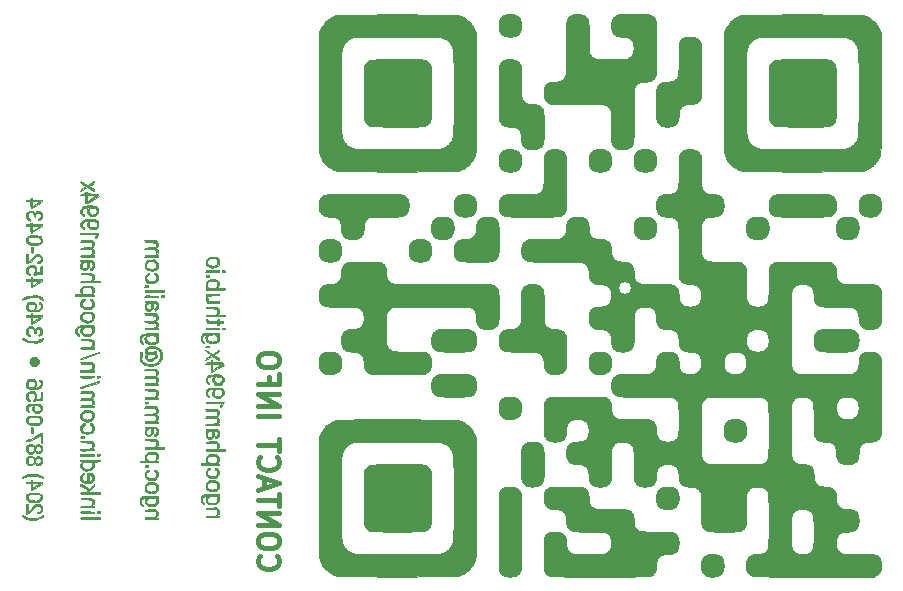
<source format=gbr>
%TF.GenerationSoftware,KiCad,Pcbnew,(6.0.5)*%
%TF.CreationDate,2023-01-16T00:14:01-06:00*%
%TF.ProjectId,NFC_BusinessCard,4e46435f-4275-4736-996e-657373436172,1*%
%TF.SameCoordinates,Original*%
%TF.FileFunction,Legend,Bot*%
%TF.FilePolarity,Positive*%
%FSLAX46Y46*%
G04 Gerber Fmt 4.6, Leading zero omitted, Abs format (unit mm)*
G04 Created by KiCad (PCBNEW (6.0.5)) date 2023-01-16 00:14:01*
%MOMM*%
%LPD*%
G01*
G04 APERTURE LIST*
%ADD10C,0.050000*%
%ADD11C,0.381000*%
%ADD12C,1.300000*%
%ADD13C,0.500000*%
%ADD14C,1.011200*%
%ADD15O,1.727200X3.251200*%
G04 APERTURE END LIST*
D10*
G36*
X117450829Y-33640913D02*
G01*
X117507573Y-33645198D01*
X117562173Y-33651225D01*
X117614643Y-33659009D01*
X117665000Y-33668565D01*
X117713258Y-33679908D01*
X117759435Y-33693055D01*
X117803544Y-33708021D01*
X117845601Y-33724821D01*
X117885623Y-33743470D01*
X117923624Y-33763985D01*
X117959620Y-33786381D01*
X117993627Y-33810673D01*
X118025659Y-33836877D01*
X118055734Y-33865009D01*
X118083865Y-33895083D01*
X118110069Y-33927116D01*
X118134361Y-33961123D01*
X118156757Y-33997119D01*
X118177272Y-34035120D01*
X118195922Y-34075142D01*
X118212722Y-34117199D01*
X118227687Y-34161308D01*
X118240834Y-34207485D01*
X118252177Y-34255743D01*
X118261733Y-34306100D01*
X118269517Y-34358571D01*
X118275544Y-34413170D01*
X118279830Y-34469914D01*
X118283239Y-34589898D01*
X118281844Y-34669832D01*
X118277611Y-34745484D01*
X118270473Y-34817000D01*
X118260360Y-34884524D01*
X118247204Y-34948200D01*
X118230937Y-35008175D01*
X118211489Y-35064591D01*
X118188793Y-35117595D01*
X118162779Y-35167331D01*
X118133379Y-35213943D01*
X118100525Y-35257577D01*
X118064147Y-35298377D01*
X118024177Y-35336487D01*
X117980546Y-35372053D01*
X117933186Y-35405220D01*
X117882029Y-35436132D01*
X117828608Y-35462382D01*
X117768660Y-35485108D01*
X117703129Y-35504312D01*
X117632958Y-35519994D01*
X117559091Y-35532157D01*
X117482470Y-35540802D01*
X117404039Y-35545930D01*
X117324741Y-35547545D01*
X117245520Y-35545647D01*
X117167319Y-35540238D01*
X117091082Y-35531319D01*
X117017752Y-35518893D01*
X116948271Y-35502961D01*
X116883585Y-35483525D01*
X116824635Y-35460586D01*
X116772366Y-35434147D01*
X116772366Y-35434145D01*
X116746804Y-35418788D01*
X116722181Y-35402898D01*
X116698487Y-35386456D01*
X116675714Y-35369444D01*
X116653853Y-35351846D01*
X116632898Y-35333642D01*
X116612839Y-35314816D01*
X116593668Y-35295349D01*
X116575376Y-35275225D01*
X116557957Y-35254424D01*
X116541400Y-35232930D01*
X116525698Y-35210724D01*
X116510843Y-35187789D01*
X116496827Y-35164108D01*
X116483640Y-35139662D01*
X116471275Y-35114433D01*
X116459724Y-35088405D01*
X116448978Y-35061558D01*
X116439029Y-35033876D01*
X116429869Y-35005341D01*
X116421489Y-34975935D01*
X116413881Y-34945640D01*
X116407037Y-34914438D01*
X116400949Y-34882312D01*
X116395608Y-34849244D01*
X116391005Y-34815216D01*
X116383985Y-34744209D01*
X116379822Y-34669151D01*
X116378449Y-34589898D01*
X116381859Y-34469914D01*
X116386144Y-34413170D01*
X116392171Y-34358571D01*
X116399955Y-34306100D01*
X116409511Y-34255743D01*
X116420855Y-34207485D01*
X116434001Y-34161308D01*
X116448967Y-34117199D01*
X116465767Y-34075142D01*
X116484417Y-34035120D01*
X116504932Y-33997119D01*
X116527328Y-33961123D01*
X116551620Y-33927116D01*
X116577824Y-33895083D01*
X116605956Y-33865009D01*
X116636030Y-33836877D01*
X116668063Y-33810673D01*
X116702070Y-33786381D01*
X116738066Y-33763985D01*
X116776067Y-33743470D01*
X116816089Y-33724821D01*
X116858147Y-33708021D01*
X116902256Y-33693055D01*
X116948432Y-33679908D01*
X116996691Y-33668565D01*
X117047047Y-33659009D01*
X117099518Y-33651225D01*
X117154117Y-33645198D01*
X117210861Y-33640913D01*
X117330845Y-33637503D01*
X117450829Y-33640913D01*
G37*
X117450829Y-33640913D02*
X117507573Y-33645198D01*
X117562173Y-33651225D01*
X117614643Y-33659009D01*
X117665000Y-33668565D01*
X117713258Y-33679908D01*
X117759435Y-33693055D01*
X117803544Y-33708021D01*
X117845601Y-33724821D01*
X117885623Y-33743470D01*
X117923624Y-33763985D01*
X117959620Y-33786381D01*
X117993627Y-33810673D01*
X118025659Y-33836877D01*
X118055734Y-33865009D01*
X118083865Y-33895083D01*
X118110069Y-33927116D01*
X118134361Y-33961123D01*
X118156757Y-33997119D01*
X118177272Y-34035120D01*
X118195922Y-34075142D01*
X118212722Y-34117199D01*
X118227687Y-34161308D01*
X118240834Y-34207485D01*
X118252177Y-34255743D01*
X118261733Y-34306100D01*
X118269517Y-34358571D01*
X118275544Y-34413170D01*
X118279830Y-34469914D01*
X118283239Y-34589898D01*
X118281844Y-34669832D01*
X118277611Y-34745484D01*
X118270473Y-34817000D01*
X118260360Y-34884524D01*
X118247204Y-34948200D01*
X118230937Y-35008175D01*
X118211489Y-35064591D01*
X118188793Y-35117595D01*
X118162779Y-35167331D01*
X118133379Y-35213943D01*
X118100525Y-35257577D01*
X118064147Y-35298377D01*
X118024177Y-35336487D01*
X117980546Y-35372053D01*
X117933186Y-35405220D01*
X117882029Y-35436132D01*
X117828608Y-35462382D01*
X117768660Y-35485108D01*
X117703129Y-35504312D01*
X117632958Y-35519994D01*
X117559091Y-35532157D01*
X117482470Y-35540802D01*
X117404039Y-35545930D01*
X117324741Y-35547545D01*
X117245520Y-35545647D01*
X117167319Y-35540238D01*
X117091082Y-35531319D01*
X117017752Y-35518893D01*
X116948271Y-35502961D01*
X116883585Y-35483525D01*
X116824635Y-35460586D01*
X116772366Y-35434147D01*
X116772366Y-35434145D01*
X116746804Y-35418788D01*
X116722181Y-35402898D01*
X116698487Y-35386456D01*
X116675714Y-35369444D01*
X116653853Y-35351846D01*
X116632898Y-35333642D01*
X116612839Y-35314816D01*
X116593668Y-35295349D01*
X116575376Y-35275225D01*
X116557957Y-35254424D01*
X116541400Y-35232930D01*
X116525698Y-35210724D01*
X116510843Y-35187789D01*
X116496827Y-35164108D01*
X116483640Y-35139662D01*
X116471275Y-35114433D01*
X116459724Y-35088405D01*
X116448978Y-35061558D01*
X116439029Y-35033876D01*
X116429869Y-35005341D01*
X116421489Y-34975935D01*
X116413881Y-34945640D01*
X116407037Y-34914438D01*
X116400949Y-34882312D01*
X116395608Y-34849244D01*
X116391005Y-34815216D01*
X116383985Y-34744209D01*
X116379822Y-34669151D01*
X116378449Y-34589898D01*
X116381859Y-34469914D01*
X116386144Y-34413170D01*
X116392171Y-34358571D01*
X116399955Y-34306100D01*
X116409511Y-34255743D01*
X116420855Y-34207485D01*
X116434001Y-34161308D01*
X116448967Y-34117199D01*
X116465767Y-34075142D01*
X116484417Y-34035120D01*
X116504932Y-33997119D01*
X116527328Y-33961123D01*
X116551620Y-33927116D01*
X116577824Y-33895083D01*
X116605956Y-33865009D01*
X116636030Y-33836877D01*
X116668063Y-33810673D01*
X116702070Y-33786381D01*
X116738066Y-33763985D01*
X116776067Y-33743470D01*
X116816089Y-33724821D01*
X116858147Y-33708021D01*
X116902256Y-33693055D01*
X116948432Y-33679908D01*
X116996691Y-33668565D01*
X117047047Y-33659009D01*
X117099518Y-33651225D01*
X117154117Y-33645198D01*
X117210861Y-33640913D01*
X117330845Y-33637503D01*
X117450829Y-33640913D01*
G36*
X132649088Y-35543687D02*
G01*
X132724740Y-35547920D01*
X132796255Y-35555059D01*
X132863779Y-35565171D01*
X132927456Y-35578327D01*
X132987430Y-35594594D01*
X133043847Y-35614042D01*
X133096851Y-35636738D01*
X133146587Y-35662752D01*
X133193200Y-35692152D01*
X133236834Y-35725007D01*
X133277634Y-35761384D01*
X133315745Y-35801354D01*
X133351312Y-35844985D01*
X133384480Y-35892345D01*
X133415392Y-35943503D01*
X133433686Y-35977166D01*
X133441987Y-35993907D01*
X133449748Y-36011147D01*
X133456988Y-36029305D01*
X133463724Y-36048802D01*
X133469975Y-36070055D01*
X133475759Y-36093486D01*
X133481094Y-36119513D01*
X133485997Y-36148555D01*
X133490488Y-36181033D01*
X133494585Y-36217366D01*
X133498304Y-36257972D01*
X133501666Y-36303273D01*
X133504687Y-36353686D01*
X133507385Y-36409632D01*
X133509780Y-36471530D01*
X133511889Y-36539799D01*
X133515322Y-36697130D01*
X133517828Y-36884981D01*
X133519554Y-37106706D01*
X133520644Y-37365663D01*
X133521242Y-37665206D01*
X133521547Y-38399474D01*
X133519591Y-39692243D01*
X133515391Y-40101819D01*
X133507484Y-40389317D01*
X133494700Y-40581584D01*
X133475870Y-40705463D01*
X133449824Y-40787803D01*
X133415392Y-40855447D01*
X133400209Y-40881505D01*
X133384480Y-40906605D01*
X133368187Y-40930755D01*
X133351312Y-40953964D01*
X133333838Y-40976242D01*
X133315745Y-40997595D01*
X133297017Y-41018033D01*
X133277634Y-41037565D01*
X133257579Y-41056199D01*
X133236834Y-41073943D01*
X133215380Y-41090807D01*
X133193200Y-41106798D01*
X133170275Y-41121926D01*
X133146587Y-41136198D01*
X133122118Y-41149624D01*
X133096851Y-41162212D01*
X133070766Y-41173971D01*
X133043847Y-41184909D01*
X133016074Y-41195034D01*
X132987430Y-41204356D01*
X132957897Y-41212883D01*
X132927456Y-41220624D01*
X132896089Y-41227586D01*
X132863779Y-41233780D01*
X132830507Y-41239212D01*
X132796255Y-41243893D01*
X132761006Y-41247829D01*
X132724740Y-41251031D01*
X132649088Y-41255264D01*
X132569155Y-41256660D01*
X132449170Y-41260070D01*
X132392426Y-41264355D01*
X132337826Y-41270382D01*
X132285356Y-41278166D01*
X132234999Y-41287721D01*
X132186740Y-41299065D01*
X132140564Y-41312212D01*
X132096455Y-41327177D01*
X132054397Y-41343977D01*
X132014376Y-41362627D01*
X131976375Y-41383141D01*
X131940379Y-41405537D01*
X131906372Y-41429829D01*
X131874340Y-41456033D01*
X131844266Y-41484165D01*
X131816134Y-41514239D01*
X131789931Y-41546272D01*
X131765639Y-41580278D01*
X131743243Y-41616274D01*
X131722728Y-41654275D01*
X131704079Y-41694297D01*
X131687279Y-41736355D01*
X131672314Y-41780464D01*
X131659167Y-41826640D01*
X131647824Y-41874899D01*
X131638268Y-41925255D01*
X131630485Y-41977726D01*
X131624458Y-42032325D01*
X131620172Y-42089070D01*
X131616762Y-42209054D01*
X131615367Y-42288988D01*
X131611134Y-42364640D01*
X131603995Y-42436155D01*
X131593882Y-42503679D01*
X131580727Y-42567356D01*
X131564459Y-42627330D01*
X131545012Y-42683747D01*
X131522315Y-42736750D01*
X131496301Y-42786486D01*
X131466901Y-42833098D01*
X131434047Y-42876732D01*
X131397669Y-42917532D01*
X131357699Y-42955643D01*
X131314068Y-42991209D01*
X131266709Y-43024376D01*
X131215551Y-43055287D01*
X131162130Y-43081538D01*
X131102182Y-43104264D01*
X131036651Y-43123467D01*
X130966480Y-43139149D01*
X130892612Y-43151312D01*
X130815990Y-43159957D01*
X130737559Y-43165086D01*
X130658261Y-43166700D01*
X130579040Y-43164802D01*
X130500840Y-43159393D01*
X130424602Y-43150475D01*
X130351272Y-43138049D01*
X130281792Y-43122117D01*
X130217105Y-43102681D01*
X130158156Y-43079743D01*
X130105887Y-43053304D01*
X130105887Y-43053300D01*
X130086744Y-43041543D01*
X130067063Y-43028201D01*
X130046990Y-43013424D01*
X130026673Y-42997365D01*
X130006261Y-42980173D01*
X129985900Y-42961999D01*
X129965740Y-42942994D01*
X129945926Y-42923308D01*
X129926608Y-42903092D01*
X129907933Y-42882497D01*
X129890049Y-42861674D01*
X129873104Y-42840772D01*
X129857244Y-42819944D01*
X129842619Y-42799339D01*
X129829377Y-42779108D01*
X129817663Y-42759402D01*
X129799990Y-42726864D01*
X129784399Y-42694766D01*
X129777344Y-42678305D01*
X129770761Y-42661260D01*
X129764633Y-42643401D01*
X129758944Y-42624497D01*
X129753679Y-42604317D01*
X129748820Y-42582630D01*
X129744352Y-42559205D01*
X129740258Y-42533811D01*
X129736522Y-42506217D01*
X129733128Y-42476191D01*
X129730060Y-42443503D01*
X129727301Y-42407923D01*
X129722646Y-42327158D01*
X129719034Y-42232048D01*
X129716334Y-42120745D01*
X129714416Y-41991402D01*
X129713151Y-41842170D01*
X129712408Y-41671201D01*
X129711969Y-41256660D01*
X129714402Y-40521160D01*
X129719018Y-40280478D01*
X129727303Y-40104686D01*
X129740306Y-39978916D01*
X129748905Y-39930145D01*
X129759078Y-39888304D01*
X129770956Y-39851535D01*
X129784670Y-39817981D01*
X129818132Y-39753081D01*
X129833315Y-39727024D01*
X129849044Y-39701924D01*
X129865336Y-39677773D01*
X129882210Y-39654564D01*
X129899684Y-39632287D01*
X129917776Y-39610933D01*
X129936504Y-39590495D01*
X129955886Y-39570963D01*
X129975941Y-39552329D01*
X129996686Y-39534585D01*
X130018139Y-39517721D01*
X130040319Y-39501730D01*
X130063244Y-39486603D01*
X130086932Y-39472330D01*
X130111400Y-39458904D01*
X130136667Y-39446316D01*
X130162752Y-39434557D01*
X130189671Y-39423620D01*
X130217444Y-39413494D01*
X130246088Y-39404172D01*
X130275622Y-39395645D01*
X130306063Y-39387904D01*
X130337429Y-39380942D01*
X130369739Y-39374749D01*
X130403012Y-39369316D01*
X130437264Y-39364636D01*
X130472513Y-39360699D01*
X130508779Y-39357497D01*
X130584432Y-39353264D01*
X130664366Y-39351869D01*
X130744298Y-39350473D01*
X130819950Y-39346240D01*
X130891465Y-39339102D01*
X130958988Y-39328989D01*
X131022665Y-39315833D01*
X131082639Y-39299566D01*
X131139055Y-39280119D01*
X131192059Y-39257422D01*
X131241795Y-39231408D01*
X131288407Y-39202009D01*
X131332040Y-39169154D01*
X131372840Y-39132776D01*
X131410950Y-39092806D01*
X131446515Y-39049175D01*
X131479681Y-39001816D01*
X131510592Y-38950658D01*
X131528368Y-38917957D01*
X131544046Y-38885759D01*
X131551139Y-38869267D01*
X131557758Y-38852204D01*
X131563917Y-38834338D01*
X131569634Y-38815436D01*
X131574925Y-38795265D01*
X131579807Y-38773595D01*
X131584295Y-38750191D01*
X131588406Y-38724823D01*
X131592157Y-38697257D01*
X131595564Y-38667262D01*
X131598644Y-38634605D01*
X131601412Y-38599054D01*
X131606080Y-38518340D01*
X131609700Y-38423261D01*
X131612404Y-38311961D01*
X131614321Y-38182579D01*
X131615584Y-38033259D01*
X131616324Y-37862141D01*
X131616758Y-37447080D01*
X131619195Y-36711581D01*
X131623815Y-36470899D01*
X131632103Y-36295107D01*
X131645108Y-36169338D01*
X131653707Y-36120566D01*
X131663879Y-36078725D01*
X131675756Y-36041956D01*
X131689467Y-36008402D01*
X131722921Y-35943503D01*
X131738104Y-35917445D01*
X131753833Y-35892345D01*
X131770125Y-35868194D01*
X131786998Y-35844985D01*
X131804472Y-35822708D01*
X131822564Y-35801354D01*
X131841292Y-35780916D01*
X131860674Y-35761384D01*
X131880728Y-35742751D01*
X131901473Y-35725007D01*
X131922926Y-35708143D01*
X131945106Y-35692152D01*
X131968031Y-35677024D01*
X131991718Y-35662752D01*
X132016186Y-35649326D01*
X132041453Y-35636738D01*
X132067538Y-35624980D01*
X132094457Y-35614042D01*
X132122230Y-35603916D01*
X132150874Y-35594594D01*
X132180407Y-35586067D01*
X132210848Y-35578327D01*
X132242215Y-35571364D01*
X132274525Y-35565171D01*
X132307798Y-35559739D01*
X132342050Y-35555059D01*
X132377300Y-35551122D01*
X132413566Y-35547920D01*
X132489220Y-35543687D01*
X132569155Y-35542292D01*
X132649088Y-35543687D01*
G37*
X132649088Y-35543687D02*
X132724740Y-35547920D01*
X132796255Y-35555059D01*
X132863779Y-35565171D01*
X132927456Y-35578327D01*
X132987430Y-35594594D01*
X133043847Y-35614042D01*
X133096851Y-35636738D01*
X133146587Y-35662752D01*
X133193200Y-35692152D01*
X133236834Y-35725007D01*
X133277634Y-35761384D01*
X133315745Y-35801354D01*
X133351312Y-35844985D01*
X133384480Y-35892345D01*
X133415392Y-35943503D01*
X133433686Y-35977166D01*
X133441987Y-35993907D01*
X133449748Y-36011147D01*
X133456988Y-36029305D01*
X133463724Y-36048802D01*
X133469975Y-36070055D01*
X133475759Y-36093486D01*
X133481094Y-36119513D01*
X133485997Y-36148555D01*
X133490488Y-36181033D01*
X133494585Y-36217366D01*
X133498304Y-36257972D01*
X133501666Y-36303273D01*
X133504687Y-36353686D01*
X133507385Y-36409632D01*
X133509780Y-36471530D01*
X133511889Y-36539799D01*
X133515322Y-36697130D01*
X133517828Y-36884981D01*
X133519554Y-37106706D01*
X133520644Y-37365663D01*
X133521242Y-37665206D01*
X133521547Y-38399474D01*
X133519591Y-39692243D01*
X133515391Y-40101819D01*
X133507484Y-40389317D01*
X133494700Y-40581584D01*
X133475870Y-40705463D01*
X133449824Y-40787803D01*
X133415392Y-40855447D01*
X133400209Y-40881505D01*
X133384480Y-40906605D01*
X133368187Y-40930755D01*
X133351312Y-40953964D01*
X133333838Y-40976242D01*
X133315745Y-40997595D01*
X133297017Y-41018033D01*
X133277634Y-41037565D01*
X133257579Y-41056199D01*
X133236834Y-41073943D01*
X133215380Y-41090807D01*
X133193200Y-41106798D01*
X133170275Y-41121926D01*
X133146587Y-41136198D01*
X133122118Y-41149624D01*
X133096851Y-41162212D01*
X133070766Y-41173971D01*
X133043847Y-41184909D01*
X133016074Y-41195034D01*
X132987430Y-41204356D01*
X132957897Y-41212883D01*
X132927456Y-41220624D01*
X132896089Y-41227586D01*
X132863779Y-41233780D01*
X132830507Y-41239212D01*
X132796255Y-41243893D01*
X132761006Y-41247829D01*
X132724740Y-41251031D01*
X132649088Y-41255264D01*
X132569155Y-41256660D01*
X132449170Y-41260070D01*
X132392426Y-41264355D01*
X132337826Y-41270382D01*
X132285356Y-41278166D01*
X132234999Y-41287721D01*
X132186740Y-41299065D01*
X132140564Y-41312212D01*
X132096455Y-41327177D01*
X132054397Y-41343977D01*
X132014376Y-41362627D01*
X131976375Y-41383141D01*
X131940379Y-41405537D01*
X131906372Y-41429829D01*
X131874340Y-41456033D01*
X131844266Y-41484165D01*
X131816134Y-41514239D01*
X131789931Y-41546272D01*
X131765639Y-41580278D01*
X131743243Y-41616274D01*
X131722728Y-41654275D01*
X131704079Y-41694297D01*
X131687279Y-41736355D01*
X131672314Y-41780464D01*
X131659167Y-41826640D01*
X131647824Y-41874899D01*
X131638268Y-41925255D01*
X131630485Y-41977726D01*
X131624458Y-42032325D01*
X131620172Y-42089070D01*
X131616762Y-42209054D01*
X131615367Y-42288988D01*
X131611134Y-42364640D01*
X131603995Y-42436155D01*
X131593882Y-42503679D01*
X131580727Y-42567356D01*
X131564459Y-42627330D01*
X131545012Y-42683747D01*
X131522315Y-42736750D01*
X131496301Y-42786486D01*
X131466901Y-42833098D01*
X131434047Y-42876732D01*
X131397669Y-42917532D01*
X131357699Y-42955643D01*
X131314068Y-42991209D01*
X131266709Y-43024376D01*
X131215551Y-43055287D01*
X131162130Y-43081538D01*
X131102182Y-43104264D01*
X131036651Y-43123467D01*
X130966480Y-43139149D01*
X130892612Y-43151312D01*
X130815990Y-43159957D01*
X130737559Y-43165086D01*
X130658261Y-43166700D01*
X130579040Y-43164802D01*
X130500840Y-43159393D01*
X130424602Y-43150475D01*
X130351272Y-43138049D01*
X130281792Y-43122117D01*
X130217105Y-43102681D01*
X130158156Y-43079743D01*
X130105887Y-43053304D01*
X130105887Y-43053300D01*
X130086744Y-43041543D01*
X130067063Y-43028201D01*
X130046990Y-43013424D01*
X130026673Y-42997365D01*
X130006261Y-42980173D01*
X129985900Y-42961999D01*
X129965740Y-42942994D01*
X129945926Y-42923308D01*
X129926608Y-42903092D01*
X129907933Y-42882497D01*
X129890049Y-42861674D01*
X129873104Y-42840772D01*
X129857244Y-42819944D01*
X129842619Y-42799339D01*
X129829377Y-42779108D01*
X129817663Y-42759402D01*
X129799990Y-42726864D01*
X129784399Y-42694766D01*
X129777344Y-42678305D01*
X129770761Y-42661260D01*
X129764633Y-42643401D01*
X129758944Y-42624497D01*
X129753679Y-42604317D01*
X129748820Y-42582630D01*
X129744352Y-42559205D01*
X129740258Y-42533811D01*
X129736522Y-42506217D01*
X129733128Y-42476191D01*
X129730060Y-42443503D01*
X129727301Y-42407923D01*
X129722646Y-42327158D01*
X129719034Y-42232048D01*
X129716334Y-42120745D01*
X129714416Y-41991402D01*
X129713151Y-41842170D01*
X129712408Y-41671201D01*
X129711969Y-41256660D01*
X129714402Y-40521160D01*
X129719018Y-40280478D01*
X129727303Y-40104686D01*
X129740306Y-39978916D01*
X129748905Y-39930145D01*
X129759078Y-39888304D01*
X129770956Y-39851535D01*
X129784670Y-39817981D01*
X129818132Y-39753081D01*
X129833315Y-39727024D01*
X129849044Y-39701924D01*
X129865336Y-39677773D01*
X129882210Y-39654564D01*
X129899684Y-39632287D01*
X129917776Y-39610933D01*
X129936504Y-39590495D01*
X129955886Y-39570963D01*
X129975941Y-39552329D01*
X129996686Y-39534585D01*
X130018139Y-39517721D01*
X130040319Y-39501730D01*
X130063244Y-39486603D01*
X130086932Y-39472330D01*
X130111400Y-39458904D01*
X130136667Y-39446316D01*
X130162752Y-39434557D01*
X130189671Y-39423620D01*
X130217444Y-39413494D01*
X130246088Y-39404172D01*
X130275622Y-39395645D01*
X130306063Y-39387904D01*
X130337429Y-39380942D01*
X130369739Y-39374749D01*
X130403012Y-39369316D01*
X130437264Y-39364636D01*
X130472513Y-39360699D01*
X130508779Y-39357497D01*
X130584432Y-39353264D01*
X130664366Y-39351869D01*
X130744298Y-39350473D01*
X130819950Y-39346240D01*
X130891465Y-39339102D01*
X130958988Y-39328989D01*
X131022665Y-39315833D01*
X131082639Y-39299566D01*
X131139055Y-39280119D01*
X131192059Y-39257422D01*
X131241795Y-39231408D01*
X131288407Y-39202009D01*
X131332040Y-39169154D01*
X131372840Y-39132776D01*
X131410950Y-39092806D01*
X131446515Y-39049175D01*
X131479681Y-39001816D01*
X131510592Y-38950658D01*
X131528368Y-38917957D01*
X131544046Y-38885759D01*
X131551139Y-38869267D01*
X131557758Y-38852204D01*
X131563917Y-38834338D01*
X131569634Y-38815436D01*
X131574925Y-38795265D01*
X131579807Y-38773595D01*
X131584295Y-38750191D01*
X131588406Y-38724823D01*
X131592157Y-38697257D01*
X131595564Y-38667262D01*
X131598644Y-38634605D01*
X131601412Y-38599054D01*
X131606080Y-38518340D01*
X131609700Y-38423261D01*
X131612404Y-38311961D01*
X131614321Y-38182579D01*
X131615584Y-38033259D01*
X131616324Y-37862141D01*
X131616758Y-37447080D01*
X131619195Y-36711581D01*
X131623815Y-36470899D01*
X131632103Y-36295107D01*
X131645108Y-36169338D01*
X131653707Y-36120566D01*
X131663879Y-36078725D01*
X131675756Y-36041956D01*
X131689467Y-36008402D01*
X131722921Y-35943503D01*
X131738104Y-35917445D01*
X131753833Y-35892345D01*
X131770125Y-35868194D01*
X131786998Y-35844985D01*
X131804472Y-35822708D01*
X131822564Y-35801354D01*
X131841292Y-35780916D01*
X131860674Y-35761384D01*
X131880728Y-35742751D01*
X131901473Y-35725007D01*
X131922926Y-35708143D01*
X131945106Y-35692152D01*
X131968031Y-35677024D01*
X131991718Y-35662752D01*
X132016186Y-35649326D01*
X132041453Y-35636738D01*
X132067538Y-35624980D01*
X132094457Y-35614042D01*
X132122230Y-35603916D01*
X132150874Y-35594594D01*
X132180407Y-35586067D01*
X132210848Y-35578327D01*
X132242215Y-35571364D01*
X132274525Y-35565171D01*
X132307798Y-35559739D01*
X132342050Y-35555059D01*
X132377300Y-35551122D01*
X132413566Y-35547920D01*
X132489220Y-35543687D01*
X132569155Y-35542292D01*
X132649088Y-35543687D01*
G36*
X128542688Y-33639938D02*
G01*
X128783370Y-33644558D01*
X128959163Y-33652846D01*
X129084933Y-33665850D01*
X129133705Y-33674450D01*
X129175547Y-33684622D01*
X129212315Y-33696498D01*
X129245870Y-33710209D01*
X129310770Y-33743663D01*
X129330562Y-33755457D01*
X129350880Y-33768844D01*
X129371572Y-33783671D01*
X129392487Y-33799788D01*
X129413475Y-33817043D01*
X129434383Y-33835285D01*
X129455060Y-33854363D01*
X129475356Y-33874125D01*
X129495118Y-33894421D01*
X129514196Y-33915099D01*
X129532438Y-33936007D01*
X129549693Y-33956994D01*
X129565810Y-33977910D01*
X129580637Y-33998603D01*
X129594024Y-34018921D01*
X129605818Y-34038714D01*
X129624112Y-34072377D01*
X129632414Y-34089118D01*
X129640175Y-34106358D01*
X129647415Y-34124516D01*
X129654151Y-34144013D01*
X129660403Y-34165266D01*
X129666186Y-34188697D01*
X129671521Y-34214724D01*
X129676425Y-34243766D01*
X129680916Y-34276244D01*
X129685012Y-34312577D01*
X129688732Y-34353183D01*
X129692093Y-34398483D01*
X129695114Y-34448897D01*
X129697813Y-34504843D01*
X129700207Y-34566740D01*
X129702316Y-34635010D01*
X129705749Y-34792341D01*
X129708255Y-34980191D01*
X129709980Y-35201917D01*
X129711070Y-35460873D01*
X129711668Y-35760416D01*
X129711973Y-36494685D01*
X129710017Y-37787454D01*
X129705817Y-38197030D01*
X129697910Y-38484528D01*
X129685126Y-38676794D01*
X129666296Y-38800674D01*
X129640250Y-38883013D01*
X129605818Y-38950658D01*
X129590634Y-38976716D01*
X129574905Y-39001816D01*
X129558612Y-39025966D01*
X129541737Y-39049175D01*
X129524263Y-39071453D01*
X129506170Y-39092806D01*
X129487442Y-39113244D01*
X129468059Y-39132776D01*
X129448004Y-39151410D01*
X129427259Y-39169154D01*
X129405805Y-39186017D01*
X129383625Y-39202009D01*
X129360700Y-39217136D01*
X129337013Y-39231408D01*
X129312545Y-39244834D01*
X129287277Y-39257422D01*
X129261193Y-39269181D01*
X129234274Y-39280119D01*
X129206501Y-39290244D01*
X129177858Y-39299566D01*
X129148324Y-39308093D01*
X129117884Y-39315833D01*
X129086518Y-39322796D01*
X129054208Y-39328989D01*
X129020936Y-39334422D01*
X128986684Y-39339102D01*
X128951435Y-39343039D01*
X128915169Y-39346240D01*
X128839518Y-39350473D01*
X128759585Y-39351869D01*
X128679650Y-39353264D01*
X128603997Y-39357497D01*
X128532481Y-39364636D01*
X128464957Y-39374749D01*
X128401280Y-39387904D01*
X128341305Y-39404172D01*
X128284889Y-39423620D01*
X128231886Y-39446316D01*
X128182150Y-39472330D01*
X128135539Y-39501730D01*
X128091906Y-39534585D01*
X128051107Y-39570963D01*
X128012998Y-39610933D01*
X127977433Y-39654564D01*
X127944269Y-39701924D01*
X127913359Y-39753081D01*
X127895062Y-39786745D01*
X127886759Y-39803486D01*
X127878996Y-39820726D01*
X127871756Y-39838884D01*
X127865018Y-39858380D01*
X127858766Y-39879634D01*
X127852981Y-39903065D01*
X127847646Y-39929091D01*
X127842741Y-39958134D01*
X127838250Y-39990612D01*
X127834153Y-40026944D01*
X127830433Y-40067551D01*
X127827071Y-40112851D01*
X127824050Y-40163264D01*
X127821351Y-40219210D01*
X127818956Y-40281108D01*
X127816847Y-40349377D01*
X127813414Y-40506708D01*
X127810907Y-40694559D01*
X127809181Y-40916285D01*
X127808092Y-41175241D01*
X127807493Y-41474785D01*
X127807188Y-42209054D01*
X127805232Y-43501823D01*
X127801031Y-43911399D01*
X127793124Y-44198897D01*
X127780339Y-44391163D01*
X127761507Y-44515043D01*
X127735459Y-44597383D01*
X127701025Y-44665027D01*
X127685728Y-44691292D01*
X127669901Y-44716573D01*
X127653524Y-44740881D01*
X127636576Y-44764225D01*
X127619037Y-44786614D01*
X127600888Y-44808058D01*
X127582106Y-44828567D01*
X127562674Y-44848149D01*
X127542569Y-44866815D01*
X127521771Y-44884574D01*
X127500261Y-44901436D01*
X127478019Y-44917410D01*
X127455022Y-44932505D01*
X127431253Y-44946731D01*
X127406689Y-44960099D01*
X127381312Y-44972616D01*
X127355099Y-44984293D01*
X127328032Y-44995139D01*
X127300090Y-45005164D01*
X127271253Y-45014377D01*
X127241500Y-45022788D01*
X127210810Y-45030406D01*
X127179165Y-45037241D01*
X127146543Y-45043303D01*
X127112924Y-45048600D01*
X127078287Y-45053143D01*
X127042614Y-45056941D01*
X127005882Y-45060003D01*
X126929164Y-45063959D01*
X126847971Y-45065087D01*
X126748731Y-45063568D01*
X126703936Y-45061844D01*
X126662032Y-45059415D01*
X126622778Y-45056233D01*
X126585929Y-45052251D01*
X126551244Y-45047423D01*
X126518478Y-45041700D01*
X126487390Y-45035037D01*
X126457735Y-45027386D01*
X126429272Y-45018699D01*
X126401756Y-45008931D01*
X126374944Y-44998033D01*
X126348595Y-44985959D01*
X126322464Y-44972661D01*
X126296309Y-44958093D01*
X126296305Y-44958091D01*
X126277163Y-44946333D01*
X126257482Y-44932990D01*
X126237410Y-44918214D01*
X126217094Y-44902154D01*
X126196683Y-44884962D01*
X126176323Y-44866788D01*
X126156163Y-44847782D01*
X126136350Y-44828096D01*
X126117032Y-44807881D01*
X126098358Y-44787286D01*
X126080474Y-44766462D01*
X126063529Y-44745561D01*
X126047670Y-44724733D01*
X126033045Y-44704128D01*
X126019802Y-44683897D01*
X126008089Y-44664191D01*
X125990416Y-44631653D01*
X125974825Y-44599555D01*
X125967770Y-44583093D01*
X125961186Y-44566048D01*
X125955059Y-44548189D01*
X125949370Y-44529285D01*
X125944104Y-44509105D01*
X125939246Y-44487418D01*
X125934778Y-44463993D01*
X125930684Y-44438599D01*
X125926948Y-44411004D01*
X125923554Y-44380979D01*
X125920486Y-44348291D01*
X125917727Y-44312710D01*
X125913072Y-44231945D01*
X125909460Y-44136835D01*
X125906760Y-44025533D01*
X125904842Y-43896190D01*
X125903577Y-43746958D01*
X125902834Y-43575989D01*
X125902395Y-43161449D01*
X125899959Y-42425949D01*
X125895339Y-42185267D01*
X125887051Y-42009475D01*
X125874047Y-41883705D01*
X125865448Y-41834934D01*
X125855276Y-41793093D01*
X125843400Y-41756324D01*
X125829689Y-41722770D01*
X125796236Y-41657870D01*
X125784442Y-41638078D01*
X125771056Y-41617760D01*
X125756228Y-41597068D01*
X125740112Y-41576152D01*
X125722856Y-41555164D01*
X125704614Y-41534256D01*
X125685536Y-41513579D01*
X125665774Y-41493283D01*
X125645478Y-41473520D01*
X125624801Y-41454442D01*
X125603893Y-41436200D01*
X125582906Y-41418945D01*
X125561990Y-41402828D01*
X125541298Y-41388000D01*
X125520980Y-41374613D01*
X125501188Y-41362819D01*
X125467525Y-41344524D01*
X125450784Y-41336222D01*
X125433544Y-41328460D01*
X125415386Y-41321220D01*
X125395889Y-41314483D01*
X125374636Y-41308232D01*
X125351205Y-41302448D01*
X125325178Y-41297113D01*
X125296135Y-41292209D01*
X125263658Y-41287718D01*
X125227325Y-41283622D01*
X125186719Y-41279902D01*
X125141418Y-41276541D01*
X125091005Y-41273520D01*
X125035059Y-41270821D01*
X124973161Y-41268426D01*
X124904892Y-41266317D01*
X124747561Y-41262884D01*
X124559711Y-41260378D01*
X124337985Y-41258653D01*
X124079029Y-41257563D01*
X123779486Y-41256964D01*
X123045218Y-41256660D01*
X121752448Y-41254670D01*
X121342871Y-41250440D01*
X121055373Y-41242506D01*
X120863106Y-41229706D01*
X120739227Y-41210879D01*
X120656887Y-41184864D01*
X120589243Y-41150498D01*
X120563185Y-41135316D01*
X120538085Y-41119587D01*
X120513935Y-41103295D01*
X120490725Y-41086421D01*
X120468448Y-41068947D01*
X120447094Y-41050854D01*
X120426656Y-41032126D01*
X120407124Y-41012744D01*
X120388490Y-40992689D01*
X120370746Y-40971944D01*
X120353883Y-40950490D01*
X120337892Y-40928310D01*
X120322764Y-40905386D01*
X120308492Y-40881698D01*
X120295066Y-40857230D01*
X120282478Y-40831962D01*
X120270719Y-40805878D01*
X120259782Y-40778958D01*
X120249656Y-40751186D01*
X120240334Y-40722542D01*
X120231807Y-40693008D01*
X120224067Y-40662567D01*
X120217105Y-40631201D01*
X120210912Y-40598890D01*
X120205479Y-40565618D01*
X120200799Y-40531367D01*
X120196862Y-40496117D01*
X120193661Y-40459851D01*
X120189428Y-40384199D01*
X120188032Y-40304265D01*
X120191442Y-40184281D01*
X120195728Y-40127537D01*
X120201755Y-40072937D01*
X120209538Y-40020467D01*
X120219094Y-39970110D01*
X120230438Y-39921851D01*
X120243584Y-39875675D01*
X120258550Y-39831566D01*
X120275350Y-39789508D01*
X120293999Y-39749487D01*
X120314514Y-39711486D01*
X120336910Y-39675489D01*
X120361202Y-39641483D01*
X120387406Y-39609450D01*
X120415537Y-39579375D01*
X120445612Y-39551244D01*
X120477644Y-39525040D01*
X120511651Y-39500748D01*
X120547647Y-39478352D01*
X120585649Y-39457837D01*
X120625670Y-39439187D01*
X120667728Y-39422387D01*
X120711837Y-39407421D01*
X120758013Y-39394274D01*
X120806272Y-39382931D01*
X120856629Y-39373375D01*
X120909100Y-39365591D01*
X120963700Y-39359564D01*
X121020444Y-39355279D01*
X121140429Y-39351869D01*
X121220362Y-39350473D01*
X121296015Y-39346240D01*
X121367531Y-39339102D01*
X121435054Y-39328989D01*
X121498731Y-39315833D01*
X121558705Y-39299566D01*
X121615122Y-39280119D01*
X121668125Y-39257422D01*
X121717861Y-39231408D01*
X121764473Y-39202009D01*
X121808106Y-39169154D01*
X121848905Y-39132776D01*
X121887015Y-39092806D01*
X121922581Y-39049175D01*
X121955747Y-39001816D01*
X121986658Y-38950658D01*
X122004953Y-38916995D01*
X122013255Y-38900254D01*
X122021017Y-38883014D01*
X122028257Y-38864855D01*
X122034994Y-38845359D01*
X122041245Y-38824105D01*
X122047029Y-38800675D01*
X122052365Y-38774648D01*
X122057269Y-38745605D01*
X122061760Y-38713128D01*
X122065856Y-38676795D01*
X122069576Y-38636189D01*
X122072938Y-38590888D01*
X122075959Y-38540475D01*
X122078658Y-38484529D01*
X122081053Y-38422631D01*
X122083162Y-38354362D01*
X122086595Y-38197031D01*
X122089102Y-38009180D01*
X122090828Y-37787455D01*
X122091917Y-37528498D01*
X122092516Y-37228955D01*
X122092821Y-36494685D01*
X122094815Y-35201917D01*
X122099047Y-34792341D01*
X122106984Y-34504843D01*
X122119786Y-34312577D01*
X122138613Y-34188697D01*
X122164626Y-34106358D01*
X122198984Y-34038714D01*
X122214167Y-34012656D01*
X122229895Y-33987556D01*
X122246187Y-33963405D01*
X122263060Y-33940196D01*
X122280534Y-33917919D01*
X122298626Y-33896565D01*
X122317354Y-33876127D01*
X122336736Y-33856595D01*
X122356790Y-33837961D01*
X122377535Y-33820217D01*
X122398988Y-33803353D01*
X122421168Y-33787362D01*
X122444093Y-33772235D01*
X122467781Y-33757962D01*
X122492249Y-33744536D01*
X122517516Y-33731948D01*
X122543601Y-33720190D01*
X122570520Y-33709252D01*
X122598293Y-33699126D01*
X122626937Y-33689804D01*
X122656471Y-33681278D01*
X122686912Y-33673537D01*
X122718279Y-33666575D01*
X122750589Y-33660381D01*
X122783861Y-33654949D01*
X122818114Y-33650269D01*
X122853364Y-33646332D01*
X122889630Y-33643130D01*
X122965283Y-33638897D01*
X123045218Y-33637502D01*
X123125151Y-33638897D01*
X123200803Y-33643130D01*
X123272318Y-33650269D01*
X123339842Y-33660381D01*
X123403518Y-33673537D01*
X123463493Y-33689804D01*
X123519909Y-33709252D01*
X123572913Y-33731948D01*
X123622649Y-33757962D01*
X123669261Y-33787362D01*
X123712895Y-33820217D01*
X123753695Y-33856595D01*
X123791806Y-33896565D01*
X123827372Y-33940196D01*
X123860539Y-33987556D01*
X123891451Y-34038714D01*
X123909227Y-34071415D01*
X123924905Y-34103613D01*
X123931998Y-34120104D01*
X123938617Y-34137167D01*
X123944776Y-34155034D01*
X123950493Y-34173936D01*
X123955784Y-34194106D01*
X123960665Y-34215777D01*
X123965153Y-34239180D01*
X123969265Y-34264548D01*
X123973015Y-34292114D01*
X123976422Y-34322109D01*
X123979501Y-34354767D01*
X123982269Y-34390318D01*
X123986937Y-34471032D01*
X123990557Y-34566110D01*
X123993260Y-34677411D01*
X123995177Y-34806792D01*
X123996440Y-34956113D01*
X123997180Y-35127231D01*
X123997614Y-35542292D01*
X124000046Y-36277791D01*
X124004663Y-36518473D01*
X124012947Y-36694265D01*
X124025949Y-36820035D01*
X124034548Y-36868806D01*
X124044721Y-36910648D01*
X124056598Y-36947416D01*
X124070312Y-36980971D01*
X124103773Y-37045871D01*
X124115567Y-37065663D01*
X124128953Y-37085981D01*
X124143780Y-37106673D01*
X124159896Y-37127589D01*
X124177151Y-37148576D01*
X124195393Y-37169484D01*
X124214471Y-37190162D01*
X124234234Y-37210457D01*
X124254530Y-37230220D01*
X124275207Y-37249298D01*
X124296116Y-37267540D01*
X124317103Y-37284795D01*
X124338019Y-37300912D01*
X124358711Y-37315739D01*
X124379029Y-37329126D01*
X124398821Y-37340921D01*
X124431522Y-37358696D01*
X124463721Y-37374374D01*
X124480212Y-37381468D01*
X124497275Y-37388086D01*
X124515141Y-37394245D01*
X124534043Y-37399962D01*
X124554214Y-37405253D01*
X124575884Y-37410134D01*
X124599287Y-37414622D01*
X124624656Y-37418733D01*
X124652221Y-37422484D01*
X124682216Y-37425890D01*
X124714873Y-37428969D01*
X124750425Y-37431737D01*
X124831138Y-37436405D01*
X124926216Y-37440024D01*
X125037517Y-37442727D01*
X125166898Y-37444644D01*
X125316219Y-37445906D01*
X125487337Y-37446646D01*
X125902399Y-37447080D01*
X126637898Y-37444644D01*
X126878579Y-37440024D01*
X127054371Y-37431737D01*
X127180139Y-37418733D01*
X127228910Y-37410134D01*
X127270751Y-37399962D01*
X127307519Y-37388086D01*
X127341074Y-37374374D01*
X127405974Y-37340921D01*
X127432032Y-37325738D01*
X127457132Y-37310009D01*
X127481283Y-37293717D01*
X127504493Y-37276843D01*
X127526770Y-37259369D01*
X127548124Y-37241277D01*
X127568563Y-37222548D01*
X127588095Y-37203166D01*
X127606728Y-37183112D01*
X127624473Y-37162366D01*
X127641337Y-37140913D01*
X127657328Y-37118733D01*
X127672456Y-37095808D01*
X127686728Y-37072121D01*
X127700154Y-37047652D01*
X127712742Y-37022385D01*
X127724501Y-36996301D01*
X127735438Y-36969381D01*
X127745564Y-36941608D01*
X127754886Y-36912964D01*
X127763413Y-36883431D01*
X127771153Y-36852990D01*
X127778116Y-36821623D01*
X127784309Y-36789313D01*
X127789741Y-36756041D01*
X127794421Y-36721789D01*
X127798358Y-36686539D01*
X127801560Y-36650274D01*
X127805792Y-36574621D01*
X127807188Y-36494687D01*
X127803778Y-36374703D01*
X127799493Y-36317959D01*
X127793466Y-36263359D01*
X127785682Y-36210889D01*
X127776126Y-36160532D01*
X127764783Y-36112274D01*
X127751636Y-36066097D01*
X127736671Y-36021988D01*
X127719871Y-35979931D01*
X127701221Y-35939909D01*
X127680706Y-35901908D01*
X127658310Y-35865912D01*
X127634018Y-35831905D01*
X127607814Y-35799872D01*
X127579683Y-35769798D01*
X127549609Y-35741666D01*
X127517576Y-35715462D01*
X127483569Y-35691170D01*
X127447573Y-35668774D01*
X127409572Y-35648259D01*
X127369550Y-35629610D01*
X127327492Y-35612810D01*
X127283383Y-35597844D01*
X127237207Y-35584697D01*
X127188948Y-35573354D01*
X127138591Y-35563798D01*
X127086121Y-35556014D01*
X127031521Y-35549987D01*
X126974777Y-35545702D01*
X126854792Y-35542292D01*
X126734809Y-35538882D01*
X126678065Y-35534596D01*
X126623466Y-35528569D01*
X126570996Y-35520786D01*
X126520640Y-35511230D01*
X126472382Y-35499886D01*
X126426206Y-35486739D01*
X126382097Y-35471774D01*
X126340039Y-35454974D01*
X126300018Y-35436324D01*
X126262017Y-35415809D01*
X126226021Y-35393413D01*
X126192014Y-35369121D01*
X126159981Y-35342917D01*
X126129907Y-35314786D01*
X126101775Y-35284711D01*
X126075571Y-35252678D01*
X126051279Y-35218672D01*
X126028883Y-35182676D01*
X126008368Y-35144674D01*
X125989718Y-35104653D01*
X125972918Y-35062595D01*
X125957952Y-35018486D01*
X125944805Y-34972310D01*
X125933462Y-34924051D01*
X125923906Y-34873694D01*
X125916122Y-34821224D01*
X125910095Y-34766625D01*
X125905809Y-34709880D01*
X125902399Y-34589896D01*
X125903795Y-34509962D01*
X125908027Y-34434310D01*
X125915165Y-34362794D01*
X125925278Y-34295270D01*
X125938433Y-34231594D01*
X125954700Y-34171620D01*
X125974147Y-34115203D01*
X125996843Y-34062199D01*
X126022857Y-34012464D01*
X126052257Y-33965851D01*
X126085111Y-33922218D01*
X126121490Y-33881418D01*
X126161460Y-33843308D01*
X126205091Y-33807741D01*
X126252451Y-33774575D01*
X126303610Y-33743663D01*
X126336311Y-33725887D01*
X126368510Y-33710209D01*
X126385001Y-33703116D01*
X126402064Y-33696498D01*
X126419930Y-33690339D01*
X126438832Y-33684622D01*
X126459003Y-33679331D01*
X126480673Y-33674450D01*
X126504076Y-33669962D01*
X126529445Y-33665850D01*
X126557010Y-33662100D01*
X126587005Y-33658693D01*
X126619662Y-33655614D01*
X126655213Y-33652846D01*
X126735927Y-33648178D01*
X126831005Y-33644558D01*
X126942306Y-33641856D01*
X127071687Y-33639938D01*
X127221008Y-33638676D01*
X127392126Y-33637936D01*
X127807188Y-33637502D01*
X128542688Y-33639938D01*
G37*
X128542688Y-33639938D02*
X128783370Y-33644558D01*
X128959163Y-33652846D01*
X129084933Y-33665850D01*
X129133705Y-33674450D01*
X129175547Y-33684622D01*
X129212315Y-33696498D01*
X129245870Y-33710209D01*
X129310770Y-33743663D01*
X129330562Y-33755457D01*
X129350880Y-33768844D01*
X129371572Y-33783671D01*
X129392487Y-33799788D01*
X129413475Y-33817043D01*
X129434383Y-33835285D01*
X129455060Y-33854363D01*
X129475356Y-33874125D01*
X129495118Y-33894421D01*
X129514196Y-33915099D01*
X129532438Y-33936007D01*
X129549693Y-33956994D01*
X129565810Y-33977910D01*
X129580637Y-33998603D01*
X129594024Y-34018921D01*
X129605818Y-34038714D01*
X129624112Y-34072377D01*
X129632414Y-34089118D01*
X129640175Y-34106358D01*
X129647415Y-34124516D01*
X129654151Y-34144013D01*
X129660403Y-34165266D01*
X129666186Y-34188697D01*
X129671521Y-34214724D01*
X129676425Y-34243766D01*
X129680916Y-34276244D01*
X129685012Y-34312577D01*
X129688732Y-34353183D01*
X129692093Y-34398483D01*
X129695114Y-34448897D01*
X129697813Y-34504843D01*
X129700207Y-34566740D01*
X129702316Y-34635010D01*
X129705749Y-34792341D01*
X129708255Y-34980191D01*
X129709980Y-35201917D01*
X129711070Y-35460873D01*
X129711668Y-35760416D01*
X129711973Y-36494685D01*
X129710017Y-37787454D01*
X129705817Y-38197030D01*
X129697910Y-38484528D01*
X129685126Y-38676794D01*
X129666296Y-38800674D01*
X129640250Y-38883013D01*
X129605818Y-38950658D01*
X129590634Y-38976716D01*
X129574905Y-39001816D01*
X129558612Y-39025966D01*
X129541737Y-39049175D01*
X129524263Y-39071453D01*
X129506170Y-39092806D01*
X129487442Y-39113244D01*
X129468059Y-39132776D01*
X129448004Y-39151410D01*
X129427259Y-39169154D01*
X129405805Y-39186017D01*
X129383625Y-39202009D01*
X129360700Y-39217136D01*
X129337013Y-39231408D01*
X129312545Y-39244834D01*
X129287277Y-39257422D01*
X129261193Y-39269181D01*
X129234274Y-39280119D01*
X129206501Y-39290244D01*
X129177858Y-39299566D01*
X129148324Y-39308093D01*
X129117884Y-39315833D01*
X129086518Y-39322796D01*
X129054208Y-39328989D01*
X129020936Y-39334422D01*
X128986684Y-39339102D01*
X128951435Y-39343039D01*
X128915169Y-39346240D01*
X128839518Y-39350473D01*
X128759585Y-39351869D01*
X128679650Y-39353264D01*
X128603997Y-39357497D01*
X128532481Y-39364636D01*
X128464957Y-39374749D01*
X128401280Y-39387904D01*
X128341305Y-39404172D01*
X128284889Y-39423620D01*
X128231886Y-39446316D01*
X128182150Y-39472330D01*
X128135539Y-39501730D01*
X128091906Y-39534585D01*
X128051107Y-39570963D01*
X128012998Y-39610933D01*
X127977433Y-39654564D01*
X127944269Y-39701924D01*
X127913359Y-39753081D01*
X127895062Y-39786745D01*
X127886759Y-39803486D01*
X127878996Y-39820726D01*
X127871756Y-39838884D01*
X127865018Y-39858380D01*
X127858766Y-39879634D01*
X127852981Y-39903065D01*
X127847646Y-39929091D01*
X127842741Y-39958134D01*
X127838250Y-39990612D01*
X127834153Y-40026944D01*
X127830433Y-40067551D01*
X127827071Y-40112851D01*
X127824050Y-40163264D01*
X127821351Y-40219210D01*
X127818956Y-40281108D01*
X127816847Y-40349377D01*
X127813414Y-40506708D01*
X127810907Y-40694559D01*
X127809181Y-40916285D01*
X127808092Y-41175241D01*
X127807493Y-41474785D01*
X127807188Y-42209054D01*
X127805232Y-43501823D01*
X127801031Y-43911399D01*
X127793124Y-44198897D01*
X127780339Y-44391163D01*
X127761507Y-44515043D01*
X127735459Y-44597383D01*
X127701025Y-44665027D01*
X127685728Y-44691292D01*
X127669901Y-44716573D01*
X127653524Y-44740881D01*
X127636576Y-44764225D01*
X127619037Y-44786614D01*
X127600888Y-44808058D01*
X127582106Y-44828567D01*
X127562674Y-44848149D01*
X127542569Y-44866815D01*
X127521771Y-44884574D01*
X127500261Y-44901436D01*
X127478019Y-44917410D01*
X127455022Y-44932505D01*
X127431253Y-44946731D01*
X127406689Y-44960099D01*
X127381312Y-44972616D01*
X127355099Y-44984293D01*
X127328032Y-44995139D01*
X127300090Y-45005164D01*
X127271253Y-45014377D01*
X127241500Y-45022788D01*
X127210810Y-45030406D01*
X127179165Y-45037241D01*
X127146543Y-45043303D01*
X127112924Y-45048600D01*
X127078287Y-45053143D01*
X127042614Y-45056941D01*
X127005882Y-45060003D01*
X126929164Y-45063959D01*
X126847971Y-45065087D01*
X126748731Y-45063568D01*
X126703936Y-45061844D01*
X126662032Y-45059415D01*
X126622778Y-45056233D01*
X126585929Y-45052251D01*
X126551244Y-45047423D01*
X126518478Y-45041700D01*
X126487390Y-45035037D01*
X126457735Y-45027386D01*
X126429272Y-45018699D01*
X126401756Y-45008931D01*
X126374944Y-44998033D01*
X126348595Y-44985959D01*
X126322464Y-44972661D01*
X126296309Y-44958093D01*
X126296305Y-44958091D01*
X126277163Y-44946333D01*
X126257482Y-44932990D01*
X126237410Y-44918214D01*
X126217094Y-44902154D01*
X126196683Y-44884962D01*
X126176323Y-44866788D01*
X126156163Y-44847782D01*
X126136350Y-44828096D01*
X126117032Y-44807881D01*
X126098358Y-44787286D01*
X126080474Y-44766462D01*
X126063529Y-44745561D01*
X126047670Y-44724733D01*
X126033045Y-44704128D01*
X126019802Y-44683897D01*
X126008089Y-44664191D01*
X125990416Y-44631653D01*
X125974825Y-44599555D01*
X125967770Y-44583093D01*
X125961186Y-44566048D01*
X125955059Y-44548189D01*
X125949370Y-44529285D01*
X125944104Y-44509105D01*
X125939246Y-44487418D01*
X125934778Y-44463993D01*
X125930684Y-44438599D01*
X125926948Y-44411004D01*
X125923554Y-44380979D01*
X125920486Y-44348291D01*
X125917727Y-44312710D01*
X125913072Y-44231945D01*
X125909460Y-44136835D01*
X125906760Y-44025533D01*
X125904842Y-43896190D01*
X125903577Y-43746958D01*
X125902834Y-43575989D01*
X125902395Y-43161449D01*
X125899959Y-42425949D01*
X125895339Y-42185267D01*
X125887051Y-42009475D01*
X125874047Y-41883705D01*
X125865448Y-41834934D01*
X125855276Y-41793093D01*
X125843400Y-41756324D01*
X125829689Y-41722770D01*
X125796236Y-41657870D01*
X125784442Y-41638078D01*
X125771056Y-41617760D01*
X125756228Y-41597068D01*
X125740112Y-41576152D01*
X125722856Y-41555164D01*
X125704614Y-41534256D01*
X125685536Y-41513579D01*
X125665774Y-41493283D01*
X125645478Y-41473520D01*
X125624801Y-41454442D01*
X125603893Y-41436200D01*
X125582906Y-41418945D01*
X125561990Y-41402828D01*
X125541298Y-41388000D01*
X125520980Y-41374613D01*
X125501188Y-41362819D01*
X125467525Y-41344524D01*
X125450784Y-41336222D01*
X125433544Y-41328460D01*
X125415386Y-41321220D01*
X125395889Y-41314483D01*
X125374636Y-41308232D01*
X125351205Y-41302448D01*
X125325178Y-41297113D01*
X125296135Y-41292209D01*
X125263658Y-41287718D01*
X125227325Y-41283622D01*
X125186719Y-41279902D01*
X125141418Y-41276541D01*
X125091005Y-41273520D01*
X125035059Y-41270821D01*
X124973161Y-41268426D01*
X124904892Y-41266317D01*
X124747561Y-41262884D01*
X124559711Y-41260378D01*
X124337985Y-41258653D01*
X124079029Y-41257563D01*
X123779486Y-41256964D01*
X123045218Y-41256660D01*
X121752448Y-41254670D01*
X121342871Y-41250440D01*
X121055373Y-41242506D01*
X120863106Y-41229706D01*
X120739227Y-41210879D01*
X120656887Y-41184864D01*
X120589243Y-41150498D01*
X120563185Y-41135316D01*
X120538085Y-41119587D01*
X120513935Y-41103295D01*
X120490725Y-41086421D01*
X120468448Y-41068947D01*
X120447094Y-41050854D01*
X120426656Y-41032126D01*
X120407124Y-41012744D01*
X120388490Y-40992689D01*
X120370746Y-40971944D01*
X120353883Y-40950490D01*
X120337892Y-40928310D01*
X120322764Y-40905386D01*
X120308492Y-40881698D01*
X120295066Y-40857230D01*
X120282478Y-40831962D01*
X120270719Y-40805878D01*
X120259782Y-40778958D01*
X120249656Y-40751186D01*
X120240334Y-40722542D01*
X120231807Y-40693008D01*
X120224067Y-40662567D01*
X120217105Y-40631201D01*
X120210912Y-40598890D01*
X120205479Y-40565618D01*
X120200799Y-40531367D01*
X120196862Y-40496117D01*
X120193661Y-40459851D01*
X120189428Y-40384199D01*
X120188032Y-40304265D01*
X120191442Y-40184281D01*
X120195728Y-40127537D01*
X120201755Y-40072937D01*
X120209538Y-40020467D01*
X120219094Y-39970110D01*
X120230438Y-39921851D01*
X120243584Y-39875675D01*
X120258550Y-39831566D01*
X120275350Y-39789508D01*
X120293999Y-39749487D01*
X120314514Y-39711486D01*
X120336910Y-39675489D01*
X120361202Y-39641483D01*
X120387406Y-39609450D01*
X120415537Y-39579375D01*
X120445612Y-39551244D01*
X120477644Y-39525040D01*
X120511651Y-39500748D01*
X120547647Y-39478352D01*
X120585649Y-39457837D01*
X120625670Y-39439187D01*
X120667728Y-39422387D01*
X120711837Y-39407421D01*
X120758013Y-39394274D01*
X120806272Y-39382931D01*
X120856629Y-39373375D01*
X120909100Y-39365591D01*
X120963700Y-39359564D01*
X121020444Y-39355279D01*
X121140429Y-39351869D01*
X121220362Y-39350473D01*
X121296015Y-39346240D01*
X121367531Y-39339102D01*
X121435054Y-39328989D01*
X121498731Y-39315833D01*
X121558705Y-39299566D01*
X121615122Y-39280119D01*
X121668125Y-39257422D01*
X121717861Y-39231408D01*
X121764473Y-39202009D01*
X121808106Y-39169154D01*
X121848905Y-39132776D01*
X121887015Y-39092806D01*
X121922581Y-39049175D01*
X121955747Y-39001816D01*
X121986658Y-38950658D01*
X122004953Y-38916995D01*
X122013255Y-38900254D01*
X122021017Y-38883014D01*
X122028257Y-38864855D01*
X122034994Y-38845359D01*
X122041245Y-38824105D01*
X122047029Y-38800675D01*
X122052365Y-38774648D01*
X122057269Y-38745605D01*
X122061760Y-38713128D01*
X122065856Y-38676795D01*
X122069576Y-38636189D01*
X122072938Y-38590888D01*
X122075959Y-38540475D01*
X122078658Y-38484529D01*
X122081053Y-38422631D01*
X122083162Y-38354362D01*
X122086595Y-38197031D01*
X122089102Y-38009180D01*
X122090828Y-37787455D01*
X122091917Y-37528498D01*
X122092516Y-37228955D01*
X122092821Y-36494685D01*
X122094815Y-35201917D01*
X122099047Y-34792341D01*
X122106984Y-34504843D01*
X122119786Y-34312577D01*
X122138613Y-34188697D01*
X122164626Y-34106358D01*
X122198984Y-34038714D01*
X122214167Y-34012656D01*
X122229895Y-33987556D01*
X122246187Y-33963405D01*
X122263060Y-33940196D01*
X122280534Y-33917919D01*
X122298626Y-33896565D01*
X122317354Y-33876127D01*
X122336736Y-33856595D01*
X122356790Y-33837961D01*
X122377535Y-33820217D01*
X122398988Y-33803353D01*
X122421168Y-33787362D01*
X122444093Y-33772235D01*
X122467781Y-33757962D01*
X122492249Y-33744536D01*
X122517516Y-33731948D01*
X122543601Y-33720190D01*
X122570520Y-33709252D01*
X122598293Y-33699126D01*
X122626937Y-33689804D01*
X122656471Y-33681278D01*
X122686912Y-33673537D01*
X122718279Y-33666575D01*
X122750589Y-33660381D01*
X122783861Y-33654949D01*
X122818114Y-33650269D01*
X122853364Y-33646332D01*
X122889630Y-33643130D01*
X122965283Y-33638897D01*
X123045218Y-33637502D01*
X123125151Y-33638897D01*
X123200803Y-33643130D01*
X123272318Y-33650269D01*
X123339842Y-33660381D01*
X123403518Y-33673537D01*
X123463493Y-33689804D01*
X123519909Y-33709252D01*
X123572913Y-33731948D01*
X123622649Y-33757962D01*
X123669261Y-33787362D01*
X123712895Y-33820217D01*
X123753695Y-33856595D01*
X123791806Y-33896565D01*
X123827372Y-33940196D01*
X123860539Y-33987556D01*
X123891451Y-34038714D01*
X123909227Y-34071415D01*
X123924905Y-34103613D01*
X123931998Y-34120104D01*
X123938617Y-34137167D01*
X123944776Y-34155034D01*
X123950493Y-34173936D01*
X123955784Y-34194106D01*
X123960665Y-34215777D01*
X123965153Y-34239180D01*
X123969265Y-34264548D01*
X123973015Y-34292114D01*
X123976422Y-34322109D01*
X123979501Y-34354767D01*
X123982269Y-34390318D01*
X123986937Y-34471032D01*
X123990557Y-34566110D01*
X123993260Y-34677411D01*
X123995177Y-34806792D01*
X123996440Y-34956113D01*
X123997180Y-35127231D01*
X123997614Y-35542292D01*
X124000046Y-36277791D01*
X124004663Y-36518473D01*
X124012947Y-36694265D01*
X124025949Y-36820035D01*
X124034548Y-36868806D01*
X124044721Y-36910648D01*
X124056598Y-36947416D01*
X124070312Y-36980971D01*
X124103773Y-37045871D01*
X124115567Y-37065663D01*
X124128953Y-37085981D01*
X124143780Y-37106673D01*
X124159896Y-37127589D01*
X124177151Y-37148576D01*
X124195393Y-37169484D01*
X124214471Y-37190162D01*
X124234234Y-37210457D01*
X124254530Y-37230220D01*
X124275207Y-37249298D01*
X124296116Y-37267540D01*
X124317103Y-37284795D01*
X124338019Y-37300912D01*
X124358711Y-37315739D01*
X124379029Y-37329126D01*
X124398821Y-37340921D01*
X124431522Y-37358696D01*
X124463721Y-37374374D01*
X124480212Y-37381468D01*
X124497275Y-37388086D01*
X124515141Y-37394245D01*
X124534043Y-37399962D01*
X124554214Y-37405253D01*
X124575884Y-37410134D01*
X124599287Y-37414622D01*
X124624656Y-37418733D01*
X124652221Y-37422484D01*
X124682216Y-37425890D01*
X124714873Y-37428969D01*
X124750425Y-37431737D01*
X124831138Y-37436405D01*
X124926216Y-37440024D01*
X125037517Y-37442727D01*
X125166898Y-37444644D01*
X125316219Y-37445906D01*
X125487337Y-37446646D01*
X125902399Y-37447080D01*
X126637898Y-37444644D01*
X126878579Y-37440024D01*
X127054371Y-37431737D01*
X127180139Y-37418733D01*
X127228910Y-37410134D01*
X127270751Y-37399962D01*
X127307519Y-37388086D01*
X127341074Y-37374374D01*
X127405974Y-37340921D01*
X127432032Y-37325738D01*
X127457132Y-37310009D01*
X127481283Y-37293717D01*
X127504493Y-37276843D01*
X127526770Y-37259369D01*
X127548124Y-37241277D01*
X127568563Y-37222548D01*
X127588095Y-37203166D01*
X127606728Y-37183112D01*
X127624473Y-37162366D01*
X127641337Y-37140913D01*
X127657328Y-37118733D01*
X127672456Y-37095808D01*
X127686728Y-37072121D01*
X127700154Y-37047652D01*
X127712742Y-37022385D01*
X127724501Y-36996301D01*
X127735438Y-36969381D01*
X127745564Y-36941608D01*
X127754886Y-36912964D01*
X127763413Y-36883431D01*
X127771153Y-36852990D01*
X127778116Y-36821623D01*
X127784309Y-36789313D01*
X127789741Y-36756041D01*
X127794421Y-36721789D01*
X127798358Y-36686539D01*
X127801560Y-36650274D01*
X127805792Y-36574621D01*
X127807188Y-36494687D01*
X127803778Y-36374703D01*
X127799493Y-36317959D01*
X127793466Y-36263359D01*
X127785682Y-36210889D01*
X127776126Y-36160532D01*
X127764783Y-36112274D01*
X127751636Y-36066097D01*
X127736671Y-36021988D01*
X127719871Y-35979931D01*
X127701221Y-35939909D01*
X127680706Y-35901908D01*
X127658310Y-35865912D01*
X127634018Y-35831905D01*
X127607814Y-35799872D01*
X127579683Y-35769798D01*
X127549609Y-35741666D01*
X127517576Y-35715462D01*
X127483569Y-35691170D01*
X127447573Y-35668774D01*
X127409572Y-35648259D01*
X127369550Y-35629610D01*
X127327492Y-35612810D01*
X127283383Y-35597844D01*
X127237207Y-35584697D01*
X127188948Y-35573354D01*
X127138591Y-35563798D01*
X127086121Y-35556014D01*
X127031521Y-35549987D01*
X126974777Y-35545702D01*
X126854792Y-35542292D01*
X126734809Y-35538882D01*
X126678065Y-35534596D01*
X126623466Y-35528569D01*
X126570996Y-35520786D01*
X126520640Y-35511230D01*
X126472382Y-35499886D01*
X126426206Y-35486739D01*
X126382097Y-35471774D01*
X126340039Y-35454974D01*
X126300018Y-35436324D01*
X126262017Y-35415809D01*
X126226021Y-35393413D01*
X126192014Y-35369121D01*
X126159981Y-35342917D01*
X126129907Y-35314786D01*
X126101775Y-35284711D01*
X126075571Y-35252678D01*
X126051279Y-35218672D01*
X126028883Y-35182676D01*
X126008368Y-35144674D01*
X125989718Y-35104653D01*
X125972918Y-35062595D01*
X125957952Y-35018486D01*
X125944805Y-34972310D01*
X125933462Y-34924051D01*
X125923906Y-34873694D01*
X125916122Y-34821224D01*
X125910095Y-34766625D01*
X125905809Y-34709880D01*
X125902399Y-34589896D01*
X125903795Y-34509962D01*
X125908027Y-34434310D01*
X125915165Y-34362794D01*
X125925278Y-34295270D01*
X125938433Y-34231594D01*
X125954700Y-34171620D01*
X125974147Y-34115203D01*
X125996843Y-34062199D01*
X126022857Y-34012464D01*
X126052257Y-33965851D01*
X126085111Y-33922218D01*
X126121490Y-33881418D01*
X126161460Y-33843308D01*
X126205091Y-33807741D01*
X126252451Y-33774575D01*
X126303610Y-33743663D01*
X126336311Y-33725887D01*
X126368510Y-33710209D01*
X126385001Y-33703116D01*
X126402064Y-33696498D01*
X126419930Y-33690339D01*
X126438832Y-33684622D01*
X126459003Y-33679331D01*
X126480673Y-33674450D01*
X126504076Y-33669962D01*
X126529445Y-33665850D01*
X126557010Y-33662100D01*
X126587005Y-33658693D01*
X126619662Y-33655614D01*
X126655213Y-33652846D01*
X126735927Y-33648178D01*
X126831005Y-33644558D01*
X126942306Y-33641856D01*
X127071687Y-33639938D01*
X127221008Y-33638676D01*
X127392126Y-33637936D01*
X127807188Y-33637502D01*
X128542688Y-33639938D01*
G36*
X117410780Y-37448475D02*
G01*
X117486432Y-37452708D01*
X117557947Y-37459847D01*
X117625471Y-37469960D01*
X117689147Y-37483115D01*
X117749121Y-37499383D01*
X117805538Y-37518830D01*
X117858541Y-37541527D01*
X117908277Y-37567541D01*
X117954889Y-37596941D01*
X117998522Y-37629795D01*
X118039322Y-37666173D01*
X118077433Y-37706143D01*
X118112999Y-37749774D01*
X118146165Y-37797133D01*
X118177076Y-37848291D01*
X118194853Y-37880992D01*
X118210531Y-37913191D01*
X118217625Y-37929682D01*
X118224243Y-37946745D01*
X118230402Y-37964612D01*
X118236120Y-37983514D01*
X118241411Y-38003684D01*
X118246292Y-38025355D01*
X118250780Y-38048758D01*
X118254891Y-38074127D01*
X118258642Y-38101693D01*
X118262049Y-38131688D01*
X118265128Y-38164345D01*
X118267896Y-38199896D01*
X118272565Y-38280610D01*
X118276184Y-38375688D01*
X118278887Y-38486989D01*
X118280805Y-38616370D01*
X118282068Y-38765691D01*
X118282807Y-38936808D01*
X118283241Y-39351869D01*
X118285674Y-40087368D01*
X118290291Y-40328050D01*
X118298575Y-40503843D01*
X118311577Y-40629612D01*
X118320176Y-40678384D01*
X118330349Y-40720225D01*
X118342226Y-40756993D01*
X118355940Y-40790548D01*
X118389401Y-40855447D01*
X118404584Y-40881505D01*
X118420313Y-40906605D01*
X118436605Y-40930755D01*
X118453480Y-40953964D01*
X118470954Y-40976242D01*
X118489046Y-40997595D01*
X118507774Y-41018033D01*
X118527157Y-41037565D01*
X118547211Y-41056199D01*
X118567956Y-41073943D01*
X118589410Y-41090807D01*
X118611590Y-41106798D01*
X118634515Y-41121926D01*
X118658202Y-41136198D01*
X118682671Y-41149624D01*
X118707938Y-41162212D01*
X118734022Y-41173971D01*
X118760942Y-41184909D01*
X118788714Y-41195034D01*
X118817358Y-41204356D01*
X118846892Y-41212883D01*
X118877332Y-41220624D01*
X118908699Y-41227586D01*
X118941009Y-41233780D01*
X118974281Y-41239212D01*
X119008533Y-41243893D01*
X119043783Y-41247829D01*
X119080049Y-41251031D01*
X119155702Y-41255264D01*
X119235636Y-41256660D01*
X119315569Y-41258055D01*
X119391222Y-41262288D01*
X119462737Y-41269426D01*
X119530261Y-41279539D01*
X119593938Y-41292695D01*
X119653913Y-41308962D01*
X119710329Y-41328410D01*
X119763333Y-41351106D01*
X119813069Y-41377120D01*
X119859681Y-41406520D01*
X119903314Y-41439374D01*
X119944114Y-41475752D01*
X119982224Y-41515722D01*
X120017789Y-41559353D01*
X120050955Y-41606713D01*
X120081865Y-41657870D01*
X120099641Y-41690571D01*
X120115320Y-41722770D01*
X120122413Y-41739261D01*
X120129031Y-41756324D01*
X120135191Y-41774190D01*
X120140908Y-41793093D01*
X120146199Y-41813263D01*
X120151081Y-41834934D01*
X120155569Y-41858337D01*
X120159680Y-41883705D01*
X120163431Y-41911271D01*
X120166838Y-41941266D01*
X120169918Y-41973923D01*
X120172686Y-42009475D01*
X120177354Y-42090189D01*
X120180974Y-42185267D01*
X120183677Y-42296568D01*
X120185595Y-42425949D01*
X120186858Y-42575270D01*
X120187598Y-42746387D01*
X120188032Y-43161449D01*
X120185599Y-43896947D01*
X120180982Y-44137629D01*
X120172697Y-44313422D01*
X120159694Y-44439191D01*
X120151094Y-44487963D01*
X120140921Y-44529804D01*
X120129043Y-44566573D01*
X120115328Y-44600127D01*
X120081865Y-44665027D01*
X120066568Y-44691292D01*
X120050741Y-44716573D01*
X120034363Y-44740881D01*
X120017415Y-44764225D01*
X119999877Y-44786614D01*
X119981727Y-44808058D01*
X119962946Y-44828567D01*
X119943513Y-44848149D01*
X119923409Y-44866815D01*
X119902612Y-44884574D01*
X119881102Y-44901436D01*
X119858859Y-44917410D01*
X119835863Y-44932505D01*
X119812094Y-44946731D01*
X119787531Y-44960099D01*
X119762153Y-44972616D01*
X119735941Y-44984293D01*
X119708875Y-44995139D01*
X119680933Y-45005164D01*
X119652095Y-45014377D01*
X119622342Y-45022788D01*
X119591653Y-45030406D01*
X119560008Y-45037241D01*
X119527386Y-45043303D01*
X119493767Y-45048600D01*
X119459130Y-45053143D01*
X119423456Y-45056941D01*
X119386724Y-45060003D01*
X119310006Y-45063959D01*
X119228811Y-45065087D01*
X119129572Y-45063568D01*
X119084777Y-45061844D01*
X119042874Y-45059415D01*
X119003620Y-45056233D01*
X118966773Y-45052251D01*
X118932088Y-45047423D01*
X118899323Y-45041700D01*
X118868236Y-45035037D01*
X118838582Y-45027386D01*
X118810119Y-45018699D01*
X118782604Y-45008931D01*
X118755794Y-44998033D01*
X118729446Y-44985959D01*
X118703316Y-44972661D01*
X118677162Y-44958093D01*
X118677158Y-44958091D01*
X118651597Y-44942734D01*
X118626973Y-44926843D01*
X118603279Y-44910401D01*
X118580506Y-44893389D01*
X118558646Y-44875790D01*
X118537691Y-44857587D01*
X118517632Y-44838760D01*
X118498460Y-44819294D01*
X118480169Y-44799169D01*
X118462749Y-44778368D01*
X118446193Y-44756874D01*
X118430491Y-44734669D01*
X118415636Y-44711734D01*
X118401619Y-44688053D01*
X118388433Y-44663606D01*
X118376068Y-44638378D01*
X118364517Y-44612350D01*
X118353771Y-44585503D01*
X118343822Y-44557821D01*
X118334661Y-44529286D01*
X118326281Y-44499880D01*
X118318674Y-44469584D01*
X118311830Y-44438383D01*
X118305741Y-44406257D01*
X118300400Y-44373189D01*
X118295798Y-44339161D01*
X118288778Y-44268154D01*
X118284614Y-44193096D01*
X118283241Y-44113843D01*
X118279831Y-43993859D01*
X118275546Y-43937115D01*
X118269519Y-43882515D01*
X118261735Y-43830045D01*
X118252179Y-43779688D01*
X118240836Y-43731430D01*
X118227689Y-43685253D01*
X118212724Y-43641144D01*
X118195924Y-43599087D01*
X118177274Y-43559065D01*
X118156759Y-43521064D01*
X118134363Y-43485068D01*
X118110071Y-43451061D01*
X118083867Y-43419029D01*
X118055736Y-43388954D01*
X118025661Y-43360823D01*
X117993629Y-43334619D01*
X117959622Y-43310327D01*
X117923626Y-43287931D01*
X117885625Y-43267416D01*
X117845603Y-43248766D01*
X117803546Y-43231966D01*
X117759437Y-43217001D01*
X117713260Y-43203854D01*
X117665002Y-43192511D01*
X117614645Y-43182955D01*
X117562175Y-43175171D01*
X117507575Y-43169144D01*
X117450831Y-43164859D01*
X117330847Y-43161449D01*
X117250912Y-43160053D01*
X117175259Y-43155820D01*
X117103743Y-43148682D01*
X117036219Y-43138569D01*
X116972542Y-43125413D01*
X116912568Y-43109145D01*
X116856151Y-43089698D01*
X116803148Y-43067001D01*
X116753413Y-43040988D01*
X116706801Y-43011588D01*
X116663167Y-42978733D01*
X116622368Y-42942355D01*
X116584258Y-42902385D01*
X116548692Y-42858755D01*
X116515527Y-42811395D01*
X116484615Y-42760238D01*
X116466320Y-42726574D01*
X116458018Y-42709833D01*
X116450256Y-42692593D01*
X116443016Y-42674434D01*
X116436279Y-42654938D01*
X116430027Y-42633684D01*
X116424243Y-42610254D01*
X116418908Y-42584227D01*
X116414004Y-42555184D01*
X116409512Y-42522706D01*
X116405416Y-42486374D01*
X116401696Y-42445767D01*
X116398334Y-42400467D01*
X116395313Y-42350053D01*
X116392614Y-42294108D01*
X116390219Y-42232210D01*
X116388110Y-42163940D01*
X116384677Y-42006609D01*
X116382170Y-41818759D01*
X116380444Y-41597033D01*
X116379354Y-41338077D01*
X116378755Y-41038534D01*
X116378451Y-40304265D01*
X116380407Y-39011496D01*
X116384607Y-38601919D01*
X116392515Y-38314421D01*
X116405300Y-38122155D01*
X116424132Y-37998275D01*
X116450181Y-37915935D01*
X116484615Y-37848291D01*
X116499798Y-37822233D01*
X116515527Y-37797133D01*
X116531819Y-37772983D01*
X116548693Y-37749774D01*
X116566167Y-37727497D01*
X116584259Y-37706143D01*
X116602987Y-37685705D01*
X116622369Y-37666173D01*
X116642424Y-37647540D01*
X116663169Y-37629795D01*
X116684622Y-37612932D01*
X116706802Y-37596941D01*
X116729727Y-37581813D01*
X116753414Y-37567541D01*
X116777882Y-37554115D01*
X116803149Y-37541527D01*
X116829234Y-37529768D01*
X116856153Y-37518830D01*
X116883925Y-37508705D01*
X116912569Y-37499383D01*
X116942103Y-37490856D01*
X116972544Y-37483115D01*
X117003910Y-37476153D01*
X117036220Y-37469960D01*
X117069492Y-37464527D01*
X117103744Y-37459847D01*
X117138994Y-37455910D01*
X117175260Y-37452708D01*
X117250913Y-37448475D01*
X117330847Y-37447080D01*
X117410780Y-37448475D01*
G37*
X117410780Y-37448475D02*
X117486432Y-37452708D01*
X117557947Y-37459847D01*
X117625471Y-37469960D01*
X117689147Y-37483115D01*
X117749121Y-37499383D01*
X117805538Y-37518830D01*
X117858541Y-37541527D01*
X117908277Y-37567541D01*
X117954889Y-37596941D01*
X117998522Y-37629795D01*
X118039322Y-37666173D01*
X118077433Y-37706143D01*
X118112999Y-37749774D01*
X118146165Y-37797133D01*
X118177076Y-37848291D01*
X118194853Y-37880992D01*
X118210531Y-37913191D01*
X118217625Y-37929682D01*
X118224243Y-37946745D01*
X118230402Y-37964612D01*
X118236120Y-37983514D01*
X118241411Y-38003684D01*
X118246292Y-38025355D01*
X118250780Y-38048758D01*
X118254891Y-38074127D01*
X118258642Y-38101693D01*
X118262049Y-38131688D01*
X118265128Y-38164345D01*
X118267896Y-38199896D01*
X118272565Y-38280610D01*
X118276184Y-38375688D01*
X118278887Y-38486989D01*
X118280805Y-38616370D01*
X118282068Y-38765691D01*
X118282807Y-38936808D01*
X118283241Y-39351869D01*
X118285674Y-40087368D01*
X118290291Y-40328050D01*
X118298575Y-40503843D01*
X118311577Y-40629612D01*
X118320176Y-40678384D01*
X118330349Y-40720225D01*
X118342226Y-40756993D01*
X118355940Y-40790548D01*
X118389401Y-40855447D01*
X118404584Y-40881505D01*
X118420313Y-40906605D01*
X118436605Y-40930755D01*
X118453480Y-40953964D01*
X118470954Y-40976242D01*
X118489046Y-40997595D01*
X118507774Y-41018033D01*
X118527157Y-41037565D01*
X118547211Y-41056199D01*
X118567956Y-41073943D01*
X118589410Y-41090807D01*
X118611590Y-41106798D01*
X118634515Y-41121926D01*
X118658202Y-41136198D01*
X118682671Y-41149624D01*
X118707938Y-41162212D01*
X118734022Y-41173971D01*
X118760942Y-41184909D01*
X118788714Y-41195034D01*
X118817358Y-41204356D01*
X118846892Y-41212883D01*
X118877332Y-41220624D01*
X118908699Y-41227586D01*
X118941009Y-41233780D01*
X118974281Y-41239212D01*
X119008533Y-41243893D01*
X119043783Y-41247829D01*
X119080049Y-41251031D01*
X119155702Y-41255264D01*
X119235636Y-41256660D01*
X119315569Y-41258055D01*
X119391222Y-41262288D01*
X119462737Y-41269426D01*
X119530261Y-41279539D01*
X119593938Y-41292695D01*
X119653913Y-41308962D01*
X119710329Y-41328410D01*
X119763333Y-41351106D01*
X119813069Y-41377120D01*
X119859681Y-41406520D01*
X119903314Y-41439374D01*
X119944114Y-41475752D01*
X119982224Y-41515722D01*
X120017789Y-41559353D01*
X120050955Y-41606713D01*
X120081865Y-41657870D01*
X120099641Y-41690571D01*
X120115320Y-41722770D01*
X120122413Y-41739261D01*
X120129031Y-41756324D01*
X120135191Y-41774190D01*
X120140908Y-41793093D01*
X120146199Y-41813263D01*
X120151081Y-41834934D01*
X120155569Y-41858337D01*
X120159680Y-41883705D01*
X120163431Y-41911271D01*
X120166838Y-41941266D01*
X120169918Y-41973923D01*
X120172686Y-42009475D01*
X120177354Y-42090189D01*
X120180974Y-42185267D01*
X120183677Y-42296568D01*
X120185595Y-42425949D01*
X120186858Y-42575270D01*
X120187598Y-42746387D01*
X120188032Y-43161449D01*
X120185599Y-43896947D01*
X120180982Y-44137629D01*
X120172697Y-44313422D01*
X120159694Y-44439191D01*
X120151094Y-44487963D01*
X120140921Y-44529804D01*
X120129043Y-44566573D01*
X120115328Y-44600127D01*
X120081865Y-44665027D01*
X120066568Y-44691292D01*
X120050741Y-44716573D01*
X120034363Y-44740881D01*
X120017415Y-44764225D01*
X119999877Y-44786614D01*
X119981727Y-44808058D01*
X119962946Y-44828567D01*
X119943513Y-44848149D01*
X119923409Y-44866815D01*
X119902612Y-44884574D01*
X119881102Y-44901436D01*
X119858859Y-44917410D01*
X119835863Y-44932505D01*
X119812094Y-44946731D01*
X119787531Y-44960099D01*
X119762153Y-44972616D01*
X119735941Y-44984293D01*
X119708875Y-44995139D01*
X119680933Y-45005164D01*
X119652095Y-45014377D01*
X119622342Y-45022788D01*
X119591653Y-45030406D01*
X119560008Y-45037241D01*
X119527386Y-45043303D01*
X119493767Y-45048600D01*
X119459130Y-45053143D01*
X119423456Y-45056941D01*
X119386724Y-45060003D01*
X119310006Y-45063959D01*
X119228811Y-45065087D01*
X119129572Y-45063568D01*
X119084777Y-45061844D01*
X119042874Y-45059415D01*
X119003620Y-45056233D01*
X118966773Y-45052251D01*
X118932088Y-45047423D01*
X118899323Y-45041700D01*
X118868236Y-45035037D01*
X118838582Y-45027386D01*
X118810119Y-45018699D01*
X118782604Y-45008931D01*
X118755794Y-44998033D01*
X118729446Y-44985959D01*
X118703316Y-44972661D01*
X118677162Y-44958093D01*
X118677158Y-44958091D01*
X118651597Y-44942734D01*
X118626973Y-44926843D01*
X118603279Y-44910401D01*
X118580506Y-44893389D01*
X118558646Y-44875790D01*
X118537691Y-44857587D01*
X118517632Y-44838760D01*
X118498460Y-44819294D01*
X118480169Y-44799169D01*
X118462749Y-44778368D01*
X118446193Y-44756874D01*
X118430491Y-44734669D01*
X118415636Y-44711734D01*
X118401619Y-44688053D01*
X118388433Y-44663606D01*
X118376068Y-44638378D01*
X118364517Y-44612350D01*
X118353771Y-44585503D01*
X118343822Y-44557821D01*
X118334661Y-44529286D01*
X118326281Y-44499880D01*
X118318674Y-44469584D01*
X118311830Y-44438383D01*
X118305741Y-44406257D01*
X118300400Y-44373189D01*
X118295798Y-44339161D01*
X118288778Y-44268154D01*
X118284614Y-44193096D01*
X118283241Y-44113843D01*
X118279831Y-43993859D01*
X118275546Y-43937115D01*
X118269519Y-43882515D01*
X118261735Y-43830045D01*
X118252179Y-43779688D01*
X118240836Y-43731430D01*
X118227689Y-43685253D01*
X118212724Y-43641144D01*
X118195924Y-43599087D01*
X118177274Y-43559065D01*
X118156759Y-43521064D01*
X118134363Y-43485068D01*
X118110071Y-43451061D01*
X118083867Y-43419029D01*
X118055736Y-43388954D01*
X118025661Y-43360823D01*
X117993629Y-43334619D01*
X117959622Y-43310327D01*
X117923626Y-43287931D01*
X117885625Y-43267416D01*
X117845603Y-43248766D01*
X117803546Y-43231966D01*
X117759437Y-43217001D01*
X117713260Y-43203854D01*
X117665002Y-43192511D01*
X117614645Y-43182955D01*
X117562175Y-43175171D01*
X117507575Y-43169144D01*
X117450831Y-43164859D01*
X117330847Y-43161449D01*
X117250912Y-43160053D01*
X117175259Y-43155820D01*
X117103743Y-43148682D01*
X117036219Y-43138569D01*
X116972542Y-43125413D01*
X116912568Y-43109145D01*
X116856151Y-43089698D01*
X116803148Y-43067001D01*
X116753413Y-43040988D01*
X116706801Y-43011588D01*
X116663167Y-42978733D01*
X116622368Y-42942355D01*
X116584258Y-42902385D01*
X116548692Y-42858755D01*
X116515527Y-42811395D01*
X116484615Y-42760238D01*
X116466320Y-42726574D01*
X116458018Y-42709833D01*
X116450256Y-42692593D01*
X116443016Y-42674434D01*
X116436279Y-42654938D01*
X116430027Y-42633684D01*
X116424243Y-42610254D01*
X116418908Y-42584227D01*
X116414004Y-42555184D01*
X116409512Y-42522706D01*
X116405416Y-42486374D01*
X116401696Y-42445767D01*
X116398334Y-42400467D01*
X116395313Y-42350053D01*
X116392614Y-42294108D01*
X116390219Y-42232210D01*
X116388110Y-42163940D01*
X116384677Y-42006609D01*
X116382170Y-41818759D01*
X116380444Y-41597033D01*
X116379354Y-41338077D01*
X116378755Y-41038534D01*
X116378451Y-40304265D01*
X116380407Y-39011496D01*
X116384607Y-38601919D01*
X116392515Y-38314421D01*
X116405300Y-38122155D01*
X116424132Y-37998275D01*
X116450181Y-37915935D01*
X116484615Y-37848291D01*
X116499798Y-37822233D01*
X116515527Y-37797133D01*
X116531819Y-37772983D01*
X116548693Y-37749774D01*
X116566167Y-37727497D01*
X116584259Y-37706143D01*
X116602987Y-37685705D01*
X116622369Y-37666173D01*
X116642424Y-37647540D01*
X116663169Y-37629795D01*
X116684622Y-37612932D01*
X116706802Y-37596941D01*
X116729727Y-37581813D01*
X116753414Y-37567541D01*
X116777882Y-37554115D01*
X116803149Y-37541527D01*
X116829234Y-37529768D01*
X116856153Y-37518830D01*
X116883925Y-37508705D01*
X116912569Y-37499383D01*
X116942103Y-37490856D01*
X116972544Y-37483115D01*
X117003910Y-37476153D01*
X117036220Y-37469960D01*
X117069492Y-37464527D01*
X117103744Y-37459847D01*
X117138994Y-37455910D01*
X117175260Y-37452708D01*
X117250913Y-37448475D01*
X117330847Y-37447080D01*
X117410780Y-37448475D01*
G36*
X142878177Y-37444255D02*
G01*
X143595247Y-37454066D01*
X144127821Y-37472675D01*
X144295925Y-37485378D01*
X144383108Y-37500398D01*
X144419431Y-37515646D01*
X144456222Y-37534022D01*
X144493235Y-37555284D01*
X144530220Y-37579190D01*
X144566928Y-37605498D01*
X144603110Y-37633967D01*
X144638518Y-37664356D01*
X144672902Y-37696421D01*
X144706014Y-37729923D01*
X144737605Y-37764618D01*
X144767426Y-37800266D01*
X144795228Y-37836624D01*
X144820763Y-37873451D01*
X144843781Y-37910505D01*
X144864034Y-37947545D01*
X144881273Y-37984328D01*
X144899042Y-38072775D01*
X144914442Y-38241840D01*
X144938134Y-38775756D01*
X144952349Y-39493944D01*
X144957088Y-40304266D01*
X144952349Y-41114589D01*
X144938134Y-41832777D01*
X144914442Y-42366694D01*
X144899042Y-42535759D01*
X144881273Y-42624206D01*
X144864034Y-42660989D01*
X144843781Y-42698028D01*
X144820763Y-42735082D01*
X144795228Y-42771909D01*
X144767426Y-42808267D01*
X144737605Y-42843914D01*
X144706014Y-42878610D01*
X144672902Y-42912111D01*
X144638518Y-42944177D01*
X144603110Y-42974565D01*
X144566928Y-43003034D01*
X144530220Y-43029343D01*
X144493235Y-43053249D01*
X144456222Y-43074510D01*
X144419431Y-43092886D01*
X144383108Y-43108134D01*
X144296399Y-43122839D01*
X144128130Y-43135227D01*
X143593722Y-43153226D01*
X142873509Y-43162493D01*
X142061116Y-43163386D01*
X141250169Y-43156265D01*
X140534292Y-43141488D01*
X140007109Y-43119415D01*
X139843537Y-43105755D01*
X139762247Y-43090406D01*
X139762243Y-43090402D01*
X139726921Y-43073137D01*
X139691175Y-43052790D01*
X139655261Y-43029629D01*
X139619434Y-43003922D01*
X139583950Y-42975935D01*
X139549063Y-42945938D01*
X139515029Y-42914197D01*
X139482103Y-42880981D01*
X139450542Y-42846557D01*
X139420599Y-42811194D01*
X139392530Y-42775158D01*
X139366591Y-42738717D01*
X139343036Y-42702140D01*
X139322122Y-42665694D01*
X139304104Y-42629647D01*
X139289236Y-42594266D01*
X139282932Y-42568779D01*
X139277005Y-42526816D01*
X139266300Y-42394141D01*
X139257152Y-42197596D01*
X139249596Y-41938537D01*
X139243662Y-41618319D01*
X139239384Y-41238298D01*
X139236793Y-40799828D01*
X139235922Y-40304265D01*
X139239382Y-39370232D01*
X139249591Y-38669993D01*
X139266295Y-38214389D01*
X139277002Y-38081714D01*
X139289236Y-38014262D01*
X139304485Y-37977939D01*
X139322861Y-37941146D01*
X139344123Y-37904133D01*
X139368029Y-37867148D01*
X139394337Y-37830440D01*
X139422806Y-37794258D01*
X139453194Y-37758851D01*
X139485260Y-37724467D01*
X139518761Y-37691355D01*
X139553457Y-37659764D01*
X139589105Y-37629944D01*
X139625463Y-37602142D01*
X139662290Y-37576607D01*
X139699345Y-37553589D01*
X139736385Y-37533336D01*
X139773169Y-37516097D01*
X139856258Y-37500497D01*
X140020815Y-37486662D01*
X140547932Y-37464444D01*
X141261727Y-37449760D01*
X142069407Y-37442925D01*
X142878177Y-37444255D01*
G37*
X142878177Y-37444255D02*
X143595247Y-37454066D01*
X144127821Y-37472675D01*
X144295925Y-37485378D01*
X144383108Y-37500398D01*
X144419431Y-37515646D01*
X144456222Y-37534022D01*
X144493235Y-37555284D01*
X144530220Y-37579190D01*
X144566928Y-37605498D01*
X144603110Y-37633967D01*
X144638518Y-37664356D01*
X144672902Y-37696421D01*
X144706014Y-37729923D01*
X144737605Y-37764618D01*
X144767426Y-37800266D01*
X144795228Y-37836624D01*
X144820763Y-37873451D01*
X144843781Y-37910505D01*
X144864034Y-37947545D01*
X144881273Y-37984328D01*
X144899042Y-38072775D01*
X144914442Y-38241840D01*
X144938134Y-38775756D01*
X144952349Y-39493944D01*
X144957088Y-40304266D01*
X144952349Y-41114589D01*
X144938134Y-41832777D01*
X144914442Y-42366694D01*
X144899042Y-42535759D01*
X144881273Y-42624206D01*
X144864034Y-42660989D01*
X144843781Y-42698028D01*
X144820763Y-42735082D01*
X144795228Y-42771909D01*
X144767426Y-42808267D01*
X144737605Y-42843914D01*
X144706014Y-42878610D01*
X144672902Y-42912111D01*
X144638518Y-42944177D01*
X144603110Y-42974565D01*
X144566928Y-43003034D01*
X144530220Y-43029343D01*
X144493235Y-43053249D01*
X144456222Y-43074510D01*
X144419431Y-43092886D01*
X144383108Y-43108134D01*
X144296399Y-43122839D01*
X144128130Y-43135227D01*
X143593722Y-43153226D01*
X142873509Y-43162493D01*
X142061116Y-43163386D01*
X141250169Y-43156265D01*
X140534292Y-43141488D01*
X140007109Y-43119415D01*
X139843537Y-43105755D01*
X139762247Y-43090406D01*
X139762243Y-43090402D01*
X139726921Y-43073137D01*
X139691175Y-43052790D01*
X139655261Y-43029629D01*
X139619434Y-43003922D01*
X139583950Y-42975935D01*
X139549063Y-42945938D01*
X139515029Y-42914197D01*
X139482103Y-42880981D01*
X139450542Y-42846557D01*
X139420599Y-42811194D01*
X139392530Y-42775158D01*
X139366591Y-42738717D01*
X139343036Y-42702140D01*
X139322122Y-42665694D01*
X139304104Y-42629647D01*
X139289236Y-42594266D01*
X139282932Y-42568779D01*
X139277005Y-42526816D01*
X139266300Y-42394141D01*
X139257152Y-42197596D01*
X139249596Y-41938537D01*
X139243662Y-41618319D01*
X139239384Y-41238298D01*
X139236793Y-40799828D01*
X139235922Y-40304265D01*
X139239382Y-39370232D01*
X139249591Y-38669993D01*
X139266295Y-38214389D01*
X139277002Y-38081714D01*
X139289236Y-38014262D01*
X139304485Y-37977939D01*
X139322861Y-37941146D01*
X139344123Y-37904133D01*
X139368029Y-37867148D01*
X139394337Y-37830440D01*
X139422806Y-37794258D01*
X139453194Y-37758851D01*
X139485260Y-37724467D01*
X139518761Y-37691355D01*
X139553457Y-37659764D01*
X139589105Y-37629944D01*
X139625463Y-37602142D01*
X139662290Y-37576607D01*
X139699345Y-37553589D01*
X139736385Y-37533336D01*
X139773169Y-37516097D01*
X139856258Y-37500497D01*
X140020815Y-37486662D01*
X140547932Y-37464444D01*
X141261727Y-37449760D01*
X142069407Y-37442925D01*
X142878177Y-37444255D01*
G36*
X135451452Y-35216473D02*
G01*
X135569597Y-34923552D01*
X135614899Y-34820369D01*
X135666532Y-34719396D01*
X135724141Y-34620966D01*
X135787371Y-34525410D01*
X135855864Y-34433061D01*
X135929267Y-34344250D01*
X136007222Y-34259311D01*
X136089374Y-34178574D01*
X136175367Y-34102372D01*
X136264846Y-34031037D01*
X136357454Y-33964901D01*
X136452836Y-33904296D01*
X136550636Y-33849555D01*
X136650498Y-33801009D01*
X136752067Y-33758991D01*
X136854986Y-33723832D01*
X137376446Y-33694781D01*
X138573404Y-33674031D01*
X142093152Y-33657430D01*
X145612900Y-33674031D01*
X146809859Y-33694781D01*
X147331320Y-33723832D01*
X147434239Y-33758991D01*
X147535808Y-33801010D01*
X147635670Y-33849555D01*
X147733470Y-33904297D01*
X147828852Y-33964901D01*
X147921460Y-34031037D01*
X148010938Y-34102372D01*
X148096931Y-34178574D01*
X148179083Y-34259311D01*
X148257038Y-34344251D01*
X148330440Y-34433061D01*
X148398934Y-34525410D01*
X148462164Y-34620966D01*
X148519773Y-34719396D01*
X148571407Y-34820369D01*
X148616709Y-34923552D01*
X148734854Y-35216473D01*
X148748823Y-40151624D01*
X148746277Y-43920379D01*
X148732454Y-44921974D01*
X148710199Y-45339667D01*
X148693827Y-45412235D01*
X148675118Y-45483672D01*
X148654082Y-45553958D01*
X148630731Y-45623073D01*
X148605075Y-45690995D01*
X148577126Y-45757706D01*
X148546893Y-45823185D01*
X148514387Y-45887411D01*
X148479619Y-45950364D01*
X148442600Y-46012025D01*
X148403340Y-46072372D01*
X148361850Y-46131386D01*
X148318140Y-46189047D01*
X148272223Y-46245333D01*
X148224107Y-46300226D01*
X148173803Y-46353704D01*
X148117745Y-46409316D01*
X148060631Y-46462121D01*
X148002427Y-46512138D01*
X147943103Y-46559382D01*
X147882626Y-46603872D01*
X147820964Y-46645625D01*
X147758085Y-46684659D01*
X147693957Y-46720989D01*
X147628548Y-46754634D01*
X147561826Y-46785612D01*
X147493759Y-46813938D01*
X147424315Y-46839632D01*
X147353462Y-46862709D01*
X147281168Y-46883187D01*
X147207401Y-46901084D01*
X147132128Y-46916417D01*
X146584711Y-46942532D01*
X145412362Y-46960024D01*
X142030410Y-46970383D01*
X138661360Y-46949982D01*
X137505138Y-46929024D01*
X136980299Y-46901309D01*
X136980250Y-46901328D01*
X136909947Y-46884304D01*
X136840685Y-46864749D01*
X136705467Y-46818240D01*
X136574966Y-46762186D01*
X136449552Y-46696971D01*
X136329595Y-46622979D01*
X136215465Y-46540595D01*
X136107532Y-46450202D01*
X136006167Y-46352185D01*
X135911738Y-46246927D01*
X135824616Y-46134814D01*
X135745172Y-46016229D01*
X135673774Y-45891555D01*
X135610794Y-45761179D01*
X135556601Y-45625482D01*
X135511566Y-45484850D01*
X135476057Y-45339667D01*
X135463926Y-45203592D01*
X135453888Y-44921974D01*
X135445940Y-44494381D01*
X135440080Y-43920379D01*
X135434618Y-42331418D01*
X135437282Y-40304261D01*
X137331129Y-40304261D01*
X137333041Y-42327893D01*
X137344837Y-43419245D01*
X137357282Y-43719258D01*
X137375606Y-43910932D01*
X137400946Y-44035844D01*
X137434439Y-44135570D01*
X137461971Y-44203091D01*
X137493528Y-44269478D01*
X137528896Y-44334512D01*
X137567860Y-44397972D01*
X137610205Y-44459639D01*
X137655715Y-44519293D01*
X137704177Y-44576715D01*
X137755374Y-44631684D01*
X137809092Y-44683981D01*
X137865117Y-44733387D01*
X137923232Y-44779680D01*
X137983224Y-44822642D01*
X138044877Y-44862054D01*
X138107976Y-44897694D01*
X138172307Y-44929343D01*
X138237654Y-44956782D01*
X138286184Y-44974754D01*
X138310499Y-44982910D01*
X138335723Y-44990538D01*
X138362513Y-44997654D01*
X138391526Y-45004279D01*
X138423420Y-45010430D01*
X138458850Y-45016125D01*
X138498476Y-45021382D01*
X138542952Y-45026221D01*
X138592937Y-45030658D01*
X138649088Y-45034714D01*
X138712061Y-45038404D01*
X138782513Y-45041749D01*
X138948485Y-45047474D01*
X139152260Y-45052034D01*
X139399093Y-45055575D01*
X139694242Y-45058244D01*
X140042963Y-45060187D01*
X140922146Y-45062480D01*
X142078692Y-45063623D01*
X144128625Y-45063279D01*
X145222544Y-45052042D01*
X145519746Y-45039396D01*
X145708440Y-45020495D01*
X145832125Y-44994163D01*
X145934301Y-44959224D01*
X145934305Y-44959224D01*
X146002220Y-44931512D01*
X146068716Y-44899800D01*
X146133616Y-44864267D01*
X146196744Y-44825091D01*
X146257924Y-44782449D01*
X146316978Y-44736520D01*
X146373730Y-44687481D01*
X146428004Y-44635511D01*
X146479622Y-44580787D01*
X146528409Y-44523487D01*
X146574188Y-44463790D01*
X146616781Y-44401873D01*
X146656013Y-44337915D01*
X146691706Y-44272093D01*
X146723685Y-44204585D01*
X146751772Y-44135570D01*
X146769537Y-44086256D01*
X146777599Y-44061512D01*
X146785139Y-44035844D01*
X146792174Y-44008601D01*
X146798721Y-43979135D01*
X146804797Y-43946795D01*
X146810421Y-43910932D01*
X146815609Y-43870897D01*
X146820379Y-43826039D01*
X146824750Y-43775709D01*
X146828737Y-43719258D01*
X146832359Y-43656036D01*
X146835633Y-43585393D01*
X146841209Y-43419245D01*
X146845604Y-43215618D01*
X146848958Y-42969315D01*
X146851412Y-42675139D01*
X146853105Y-42327893D01*
X146854772Y-41453400D01*
X146855078Y-40304261D01*
X146853223Y-38265041D01*
X146841231Y-37175082D01*
X146828422Y-36878317D01*
X146809463Y-36689558D01*
X146783150Y-36565699D01*
X146748278Y-36463639D01*
X146720213Y-36394503D01*
X146688487Y-36327182D01*
X146653230Y-36261807D01*
X146614576Y-36198510D01*
X146572656Y-36137423D01*
X146527602Y-36078679D01*
X146479546Y-36022408D01*
X146428620Y-35968744D01*
X146374956Y-35917818D01*
X146318686Y-35869762D01*
X146259942Y-35824708D01*
X146198855Y-35782788D01*
X146135558Y-35744134D01*
X146070183Y-35708878D01*
X146002861Y-35677151D01*
X145933725Y-35649086D01*
X145882727Y-35630536D01*
X145857541Y-35622126D01*
X145831666Y-35614268D01*
X145804429Y-35606943D01*
X145775156Y-35600133D01*
X145743174Y-35593818D01*
X145707809Y-35587980D01*
X145668387Y-35582601D01*
X145624236Y-35577661D01*
X145574681Y-35573142D01*
X145519049Y-35569026D01*
X145456667Y-35565292D01*
X145386861Y-35561923D01*
X145222284Y-35556205D01*
X145019930Y-35551720D01*
X144774410Y-35548320D01*
X144480338Y-35545853D01*
X144132324Y-35544171D01*
X143252923Y-35542561D01*
X142093104Y-35542291D01*
X140053882Y-35544175D01*
X138963923Y-35556215D01*
X138667158Y-35569038D01*
X138478398Y-35587992D01*
X138354539Y-35614276D01*
X138252478Y-35649086D01*
X138183342Y-35677151D01*
X138116020Y-35708878D01*
X138050645Y-35744134D01*
X137987348Y-35782788D01*
X137926261Y-35824708D01*
X137867517Y-35869762D01*
X137811247Y-35917818D01*
X137757583Y-35968744D01*
X137706657Y-36022408D01*
X137658601Y-36078679D01*
X137613547Y-36137423D01*
X137571627Y-36198510D01*
X137532973Y-36261807D01*
X137497717Y-36327182D01*
X137465990Y-36394503D01*
X137437925Y-36463639D01*
X137419376Y-36514639D01*
X137410966Y-36539825D01*
X137403108Y-36565700D01*
X137395783Y-36592937D01*
X137388973Y-36622211D01*
X137382659Y-36654193D01*
X137376821Y-36689558D01*
X137371442Y-36728980D01*
X137366502Y-36773132D01*
X137361983Y-36822687D01*
X137357866Y-36878318D01*
X137354133Y-36940700D01*
X137350764Y-37010506D01*
X137345045Y-37175083D01*
X137340560Y-37377437D01*
X137337159Y-37622956D01*
X137334693Y-37917028D01*
X137333010Y-38265041D01*
X137331400Y-39144442D01*
X137331129Y-40304261D01*
X135437282Y-40304261D01*
X135437483Y-40151624D01*
X135451452Y-35216473D01*
G37*
X135451452Y-35216473D02*
X135569597Y-34923552D01*
X135614899Y-34820369D01*
X135666532Y-34719396D01*
X135724141Y-34620966D01*
X135787371Y-34525410D01*
X135855864Y-34433061D01*
X135929267Y-34344250D01*
X136007222Y-34259311D01*
X136089374Y-34178574D01*
X136175367Y-34102372D01*
X136264846Y-34031037D01*
X136357454Y-33964901D01*
X136452836Y-33904296D01*
X136550636Y-33849555D01*
X136650498Y-33801009D01*
X136752067Y-33758991D01*
X136854986Y-33723832D01*
X137376446Y-33694781D01*
X138573404Y-33674031D01*
X142093152Y-33657430D01*
X145612900Y-33674031D01*
X146809859Y-33694781D01*
X147331320Y-33723832D01*
X147434239Y-33758991D01*
X147535808Y-33801010D01*
X147635670Y-33849555D01*
X147733470Y-33904297D01*
X147828852Y-33964901D01*
X147921460Y-34031037D01*
X148010938Y-34102372D01*
X148096931Y-34178574D01*
X148179083Y-34259311D01*
X148257038Y-34344251D01*
X148330440Y-34433061D01*
X148398934Y-34525410D01*
X148462164Y-34620966D01*
X148519773Y-34719396D01*
X148571407Y-34820369D01*
X148616709Y-34923552D01*
X148734854Y-35216473D01*
X148748823Y-40151624D01*
X148746277Y-43920379D01*
X148732454Y-44921974D01*
X148710199Y-45339667D01*
X148693827Y-45412235D01*
X148675118Y-45483672D01*
X148654082Y-45553958D01*
X148630731Y-45623073D01*
X148605075Y-45690995D01*
X148577126Y-45757706D01*
X148546893Y-45823185D01*
X148514387Y-45887411D01*
X148479619Y-45950364D01*
X148442600Y-46012025D01*
X148403340Y-46072372D01*
X148361850Y-46131386D01*
X148318140Y-46189047D01*
X148272223Y-46245333D01*
X148224107Y-46300226D01*
X148173803Y-46353704D01*
X148117745Y-46409316D01*
X148060631Y-46462121D01*
X148002427Y-46512138D01*
X147943103Y-46559382D01*
X147882626Y-46603872D01*
X147820964Y-46645625D01*
X147758085Y-46684659D01*
X147693957Y-46720989D01*
X147628548Y-46754634D01*
X147561826Y-46785612D01*
X147493759Y-46813938D01*
X147424315Y-46839632D01*
X147353462Y-46862709D01*
X147281168Y-46883187D01*
X147207401Y-46901084D01*
X147132128Y-46916417D01*
X146584711Y-46942532D01*
X145412362Y-46960024D01*
X142030410Y-46970383D01*
X138661360Y-46949982D01*
X137505138Y-46929024D01*
X136980299Y-46901309D01*
X136980250Y-46901328D01*
X136909947Y-46884304D01*
X136840685Y-46864749D01*
X136705467Y-46818240D01*
X136574966Y-46762186D01*
X136449552Y-46696971D01*
X136329595Y-46622979D01*
X136215465Y-46540595D01*
X136107532Y-46450202D01*
X136006167Y-46352185D01*
X135911738Y-46246927D01*
X135824616Y-46134814D01*
X135745172Y-46016229D01*
X135673774Y-45891555D01*
X135610794Y-45761179D01*
X135556601Y-45625482D01*
X135511566Y-45484850D01*
X135476057Y-45339667D01*
X135463926Y-45203592D01*
X135453888Y-44921974D01*
X135445940Y-44494381D01*
X135440080Y-43920379D01*
X135434618Y-42331418D01*
X135437282Y-40304261D01*
X137331129Y-40304261D01*
X137333041Y-42327893D01*
X137344837Y-43419245D01*
X137357282Y-43719258D01*
X137375606Y-43910932D01*
X137400946Y-44035844D01*
X137434439Y-44135570D01*
X137461971Y-44203091D01*
X137493528Y-44269478D01*
X137528896Y-44334512D01*
X137567860Y-44397972D01*
X137610205Y-44459639D01*
X137655715Y-44519293D01*
X137704177Y-44576715D01*
X137755374Y-44631684D01*
X137809092Y-44683981D01*
X137865117Y-44733387D01*
X137923232Y-44779680D01*
X137983224Y-44822642D01*
X138044877Y-44862054D01*
X138107976Y-44897694D01*
X138172307Y-44929343D01*
X138237654Y-44956782D01*
X138286184Y-44974754D01*
X138310499Y-44982910D01*
X138335723Y-44990538D01*
X138362513Y-44997654D01*
X138391526Y-45004279D01*
X138423420Y-45010430D01*
X138458850Y-45016125D01*
X138498476Y-45021382D01*
X138542952Y-45026221D01*
X138592937Y-45030658D01*
X138649088Y-45034714D01*
X138712061Y-45038404D01*
X138782513Y-45041749D01*
X138948485Y-45047474D01*
X139152260Y-45052034D01*
X139399093Y-45055575D01*
X139694242Y-45058244D01*
X140042963Y-45060187D01*
X140922146Y-45062480D01*
X142078692Y-45063623D01*
X144128625Y-45063279D01*
X145222544Y-45052042D01*
X145519746Y-45039396D01*
X145708440Y-45020495D01*
X145832125Y-44994163D01*
X145934301Y-44959224D01*
X145934305Y-44959224D01*
X146002220Y-44931512D01*
X146068716Y-44899800D01*
X146133616Y-44864267D01*
X146196744Y-44825091D01*
X146257924Y-44782449D01*
X146316978Y-44736520D01*
X146373730Y-44687481D01*
X146428004Y-44635511D01*
X146479622Y-44580787D01*
X146528409Y-44523487D01*
X146574188Y-44463790D01*
X146616781Y-44401873D01*
X146656013Y-44337915D01*
X146691706Y-44272093D01*
X146723685Y-44204585D01*
X146751772Y-44135570D01*
X146769537Y-44086256D01*
X146777599Y-44061512D01*
X146785139Y-44035844D01*
X146792174Y-44008601D01*
X146798721Y-43979135D01*
X146804797Y-43946795D01*
X146810421Y-43910932D01*
X146815609Y-43870897D01*
X146820379Y-43826039D01*
X146824750Y-43775709D01*
X146828737Y-43719258D01*
X146832359Y-43656036D01*
X146835633Y-43585393D01*
X146841209Y-43419245D01*
X146845604Y-43215618D01*
X146848958Y-42969315D01*
X146851412Y-42675139D01*
X146853105Y-42327893D01*
X146854772Y-41453400D01*
X146855078Y-40304261D01*
X146853223Y-38265041D01*
X146841231Y-37175082D01*
X146828422Y-36878317D01*
X146809463Y-36689558D01*
X146783150Y-36565699D01*
X146748278Y-36463639D01*
X146720213Y-36394503D01*
X146688487Y-36327182D01*
X146653230Y-36261807D01*
X146614576Y-36198510D01*
X146572656Y-36137423D01*
X146527602Y-36078679D01*
X146479546Y-36022408D01*
X146428620Y-35968744D01*
X146374956Y-35917818D01*
X146318686Y-35869762D01*
X146259942Y-35824708D01*
X146198855Y-35782788D01*
X146135558Y-35744134D01*
X146070183Y-35708878D01*
X146002861Y-35677151D01*
X145933725Y-35649086D01*
X145882727Y-35630536D01*
X145857541Y-35622126D01*
X145831666Y-35614268D01*
X145804429Y-35606943D01*
X145775156Y-35600133D01*
X145743174Y-35593818D01*
X145707809Y-35587980D01*
X145668387Y-35582601D01*
X145624236Y-35577661D01*
X145574681Y-35573142D01*
X145519049Y-35569026D01*
X145456667Y-35565292D01*
X145386861Y-35561923D01*
X145222284Y-35556205D01*
X145019930Y-35551720D01*
X144774410Y-35548320D01*
X144480338Y-35545853D01*
X144132324Y-35544171D01*
X143252923Y-35542561D01*
X142093104Y-35542291D01*
X140053882Y-35544175D01*
X138963923Y-35556215D01*
X138667158Y-35569038D01*
X138478398Y-35587992D01*
X138354539Y-35614276D01*
X138252478Y-35649086D01*
X138183342Y-35677151D01*
X138116020Y-35708878D01*
X138050645Y-35744134D01*
X137987348Y-35782788D01*
X137926261Y-35824708D01*
X137867517Y-35869762D01*
X137811247Y-35917818D01*
X137757583Y-35968744D01*
X137706657Y-36022408D01*
X137658601Y-36078679D01*
X137613547Y-36137423D01*
X137571627Y-36198510D01*
X137532973Y-36261807D01*
X137497717Y-36327182D01*
X137465990Y-36394503D01*
X137437925Y-36463639D01*
X137419376Y-36514639D01*
X137410966Y-36539825D01*
X137403108Y-36565700D01*
X137395783Y-36592937D01*
X137388973Y-36622211D01*
X137382659Y-36654193D01*
X137376821Y-36689558D01*
X137371442Y-36728980D01*
X137366502Y-36773132D01*
X137361983Y-36822687D01*
X137357866Y-36878318D01*
X137354133Y-36940700D01*
X137350764Y-37010506D01*
X137345045Y-37175083D01*
X137340560Y-37377437D01*
X137337159Y-37622956D01*
X137334693Y-37917028D01*
X137333010Y-38265041D01*
X137331400Y-39144442D01*
X137331129Y-40304261D01*
X135437282Y-40304261D01*
X135437483Y-40151624D01*
X135451452Y-35216473D01*
G36*
X108591971Y-37444255D02*
G01*
X109309040Y-37454066D01*
X109841614Y-37472675D01*
X110009718Y-37485378D01*
X110096901Y-37500398D01*
X110133224Y-37515646D01*
X110170017Y-37534022D01*
X110207030Y-37555284D01*
X110244015Y-37579190D01*
X110280723Y-37605498D01*
X110316905Y-37633967D01*
X110352313Y-37664356D01*
X110386697Y-37696421D01*
X110419809Y-37729923D01*
X110451399Y-37764618D01*
X110481220Y-37800266D01*
X110509022Y-37836624D01*
X110534557Y-37873451D01*
X110557575Y-37910505D01*
X110577829Y-37947545D01*
X110595068Y-37984328D01*
X110612838Y-38072775D01*
X110628238Y-38241840D01*
X110651931Y-38775756D01*
X110666147Y-39493944D01*
X110670885Y-40304266D01*
X110666147Y-41114589D01*
X110651931Y-41832777D01*
X110628238Y-42366694D01*
X110612838Y-42535759D01*
X110595068Y-42624206D01*
X110577829Y-42660989D01*
X110557575Y-42698028D01*
X110534557Y-42735082D01*
X110509022Y-42771909D01*
X110481220Y-42808267D01*
X110451399Y-42843914D01*
X110419809Y-42878610D01*
X110386697Y-42912111D01*
X110352313Y-42944177D01*
X110316905Y-42974565D01*
X110280723Y-43003034D01*
X110244015Y-43029343D01*
X110207030Y-43053249D01*
X110170017Y-43074510D01*
X110133224Y-43092886D01*
X110096901Y-43108134D01*
X110010193Y-43122839D01*
X109841924Y-43135227D01*
X109307516Y-43153226D01*
X108587303Y-43162493D01*
X107774910Y-43163386D01*
X106963962Y-43156265D01*
X106248084Y-43141488D01*
X105720901Y-43119415D01*
X105557328Y-43105755D01*
X105476038Y-43090406D01*
X105476040Y-43090402D01*
X105440717Y-43073137D01*
X105404971Y-43052790D01*
X105369057Y-43029629D01*
X105333230Y-43003922D01*
X105297745Y-42975935D01*
X105262859Y-42945938D01*
X105228825Y-42914197D01*
X105195900Y-42880981D01*
X105164338Y-42846557D01*
X105134395Y-42811194D01*
X105106327Y-42775158D01*
X105080388Y-42738717D01*
X105056833Y-42702140D01*
X105035919Y-42665694D01*
X105017900Y-42629647D01*
X105003031Y-42594266D01*
X104990163Y-42513029D01*
X104979010Y-42349786D01*
X104961853Y-41824146D01*
X104948126Y-40304263D01*
X104961853Y-38784382D01*
X104979010Y-38258741D01*
X104990163Y-38095499D01*
X105003031Y-38014262D01*
X105018279Y-37977939D01*
X105036655Y-37941146D01*
X105057917Y-37904133D01*
X105081823Y-37867148D01*
X105108131Y-37830440D01*
X105136600Y-37794258D01*
X105166989Y-37758851D01*
X105199055Y-37724467D01*
X105232556Y-37691355D01*
X105267251Y-37659764D01*
X105302899Y-37629944D01*
X105339257Y-37602142D01*
X105376084Y-37576607D01*
X105413139Y-37553589D01*
X105450178Y-37533336D01*
X105486961Y-37516097D01*
X105570052Y-37500497D01*
X105734609Y-37486662D01*
X106261727Y-37464444D01*
X106975522Y-37449760D01*
X107783201Y-37442925D01*
X108591971Y-37444255D01*
G37*
X108591971Y-37444255D02*
X109309040Y-37454066D01*
X109841614Y-37472675D01*
X110009718Y-37485378D01*
X110096901Y-37500398D01*
X110133224Y-37515646D01*
X110170017Y-37534022D01*
X110207030Y-37555284D01*
X110244015Y-37579190D01*
X110280723Y-37605498D01*
X110316905Y-37633967D01*
X110352313Y-37664356D01*
X110386697Y-37696421D01*
X110419809Y-37729923D01*
X110451399Y-37764618D01*
X110481220Y-37800266D01*
X110509022Y-37836624D01*
X110534557Y-37873451D01*
X110557575Y-37910505D01*
X110577829Y-37947545D01*
X110595068Y-37984328D01*
X110612838Y-38072775D01*
X110628238Y-38241840D01*
X110651931Y-38775756D01*
X110666147Y-39493944D01*
X110670885Y-40304266D01*
X110666147Y-41114589D01*
X110651931Y-41832777D01*
X110628238Y-42366694D01*
X110612838Y-42535759D01*
X110595068Y-42624206D01*
X110577829Y-42660989D01*
X110557575Y-42698028D01*
X110534557Y-42735082D01*
X110509022Y-42771909D01*
X110481220Y-42808267D01*
X110451399Y-42843914D01*
X110419809Y-42878610D01*
X110386697Y-42912111D01*
X110352313Y-42944177D01*
X110316905Y-42974565D01*
X110280723Y-43003034D01*
X110244015Y-43029343D01*
X110207030Y-43053249D01*
X110170017Y-43074510D01*
X110133224Y-43092886D01*
X110096901Y-43108134D01*
X110010193Y-43122839D01*
X109841924Y-43135227D01*
X109307516Y-43153226D01*
X108587303Y-43162493D01*
X107774910Y-43163386D01*
X106963962Y-43156265D01*
X106248084Y-43141488D01*
X105720901Y-43119415D01*
X105557328Y-43105755D01*
X105476038Y-43090406D01*
X105476040Y-43090402D01*
X105440717Y-43073137D01*
X105404971Y-43052790D01*
X105369057Y-43029629D01*
X105333230Y-43003922D01*
X105297745Y-42975935D01*
X105262859Y-42945938D01*
X105228825Y-42914197D01*
X105195900Y-42880981D01*
X105164338Y-42846557D01*
X105134395Y-42811194D01*
X105106327Y-42775158D01*
X105080388Y-42738717D01*
X105056833Y-42702140D01*
X105035919Y-42665694D01*
X105017900Y-42629647D01*
X105003031Y-42594266D01*
X104990163Y-42513029D01*
X104979010Y-42349786D01*
X104961853Y-41824146D01*
X104948126Y-40304263D01*
X104961853Y-38784382D01*
X104979010Y-38258741D01*
X104990163Y-38095499D01*
X105003031Y-38014262D01*
X105018279Y-37977939D01*
X105036655Y-37941146D01*
X105057917Y-37904133D01*
X105081823Y-37867148D01*
X105108131Y-37830440D01*
X105136600Y-37794258D01*
X105166989Y-37758851D01*
X105199055Y-37724467D01*
X105232556Y-37691355D01*
X105267251Y-37659764D01*
X105302899Y-37629944D01*
X105339257Y-37602142D01*
X105376084Y-37576607D01*
X105413139Y-37553589D01*
X105450178Y-37533336D01*
X105486961Y-37516097D01*
X105570052Y-37500497D01*
X105734609Y-37486662D01*
X106261727Y-37464444D01*
X106975522Y-37449760D01*
X107783201Y-37442925D01*
X108591971Y-37444255D01*
G36*
X101165200Y-35216473D02*
G01*
X101283342Y-34923552D01*
X101328644Y-34820369D01*
X101380278Y-34719396D01*
X101437887Y-34620966D01*
X101501116Y-34525410D01*
X101569610Y-34433061D01*
X101643013Y-34344250D01*
X101720968Y-34259311D01*
X101803120Y-34178574D01*
X101889113Y-34102372D01*
X101978592Y-34031037D01*
X102071200Y-33964901D01*
X102166582Y-33904296D01*
X102264382Y-33849555D01*
X102364244Y-33801009D01*
X102465812Y-33758991D01*
X102568730Y-33723832D01*
X103090190Y-33694781D01*
X104287149Y-33674031D01*
X107806900Y-33657430D01*
X111326650Y-33674031D01*
X112523609Y-33694781D01*
X113045069Y-33723832D01*
X113147987Y-33758991D01*
X113249555Y-33801009D01*
X113349416Y-33849555D01*
X113447216Y-33904296D01*
X113542597Y-33964901D01*
X113635205Y-34031037D01*
X113724684Y-34102372D01*
X113810677Y-34178574D01*
X113892829Y-34259311D01*
X113970784Y-34344250D01*
X114044187Y-34433061D01*
X114112680Y-34525410D01*
X114175909Y-34620966D01*
X114233518Y-34719396D01*
X114285151Y-34820369D01*
X114330452Y-34923552D01*
X114448593Y-35216473D01*
X114462565Y-40151624D01*
X114459962Y-43920379D01*
X114446152Y-44921974D01*
X114423960Y-45339667D01*
X114407589Y-45412235D01*
X114388881Y-45483672D01*
X114367847Y-45553958D01*
X114344497Y-45623073D01*
X114318842Y-45690996D01*
X114290892Y-45757706D01*
X114260659Y-45823185D01*
X114228153Y-45887411D01*
X114193385Y-45950365D01*
X114156365Y-46012026D01*
X114117105Y-46072373D01*
X114075614Y-46131387D01*
X114031904Y-46189047D01*
X113985986Y-46245334D01*
X113937869Y-46300226D01*
X113887566Y-46353704D01*
X113831508Y-46409316D01*
X113774393Y-46462122D01*
X113716189Y-46512138D01*
X113656865Y-46559383D01*
X113596388Y-46603873D01*
X113534726Y-46645626D01*
X113471847Y-46684659D01*
X113407719Y-46720990D01*
X113342310Y-46754635D01*
X113275588Y-46785612D01*
X113207521Y-46813939D01*
X113138078Y-46839632D01*
X113067225Y-46862709D01*
X112994931Y-46883187D01*
X112921164Y-46901084D01*
X112845892Y-46916417D01*
X112298474Y-46942532D01*
X111126124Y-46960024D01*
X107744171Y-46970383D01*
X104375121Y-46949982D01*
X103218900Y-46929024D01*
X102694061Y-46901309D01*
X102694054Y-46901319D01*
X102694045Y-46901328D01*
X102623742Y-46884304D01*
X102554480Y-46864749D01*
X102419262Y-46818240D01*
X102288760Y-46762186D01*
X102163346Y-46696971D01*
X102043390Y-46622979D01*
X101929260Y-46540595D01*
X101821327Y-46450202D01*
X101719962Y-46352185D01*
X101625534Y-46246927D01*
X101538413Y-46134814D01*
X101458969Y-46016229D01*
X101387572Y-45891555D01*
X101324592Y-45761179D01*
X101270400Y-45625482D01*
X101225365Y-45484850D01*
X101189857Y-45339667D01*
X101177718Y-45203592D01*
X101167675Y-44921974D01*
X101159725Y-44494381D01*
X101153864Y-43920379D01*
X101148396Y-42331418D01*
X101151047Y-40304265D01*
X103044927Y-40304265D01*
X103046905Y-42327895D01*
X103058812Y-43419247D01*
X103071288Y-43719260D01*
X103089604Y-43910934D01*
X103114880Y-44035846D01*
X103148235Y-44135572D01*
X103175767Y-44203093D01*
X103207325Y-44269480D01*
X103242693Y-44334513D01*
X103281657Y-44397974D01*
X103324002Y-44459641D01*
X103369512Y-44519295D01*
X103417974Y-44576717D01*
X103469171Y-44631686D01*
X103522889Y-44683983D01*
X103578914Y-44733388D01*
X103637029Y-44779682D01*
X103697021Y-44822644D01*
X103758674Y-44862055D01*
X103821774Y-44897696D01*
X103886105Y-44929345D01*
X103951452Y-44956784D01*
X103999982Y-44974756D01*
X104024297Y-44982912D01*
X104049521Y-44990539D01*
X104076311Y-44997656D01*
X104105324Y-45004281D01*
X104137217Y-45010432D01*
X104172648Y-45016127D01*
X104212273Y-45021384D01*
X104256750Y-45026223D01*
X104306735Y-45030660D01*
X104362885Y-45034715D01*
X104425858Y-45038406D01*
X104496311Y-45041751D01*
X104662282Y-45047476D01*
X104866057Y-45052036D01*
X105112890Y-45055577D01*
X105408039Y-45058246D01*
X105756760Y-45060189D01*
X106635942Y-45062482D01*
X107792486Y-45063625D01*
X109842419Y-45063281D01*
X110936339Y-45052044D01*
X111233540Y-45039397D01*
X111422235Y-45020497D01*
X111545922Y-44994165D01*
X111648100Y-44959226D01*
X111716014Y-44931514D01*
X111782509Y-44899802D01*
X111847409Y-44864269D01*
X111910537Y-44825093D01*
X111971717Y-44782451D01*
X112030771Y-44736522D01*
X112087523Y-44687483D01*
X112141797Y-44635512D01*
X112193415Y-44580788D01*
X112242202Y-44523489D01*
X112287980Y-44463792D01*
X112330574Y-44401875D01*
X112369805Y-44337917D01*
X112405498Y-44272095D01*
X112437476Y-44204587D01*
X112465563Y-44135572D01*
X112483328Y-44086258D01*
X112491391Y-44061514D01*
X112498932Y-44035846D01*
X112505966Y-44008603D01*
X112512513Y-43979137D01*
X112518590Y-43946797D01*
X112524214Y-43910935D01*
X112529402Y-43870899D01*
X112534173Y-43826041D01*
X112538543Y-43775712D01*
X112542531Y-43719261D01*
X112546153Y-43656038D01*
X112549427Y-43585395D01*
X112555003Y-43419248D01*
X112559398Y-43215621D01*
X112562753Y-42969319D01*
X112565207Y-42675143D01*
X112566900Y-42327896D01*
X112568566Y-41453404D01*
X112568873Y-40304265D01*
X112566988Y-38265044D01*
X112554947Y-37175084D01*
X112542125Y-36878319D01*
X112523171Y-36689560D01*
X112496888Y-36565701D01*
X112462078Y-36463641D01*
X112434013Y-36394505D01*
X112402286Y-36327184D01*
X112367029Y-36261808D01*
X112328375Y-36198512D01*
X112286454Y-36137425D01*
X112241400Y-36078680D01*
X112193344Y-36022410D01*
X112142418Y-35968746D01*
X112088754Y-35917820D01*
X112032483Y-35869764D01*
X111973739Y-35824710D01*
X111912653Y-35782790D01*
X111849356Y-35744135D01*
X111783981Y-35708879D01*
X111716660Y-35677152D01*
X111647524Y-35649087D01*
X111596524Y-35630537D01*
X111571338Y-35622127D01*
X111545463Y-35614269D01*
X111518226Y-35606944D01*
X111488953Y-35600133D01*
X111456970Y-35593819D01*
X111421605Y-35587981D01*
X111382183Y-35582602D01*
X111338032Y-35577662D01*
X111288477Y-35573143D01*
X111232845Y-35569027D01*
X111170463Y-35565293D01*
X111100657Y-35561924D01*
X110936080Y-35556206D01*
X110733726Y-35551721D01*
X110488207Y-35548321D01*
X110194135Y-35545854D01*
X109846121Y-35544172D01*
X108966720Y-35542562D01*
X107806900Y-35542292D01*
X105767679Y-35544176D01*
X104677719Y-35556216D01*
X104380954Y-35569039D01*
X104192195Y-35587993D01*
X104068336Y-35614277D01*
X103966276Y-35649087D01*
X103897140Y-35677152D01*
X103829819Y-35708879D01*
X103764443Y-35744135D01*
X103701147Y-35782790D01*
X103640060Y-35824710D01*
X103581315Y-35869764D01*
X103525045Y-35917820D01*
X103471381Y-35968746D01*
X103420455Y-36022410D01*
X103372399Y-36078680D01*
X103327345Y-36137425D01*
X103285425Y-36198512D01*
X103246770Y-36261808D01*
X103211514Y-36327184D01*
X103179787Y-36394505D01*
X103151722Y-36463641D01*
X103133172Y-36514641D01*
X103124762Y-36539827D01*
X103116904Y-36565702D01*
X103109579Y-36592939D01*
X103102768Y-36622212D01*
X103096454Y-36654195D01*
X103090616Y-36689560D01*
X103085237Y-36728982D01*
X103080297Y-36773134D01*
X103075778Y-36822689D01*
X103071662Y-36878320D01*
X103067928Y-36940702D01*
X103064559Y-37010508D01*
X103058841Y-37175085D01*
X103054356Y-37377439D01*
X103050956Y-37622959D01*
X103048489Y-37917031D01*
X103046807Y-38265044D01*
X103045197Y-39144445D01*
X103044927Y-40304265D01*
X101151047Y-40304265D01*
X101151246Y-40151624D01*
X101165200Y-35216473D01*
G37*
X101165200Y-35216473D02*
X101283342Y-34923552D01*
X101328644Y-34820369D01*
X101380278Y-34719396D01*
X101437887Y-34620966D01*
X101501116Y-34525410D01*
X101569610Y-34433061D01*
X101643013Y-34344250D01*
X101720968Y-34259311D01*
X101803120Y-34178574D01*
X101889113Y-34102372D01*
X101978592Y-34031037D01*
X102071200Y-33964901D01*
X102166582Y-33904296D01*
X102264382Y-33849555D01*
X102364244Y-33801009D01*
X102465812Y-33758991D01*
X102568730Y-33723832D01*
X103090190Y-33694781D01*
X104287149Y-33674031D01*
X107806900Y-33657430D01*
X111326650Y-33674031D01*
X112523609Y-33694781D01*
X113045069Y-33723832D01*
X113147987Y-33758991D01*
X113249555Y-33801009D01*
X113349416Y-33849555D01*
X113447216Y-33904296D01*
X113542597Y-33964901D01*
X113635205Y-34031037D01*
X113724684Y-34102372D01*
X113810677Y-34178574D01*
X113892829Y-34259311D01*
X113970784Y-34344250D01*
X114044187Y-34433061D01*
X114112680Y-34525410D01*
X114175909Y-34620966D01*
X114233518Y-34719396D01*
X114285151Y-34820369D01*
X114330452Y-34923552D01*
X114448593Y-35216473D01*
X114462565Y-40151624D01*
X114459962Y-43920379D01*
X114446152Y-44921974D01*
X114423960Y-45339667D01*
X114407589Y-45412235D01*
X114388881Y-45483672D01*
X114367847Y-45553958D01*
X114344497Y-45623073D01*
X114318842Y-45690996D01*
X114290892Y-45757706D01*
X114260659Y-45823185D01*
X114228153Y-45887411D01*
X114193385Y-45950365D01*
X114156365Y-46012026D01*
X114117105Y-46072373D01*
X114075614Y-46131387D01*
X114031904Y-46189047D01*
X113985986Y-46245334D01*
X113937869Y-46300226D01*
X113887566Y-46353704D01*
X113831508Y-46409316D01*
X113774393Y-46462122D01*
X113716189Y-46512138D01*
X113656865Y-46559383D01*
X113596388Y-46603873D01*
X113534726Y-46645626D01*
X113471847Y-46684659D01*
X113407719Y-46720990D01*
X113342310Y-46754635D01*
X113275588Y-46785612D01*
X113207521Y-46813939D01*
X113138078Y-46839632D01*
X113067225Y-46862709D01*
X112994931Y-46883187D01*
X112921164Y-46901084D01*
X112845892Y-46916417D01*
X112298474Y-46942532D01*
X111126124Y-46960024D01*
X107744171Y-46970383D01*
X104375121Y-46949982D01*
X103218900Y-46929024D01*
X102694061Y-46901309D01*
X102694054Y-46901319D01*
X102694045Y-46901328D01*
X102623742Y-46884304D01*
X102554480Y-46864749D01*
X102419262Y-46818240D01*
X102288760Y-46762186D01*
X102163346Y-46696971D01*
X102043390Y-46622979D01*
X101929260Y-46540595D01*
X101821327Y-46450202D01*
X101719962Y-46352185D01*
X101625534Y-46246927D01*
X101538413Y-46134814D01*
X101458969Y-46016229D01*
X101387572Y-45891555D01*
X101324592Y-45761179D01*
X101270400Y-45625482D01*
X101225365Y-45484850D01*
X101189857Y-45339667D01*
X101177718Y-45203592D01*
X101167675Y-44921974D01*
X101159725Y-44494381D01*
X101153864Y-43920379D01*
X101148396Y-42331418D01*
X101151047Y-40304265D01*
X103044927Y-40304265D01*
X103046905Y-42327895D01*
X103058812Y-43419247D01*
X103071288Y-43719260D01*
X103089604Y-43910934D01*
X103114880Y-44035846D01*
X103148235Y-44135572D01*
X103175767Y-44203093D01*
X103207325Y-44269480D01*
X103242693Y-44334513D01*
X103281657Y-44397974D01*
X103324002Y-44459641D01*
X103369512Y-44519295D01*
X103417974Y-44576717D01*
X103469171Y-44631686D01*
X103522889Y-44683983D01*
X103578914Y-44733388D01*
X103637029Y-44779682D01*
X103697021Y-44822644D01*
X103758674Y-44862055D01*
X103821774Y-44897696D01*
X103886105Y-44929345D01*
X103951452Y-44956784D01*
X103999982Y-44974756D01*
X104024297Y-44982912D01*
X104049521Y-44990539D01*
X104076311Y-44997656D01*
X104105324Y-45004281D01*
X104137217Y-45010432D01*
X104172648Y-45016127D01*
X104212273Y-45021384D01*
X104256750Y-45026223D01*
X104306735Y-45030660D01*
X104362885Y-45034715D01*
X104425858Y-45038406D01*
X104496311Y-45041751D01*
X104662282Y-45047476D01*
X104866057Y-45052036D01*
X105112890Y-45055577D01*
X105408039Y-45058246D01*
X105756760Y-45060189D01*
X106635942Y-45062482D01*
X107792486Y-45063625D01*
X109842419Y-45063281D01*
X110936339Y-45052044D01*
X111233540Y-45039397D01*
X111422235Y-45020497D01*
X111545922Y-44994165D01*
X111648100Y-44959226D01*
X111716014Y-44931514D01*
X111782509Y-44899802D01*
X111847409Y-44864269D01*
X111910537Y-44825093D01*
X111971717Y-44782451D01*
X112030771Y-44736522D01*
X112087523Y-44687483D01*
X112141797Y-44635512D01*
X112193415Y-44580788D01*
X112242202Y-44523489D01*
X112287980Y-44463792D01*
X112330574Y-44401875D01*
X112369805Y-44337917D01*
X112405498Y-44272095D01*
X112437476Y-44204587D01*
X112465563Y-44135572D01*
X112483328Y-44086258D01*
X112491391Y-44061514D01*
X112498932Y-44035846D01*
X112505966Y-44008603D01*
X112512513Y-43979137D01*
X112518590Y-43946797D01*
X112524214Y-43910935D01*
X112529402Y-43870899D01*
X112534173Y-43826041D01*
X112538543Y-43775712D01*
X112542531Y-43719261D01*
X112546153Y-43656038D01*
X112549427Y-43585395D01*
X112555003Y-43419248D01*
X112559398Y-43215621D01*
X112562753Y-42969319D01*
X112565207Y-42675143D01*
X112566900Y-42327896D01*
X112568566Y-41453404D01*
X112568873Y-40304265D01*
X112566988Y-38265044D01*
X112554947Y-37175084D01*
X112542125Y-36878319D01*
X112523171Y-36689560D01*
X112496888Y-36565701D01*
X112462078Y-36463641D01*
X112434013Y-36394505D01*
X112402286Y-36327184D01*
X112367029Y-36261808D01*
X112328375Y-36198512D01*
X112286454Y-36137425D01*
X112241400Y-36078680D01*
X112193344Y-36022410D01*
X112142418Y-35968746D01*
X112088754Y-35917820D01*
X112032483Y-35869764D01*
X111973739Y-35824710D01*
X111912653Y-35782790D01*
X111849356Y-35744135D01*
X111783981Y-35708879D01*
X111716660Y-35677152D01*
X111647524Y-35649087D01*
X111596524Y-35630537D01*
X111571338Y-35622127D01*
X111545463Y-35614269D01*
X111518226Y-35606944D01*
X111488953Y-35600133D01*
X111456970Y-35593819D01*
X111421605Y-35587981D01*
X111382183Y-35582602D01*
X111338032Y-35577662D01*
X111288477Y-35573143D01*
X111232845Y-35569027D01*
X111170463Y-35565293D01*
X111100657Y-35561924D01*
X110936080Y-35556206D01*
X110733726Y-35551721D01*
X110488207Y-35548321D01*
X110194135Y-35545854D01*
X109846121Y-35544172D01*
X108966720Y-35542562D01*
X107806900Y-35542292D01*
X105767679Y-35544176D01*
X104677719Y-35556216D01*
X104380954Y-35569039D01*
X104192195Y-35587993D01*
X104068336Y-35614277D01*
X103966276Y-35649087D01*
X103897140Y-35677152D01*
X103829819Y-35708879D01*
X103764443Y-35744135D01*
X103701147Y-35782790D01*
X103640060Y-35824710D01*
X103581315Y-35869764D01*
X103525045Y-35917820D01*
X103471381Y-35968746D01*
X103420455Y-36022410D01*
X103372399Y-36078680D01*
X103327345Y-36137425D01*
X103285425Y-36198512D01*
X103246770Y-36261808D01*
X103211514Y-36327184D01*
X103179787Y-36394505D01*
X103151722Y-36463641D01*
X103133172Y-36514641D01*
X103124762Y-36539827D01*
X103116904Y-36565702D01*
X103109579Y-36592939D01*
X103102768Y-36622212D01*
X103096454Y-36654195D01*
X103090616Y-36689560D01*
X103085237Y-36728982D01*
X103080297Y-36773134D01*
X103075778Y-36822689D01*
X103071662Y-36878320D01*
X103067928Y-36940702D01*
X103064559Y-37010508D01*
X103058841Y-37175085D01*
X103054356Y-37377439D01*
X103050956Y-37622959D01*
X103048489Y-37917031D01*
X103046807Y-38265044D01*
X103045197Y-39144445D01*
X103044927Y-40304265D01*
X101151047Y-40304265D01*
X101151246Y-40151624D01*
X101165200Y-35216473D01*
G36*
X128879565Y-45069646D02*
G01*
X128936310Y-45073931D01*
X128990909Y-45079958D01*
X129043380Y-45087742D01*
X129093737Y-45097298D01*
X129141996Y-45108641D01*
X129188172Y-45121788D01*
X129232281Y-45136753D01*
X129274338Y-45153553D01*
X129314360Y-45172203D01*
X129352361Y-45192718D01*
X129388357Y-45215114D01*
X129422363Y-45239406D01*
X129454396Y-45265610D01*
X129484470Y-45293741D01*
X129512601Y-45323815D01*
X129538805Y-45355848D01*
X129563097Y-45389855D01*
X129585493Y-45425851D01*
X129606007Y-45463852D01*
X129624657Y-45503873D01*
X129641456Y-45545931D01*
X129656422Y-45590040D01*
X129669568Y-45636216D01*
X129680912Y-45684474D01*
X129690467Y-45734831D01*
X129698251Y-45787301D01*
X129704278Y-45841900D01*
X129708563Y-45898644D01*
X129711973Y-46018628D01*
X129710578Y-46098562D01*
X129706345Y-46174215D01*
X129699206Y-46245730D01*
X129689093Y-46313254D01*
X129675937Y-46376931D01*
X129659669Y-46436905D01*
X129640222Y-46493322D01*
X129617525Y-46546326D01*
X129591511Y-46596062D01*
X129562112Y-46642674D01*
X129529257Y-46686308D01*
X129492880Y-46727107D01*
X129452910Y-46765218D01*
X129409281Y-46800784D01*
X129361922Y-46833950D01*
X129310766Y-46864862D01*
X129257345Y-46891112D01*
X129197396Y-46913838D01*
X129131865Y-46933042D01*
X129061693Y-46948725D01*
X128987825Y-46960890D01*
X128911204Y-46969538D01*
X128832772Y-46974671D01*
X128753475Y-46976291D01*
X128674254Y-46974399D01*
X128596053Y-46968999D01*
X128519816Y-46960091D01*
X128446486Y-46947678D01*
X128377006Y-46931761D01*
X128312320Y-46912342D01*
X128253370Y-46889424D01*
X128201101Y-46863008D01*
X128201101Y-46862880D01*
X128175540Y-46847523D01*
X128150917Y-46831632D01*
X128127223Y-46815189D01*
X128104450Y-46798178D01*
X128082590Y-46780579D01*
X128061634Y-46762375D01*
X128041575Y-46743548D01*
X128022404Y-46724082D01*
X128004113Y-46703957D01*
X127986693Y-46683156D01*
X127970136Y-46661662D01*
X127954435Y-46639456D01*
X127939580Y-46616521D01*
X127925563Y-46592840D01*
X127912376Y-46568394D01*
X127900012Y-46543165D01*
X127888460Y-46517137D01*
X127877714Y-46490290D01*
X127867765Y-46462608D01*
X127858605Y-46434073D01*
X127850225Y-46404667D01*
X127842617Y-46374372D01*
X127835773Y-46343170D01*
X127829685Y-46311044D01*
X127824344Y-46277976D01*
X127819741Y-46243948D01*
X127812721Y-46172941D01*
X127808557Y-46097883D01*
X127807184Y-46018630D01*
X127810594Y-45898646D01*
X127814880Y-45841902D01*
X127820907Y-45787302D01*
X127828691Y-45734832D01*
X127838247Y-45684475D01*
X127849590Y-45636217D01*
X127862737Y-45590041D01*
X127877703Y-45545931D01*
X127894503Y-45503874D01*
X127913153Y-45463852D01*
X127933668Y-45425851D01*
X127956064Y-45389855D01*
X127980357Y-45355848D01*
X128006561Y-45323816D01*
X128034692Y-45293741D01*
X128064767Y-45265610D01*
X128096800Y-45239406D01*
X128130807Y-45215114D01*
X128166803Y-45192718D01*
X128204804Y-45172203D01*
X128244826Y-45153553D01*
X128286883Y-45136753D01*
X128330992Y-45121788D01*
X128377169Y-45108641D01*
X128425427Y-45097298D01*
X128475784Y-45087742D01*
X128528254Y-45079958D01*
X128582853Y-45073931D01*
X128639597Y-45069646D01*
X128759581Y-45066236D01*
X128879565Y-45069646D01*
G37*
X128879565Y-45069646D02*
X128936310Y-45073931D01*
X128990909Y-45079958D01*
X129043380Y-45087742D01*
X129093737Y-45097298D01*
X129141996Y-45108641D01*
X129188172Y-45121788D01*
X129232281Y-45136753D01*
X129274338Y-45153553D01*
X129314360Y-45172203D01*
X129352361Y-45192718D01*
X129388357Y-45215114D01*
X129422363Y-45239406D01*
X129454396Y-45265610D01*
X129484470Y-45293741D01*
X129512601Y-45323815D01*
X129538805Y-45355848D01*
X129563097Y-45389855D01*
X129585493Y-45425851D01*
X129606007Y-45463852D01*
X129624657Y-45503873D01*
X129641456Y-45545931D01*
X129656422Y-45590040D01*
X129669568Y-45636216D01*
X129680912Y-45684474D01*
X129690467Y-45734831D01*
X129698251Y-45787301D01*
X129704278Y-45841900D01*
X129708563Y-45898644D01*
X129711973Y-46018628D01*
X129710578Y-46098562D01*
X129706345Y-46174215D01*
X129699206Y-46245730D01*
X129689093Y-46313254D01*
X129675937Y-46376931D01*
X129659669Y-46436905D01*
X129640222Y-46493322D01*
X129617525Y-46546326D01*
X129591511Y-46596062D01*
X129562112Y-46642674D01*
X129529257Y-46686308D01*
X129492880Y-46727107D01*
X129452910Y-46765218D01*
X129409281Y-46800784D01*
X129361922Y-46833950D01*
X129310766Y-46864862D01*
X129257345Y-46891112D01*
X129197396Y-46913838D01*
X129131865Y-46933042D01*
X129061693Y-46948725D01*
X128987825Y-46960890D01*
X128911204Y-46969538D01*
X128832772Y-46974671D01*
X128753475Y-46976291D01*
X128674254Y-46974399D01*
X128596053Y-46968999D01*
X128519816Y-46960091D01*
X128446486Y-46947678D01*
X128377006Y-46931761D01*
X128312320Y-46912342D01*
X128253370Y-46889424D01*
X128201101Y-46863008D01*
X128201101Y-46862880D01*
X128175540Y-46847523D01*
X128150917Y-46831632D01*
X128127223Y-46815189D01*
X128104450Y-46798178D01*
X128082590Y-46780579D01*
X128061634Y-46762375D01*
X128041575Y-46743548D01*
X128022404Y-46724082D01*
X128004113Y-46703957D01*
X127986693Y-46683156D01*
X127970136Y-46661662D01*
X127954435Y-46639456D01*
X127939580Y-46616521D01*
X127925563Y-46592840D01*
X127912376Y-46568394D01*
X127900012Y-46543165D01*
X127888460Y-46517137D01*
X127877714Y-46490290D01*
X127867765Y-46462608D01*
X127858605Y-46434073D01*
X127850225Y-46404667D01*
X127842617Y-46374372D01*
X127835773Y-46343170D01*
X127829685Y-46311044D01*
X127824344Y-46277976D01*
X127819741Y-46243948D01*
X127812721Y-46172941D01*
X127808557Y-46097883D01*
X127807184Y-46018630D01*
X127810594Y-45898646D01*
X127814880Y-45841902D01*
X127820907Y-45787302D01*
X127828691Y-45734832D01*
X127838247Y-45684475D01*
X127849590Y-45636217D01*
X127862737Y-45590041D01*
X127877703Y-45545931D01*
X127894503Y-45503874D01*
X127913153Y-45463852D01*
X127933668Y-45425851D01*
X127956064Y-45389855D01*
X127980357Y-45355848D01*
X128006561Y-45323816D01*
X128034692Y-45293741D01*
X128064767Y-45265610D01*
X128096800Y-45239406D01*
X128130807Y-45215114D01*
X128166803Y-45192718D01*
X128204804Y-45172203D01*
X128244826Y-45153553D01*
X128286883Y-45136753D01*
X128330992Y-45121788D01*
X128377169Y-45108641D01*
X128425427Y-45097298D01*
X128475784Y-45087742D01*
X128528254Y-45079958D01*
X128582853Y-45073931D01*
X128639597Y-45069646D01*
X128759581Y-45066236D01*
X128879565Y-45069646D01*
G36*
X125069990Y-45069646D02*
G01*
X125126734Y-45073931D01*
X125181333Y-45079958D01*
X125233803Y-45087742D01*
X125284159Y-45097298D01*
X125332418Y-45108641D01*
X125378594Y-45121788D01*
X125422703Y-45136753D01*
X125464760Y-45153553D01*
X125504781Y-45172203D01*
X125542782Y-45192718D01*
X125578778Y-45215114D01*
X125612784Y-45239406D01*
X125644817Y-45265610D01*
X125674891Y-45293741D01*
X125703022Y-45323815D01*
X125729226Y-45355848D01*
X125753518Y-45389855D01*
X125775914Y-45425851D01*
X125796429Y-45463852D01*
X125815078Y-45503873D01*
X125831878Y-45545931D01*
X125846843Y-45590040D01*
X125859990Y-45636216D01*
X125871334Y-45684474D01*
X125880889Y-45734831D01*
X125888673Y-45787301D01*
X125894700Y-45841900D01*
X125898985Y-45898644D01*
X125902395Y-46018628D01*
X125901000Y-46098562D01*
X125896767Y-46174215D01*
X125889628Y-46245730D01*
X125879515Y-46313254D01*
X125866359Y-46376931D01*
X125850091Y-46436905D01*
X125830644Y-46493322D01*
X125807947Y-46546326D01*
X125781933Y-46596062D01*
X125752534Y-46642674D01*
X125719679Y-46686308D01*
X125683302Y-46727107D01*
X125643333Y-46765218D01*
X125599703Y-46800784D01*
X125552344Y-46833950D01*
X125501188Y-46864862D01*
X125447767Y-46891112D01*
X125387818Y-46913838D01*
X125322287Y-46933042D01*
X125252115Y-46948725D01*
X125178247Y-46960890D01*
X125101626Y-46969538D01*
X125023195Y-46974671D01*
X124943897Y-46976291D01*
X124864676Y-46974399D01*
X124786475Y-46968999D01*
X124710238Y-46960091D01*
X124636908Y-46947678D01*
X124567428Y-46931761D01*
X124502742Y-46912342D01*
X124443793Y-46889424D01*
X124391523Y-46863008D01*
X124391523Y-46862880D01*
X124365962Y-46847523D01*
X124341339Y-46831632D01*
X124317645Y-46815189D01*
X124294872Y-46798178D01*
X124273012Y-46780579D01*
X124252057Y-46762375D01*
X124231998Y-46743548D01*
X124212827Y-46724082D01*
X124194536Y-46703957D01*
X124177116Y-46683156D01*
X124160560Y-46661662D01*
X124144858Y-46639456D01*
X124130003Y-46616521D01*
X124115987Y-46592840D01*
X124102800Y-46568394D01*
X124090436Y-46543165D01*
X124078885Y-46517137D01*
X124068139Y-46490290D01*
X124058190Y-46462608D01*
X124049030Y-46434073D01*
X124040650Y-46404667D01*
X124033042Y-46374372D01*
X124026198Y-46343170D01*
X124020110Y-46311044D01*
X124014769Y-46277976D01*
X124010167Y-46243948D01*
X124003147Y-46172941D01*
X123998983Y-46097883D01*
X123997610Y-46018630D01*
X123998853Y-45921569D01*
X124000473Y-45877560D01*
X124002818Y-45836256D01*
X124005933Y-45797428D01*
X124009863Y-45760842D01*
X124014652Y-45726268D01*
X124020344Y-45693475D01*
X124026985Y-45662230D01*
X124034619Y-45632303D01*
X124043290Y-45603461D01*
X124053043Y-45575475D01*
X124063923Y-45548111D01*
X124075975Y-45521140D01*
X124089242Y-45494329D01*
X124103769Y-45467446D01*
X124118952Y-45441389D01*
X124134680Y-45416289D01*
X124150973Y-45392138D01*
X124167847Y-45368929D01*
X124185320Y-45346652D01*
X124203412Y-45325298D01*
X124222140Y-45304860D01*
X124241523Y-45285328D01*
X124261577Y-45266695D01*
X124282322Y-45248950D01*
X124303775Y-45232087D01*
X124325955Y-45216096D01*
X124348880Y-45200968D01*
X124372568Y-45186696D01*
X124397036Y-45173270D01*
X124422303Y-45160682D01*
X124448388Y-45148923D01*
X124475307Y-45137986D01*
X124503080Y-45127860D01*
X124531724Y-45118538D01*
X124561258Y-45110011D01*
X124591699Y-45102271D01*
X124623066Y-45095308D01*
X124655376Y-45089115D01*
X124688649Y-45083683D01*
X124722901Y-45079002D01*
X124758151Y-45075066D01*
X124794418Y-45071864D01*
X124870071Y-45067631D01*
X124950007Y-45066236D01*
X125069990Y-45069646D01*
G37*
X125069990Y-45069646D02*
X125126734Y-45073931D01*
X125181333Y-45079958D01*
X125233803Y-45087742D01*
X125284159Y-45097298D01*
X125332418Y-45108641D01*
X125378594Y-45121788D01*
X125422703Y-45136753D01*
X125464760Y-45153553D01*
X125504781Y-45172203D01*
X125542782Y-45192718D01*
X125578778Y-45215114D01*
X125612784Y-45239406D01*
X125644817Y-45265610D01*
X125674891Y-45293741D01*
X125703022Y-45323815D01*
X125729226Y-45355848D01*
X125753518Y-45389855D01*
X125775914Y-45425851D01*
X125796429Y-45463852D01*
X125815078Y-45503873D01*
X125831878Y-45545931D01*
X125846843Y-45590040D01*
X125859990Y-45636216D01*
X125871334Y-45684474D01*
X125880889Y-45734831D01*
X125888673Y-45787301D01*
X125894700Y-45841900D01*
X125898985Y-45898644D01*
X125902395Y-46018628D01*
X125901000Y-46098562D01*
X125896767Y-46174215D01*
X125889628Y-46245730D01*
X125879515Y-46313254D01*
X125866359Y-46376931D01*
X125850091Y-46436905D01*
X125830644Y-46493322D01*
X125807947Y-46546326D01*
X125781933Y-46596062D01*
X125752534Y-46642674D01*
X125719679Y-46686308D01*
X125683302Y-46727107D01*
X125643333Y-46765218D01*
X125599703Y-46800784D01*
X125552344Y-46833950D01*
X125501188Y-46864862D01*
X125447767Y-46891112D01*
X125387818Y-46913838D01*
X125322287Y-46933042D01*
X125252115Y-46948725D01*
X125178247Y-46960890D01*
X125101626Y-46969538D01*
X125023195Y-46974671D01*
X124943897Y-46976291D01*
X124864676Y-46974399D01*
X124786475Y-46968999D01*
X124710238Y-46960091D01*
X124636908Y-46947678D01*
X124567428Y-46931761D01*
X124502742Y-46912342D01*
X124443793Y-46889424D01*
X124391523Y-46863008D01*
X124391523Y-46862880D01*
X124365962Y-46847523D01*
X124341339Y-46831632D01*
X124317645Y-46815189D01*
X124294872Y-46798178D01*
X124273012Y-46780579D01*
X124252057Y-46762375D01*
X124231998Y-46743548D01*
X124212827Y-46724082D01*
X124194536Y-46703957D01*
X124177116Y-46683156D01*
X124160560Y-46661662D01*
X124144858Y-46639456D01*
X124130003Y-46616521D01*
X124115987Y-46592840D01*
X124102800Y-46568394D01*
X124090436Y-46543165D01*
X124078885Y-46517137D01*
X124068139Y-46490290D01*
X124058190Y-46462608D01*
X124049030Y-46434073D01*
X124040650Y-46404667D01*
X124033042Y-46374372D01*
X124026198Y-46343170D01*
X124020110Y-46311044D01*
X124014769Y-46277976D01*
X124010167Y-46243948D01*
X124003147Y-46172941D01*
X123998983Y-46097883D01*
X123997610Y-46018630D01*
X123998853Y-45921569D01*
X124000473Y-45877560D01*
X124002818Y-45836256D01*
X124005933Y-45797428D01*
X124009863Y-45760842D01*
X124014652Y-45726268D01*
X124020344Y-45693475D01*
X124026985Y-45662230D01*
X124034619Y-45632303D01*
X124043290Y-45603461D01*
X124053043Y-45575475D01*
X124063923Y-45548111D01*
X124075975Y-45521140D01*
X124089242Y-45494329D01*
X124103769Y-45467446D01*
X124118952Y-45441389D01*
X124134680Y-45416289D01*
X124150973Y-45392138D01*
X124167847Y-45368929D01*
X124185320Y-45346652D01*
X124203412Y-45325298D01*
X124222140Y-45304860D01*
X124241523Y-45285328D01*
X124261577Y-45266695D01*
X124282322Y-45248950D01*
X124303775Y-45232087D01*
X124325955Y-45216096D01*
X124348880Y-45200968D01*
X124372568Y-45186696D01*
X124397036Y-45173270D01*
X124422303Y-45160682D01*
X124448388Y-45148923D01*
X124475307Y-45137986D01*
X124503080Y-45127860D01*
X124531724Y-45118538D01*
X124561258Y-45110011D01*
X124591699Y-45102271D01*
X124623066Y-45095308D01*
X124655376Y-45089115D01*
X124688649Y-45083683D01*
X124722901Y-45079002D01*
X124758151Y-45075066D01*
X124794418Y-45071864D01*
X124870071Y-45067631D01*
X124950007Y-45066236D01*
X125069990Y-45069646D01*
G36*
X117410780Y-45067631D02*
G01*
X117486432Y-45071864D01*
X117557947Y-45079002D01*
X117625471Y-45089115D01*
X117689147Y-45102271D01*
X117749121Y-45118538D01*
X117805538Y-45137986D01*
X117858541Y-45160682D01*
X117908277Y-45186696D01*
X117954889Y-45216096D01*
X117998522Y-45248950D01*
X118039322Y-45285328D01*
X118077433Y-45325298D01*
X118112999Y-45368929D01*
X118146165Y-45416289D01*
X118177076Y-45467446D01*
X118191604Y-45494329D01*
X118204871Y-45521140D01*
X118216923Y-45548111D01*
X118227803Y-45575475D01*
X118237557Y-45603461D01*
X118246229Y-45632303D01*
X118253863Y-45662230D01*
X118260504Y-45693475D01*
X118266197Y-45726268D01*
X118270987Y-45760842D01*
X118274917Y-45797428D01*
X118278033Y-45836256D01*
X118280378Y-45877560D01*
X118281999Y-45921569D01*
X118282938Y-45968515D01*
X118283241Y-46018630D01*
X118281846Y-46098564D01*
X118277613Y-46174216D01*
X118270475Y-46245732D01*
X118260362Y-46313256D01*
X118247206Y-46376933D01*
X118230939Y-46436907D01*
X118211491Y-46493324D01*
X118188795Y-46546328D01*
X118162781Y-46596064D01*
X118133381Y-46642676D01*
X118100527Y-46686309D01*
X118064149Y-46727109D01*
X118024179Y-46765220D01*
X117980548Y-46800786D01*
X117933188Y-46833952D01*
X117882031Y-46864863D01*
X117828610Y-46891114D01*
X117768662Y-46913840D01*
X117703131Y-46933044D01*
X117632960Y-46948727D01*
X117559093Y-46960892D01*
X117482472Y-46969540D01*
X117404040Y-46974673D01*
X117324743Y-46976292D01*
X117245522Y-46974401D01*
X117167321Y-46969001D01*
X117091084Y-46960093D01*
X117017754Y-46947680D01*
X116948273Y-46931763D01*
X116883587Y-46912344D01*
X116824637Y-46889426D01*
X116772368Y-46863010D01*
X116772368Y-46862880D01*
X116746806Y-46847523D01*
X116722183Y-46831632D01*
X116698488Y-46815189D01*
X116675715Y-46798178D01*
X116653855Y-46780579D01*
X116632900Y-46762375D01*
X116612841Y-46743548D01*
X116593670Y-46724082D01*
X116575378Y-46703957D01*
X116557958Y-46683156D01*
X116541402Y-46661662D01*
X116525700Y-46639456D01*
X116510845Y-46616521D01*
X116496828Y-46592840D01*
X116483642Y-46568394D01*
X116471277Y-46543165D01*
X116459726Y-46517137D01*
X116448980Y-46490290D01*
X116439031Y-46462608D01*
X116429871Y-46434073D01*
X116421491Y-46404667D01*
X116413883Y-46374372D01*
X116407039Y-46343170D01*
X116400951Y-46311044D01*
X116395610Y-46277976D01*
X116391007Y-46243948D01*
X116383987Y-46172941D01*
X116379824Y-46097883D01*
X116378451Y-46018630D01*
X116379693Y-45921569D01*
X116381313Y-45877560D01*
X116383659Y-45836256D01*
X116386774Y-45797428D01*
X116390704Y-45760842D01*
X116395493Y-45726268D01*
X116401186Y-45693475D01*
X116407827Y-45662230D01*
X116415461Y-45632303D01*
X116424133Y-45603461D01*
X116433887Y-45575475D01*
X116444767Y-45548111D01*
X116456819Y-45521140D01*
X116470087Y-45494329D01*
X116484615Y-45467446D01*
X116499798Y-45441389D01*
X116515527Y-45416289D01*
X116531819Y-45392138D01*
X116548693Y-45368929D01*
X116566167Y-45346652D01*
X116584259Y-45325298D01*
X116602987Y-45304860D01*
X116622369Y-45285328D01*
X116642424Y-45266695D01*
X116663169Y-45248950D01*
X116684622Y-45232087D01*
X116706802Y-45216096D01*
X116729727Y-45200968D01*
X116753414Y-45186696D01*
X116777882Y-45173270D01*
X116803149Y-45160682D01*
X116829234Y-45148923D01*
X116856153Y-45137986D01*
X116883925Y-45127860D01*
X116912569Y-45118538D01*
X116942103Y-45110011D01*
X116972544Y-45102271D01*
X117003910Y-45095308D01*
X117036220Y-45089115D01*
X117069492Y-45083683D01*
X117103744Y-45079002D01*
X117138994Y-45075066D01*
X117175260Y-45071864D01*
X117250913Y-45067631D01*
X117330847Y-45066236D01*
X117410780Y-45067631D01*
G37*
X117410780Y-45067631D02*
X117486432Y-45071864D01*
X117557947Y-45079002D01*
X117625471Y-45089115D01*
X117689147Y-45102271D01*
X117749121Y-45118538D01*
X117805538Y-45137986D01*
X117858541Y-45160682D01*
X117908277Y-45186696D01*
X117954889Y-45216096D01*
X117998522Y-45248950D01*
X118039322Y-45285328D01*
X118077433Y-45325298D01*
X118112999Y-45368929D01*
X118146165Y-45416289D01*
X118177076Y-45467446D01*
X118191604Y-45494329D01*
X118204871Y-45521140D01*
X118216923Y-45548111D01*
X118227803Y-45575475D01*
X118237557Y-45603461D01*
X118246229Y-45632303D01*
X118253863Y-45662230D01*
X118260504Y-45693475D01*
X118266197Y-45726268D01*
X118270987Y-45760842D01*
X118274917Y-45797428D01*
X118278033Y-45836256D01*
X118280378Y-45877560D01*
X118281999Y-45921569D01*
X118282938Y-45968515D01*
X118283241Y-46018630D01*
X118281846Y-46098564D01*
X118277613Y-46174216D01*
X118270475Y-46245732D01*
X118260362Y-46313256D01*
X118247206Y-46376933D01*
X118230939Y-46436907D01*
X118211491Y-46493324D01*
X118188795Y-46546328D01*
X118162781Y-46596064D01*
X118133381Y-46642676D01*
X118100527Y-46686309D01*
X118064149Y-46727109D01*
X118024179Y-46765220D01*
X117980548Y-46800786D01*
X117933188Y-46833952D01*
X117882031Y-46864863D01*
X117828610Y-46891114D01*
X117768662Y-46913840D01*
X117703131Y-46933044D01*
X117632960Y-46948727D01*
X117559093Y-46960892D01*
X117482472Y-46969540D01*
X117404040Y-46974673D01*
X117324743Y-46976292D01*
X117245522Y-46974401D01*
X117167321Y-46969001D01*
X117091084Y-46960093D01*
X117017754Y-46947680D01*
X116948273Y-46931763D01*
X116883587Y-46912344D01*
X116824637Y-46889426D01*
X116772368Y-46863010D01*
X116772368Y-46862880D01*
X116746806Y-46847523D01*
X116722183Y-46831632D01*
X116698488Y-46815189D01*
X116675715Y-46798178D01*
X116653855Y-46780579D01*
X116632900Y-46762375D01*
X116612841Y-46743548D01*
X116593670Y-46724082D01*
X116575378Y-46703957D01*
X116557958Y-46683156D01*
X116541402Y-46661662D01*
X116525700Y-46639456D01*
X116510845Y-46616521D01*
X116496828Y-46592840D01*
X116483642Y-46568394D01*
X116471277Y-46543165D01*
X116459726Y-46517137D01*
X116448980Y-46490290D01*
X116439031Y-46462608D01*
X116429871Y-46434073D01*
X116421491Y-46404667D01*
X116413883Y-46374372D01*
X116407039Y-46343170D01*
X116400951Y-46311044D01*
X116395610Y-46277976D01*
X116391007Y-46243948D01*
X116383987Y-46172941D01*
X116379824Y-46097883D01*
X116378451Y-46018630D01*
X116379693Y-45921569D01*
X116381313Y-45877560D01*
X116383659Y-45836256D01*
X116386774Y-45797428D01*
X116390704Y-45760842D01*
X116395493Y-45726268D01*
X116401186Y-45693475D01*
X116407827Y-45662230D01*
X116415461Y-45632303D01*
X116424133Y-45603461D01*
X116433887Y-45575475D01*
X116444767Y-45548111D01*
X116456819Y-45521140D01*
X116470087Y-45494329D01*
X116484615Y-45467446D01*
X116499798Y-45441389D01*
X116515527Y-45416289D01*
X116531819Y-45392138D01*
X116548693Y-45368929D01*
X116566167Y-45346652D01*
X116584259Y-45325298D01*
X116602987Y-45304860D01*
X116622369Y-45285328D01*
X116642424Y-45266695D01*
X116663169Y-45248950D01*
X116684622Y-45232087D01*
X116706802Y-45216096D01*
X116729727Y-45200968D01*
X116753414Y-45186696D01*
X116777882Y-45173270D01*
X116803149Y-45160682D01*
X116829234Y-45148923D01*
X116856153Y-45137986D01*
X116883925Y-45127860D01*
X116912569Y-45118538D01*
X116942103Y-45110011D01*
X116972544Y-45102271D01*
X117003910Y-45095308D01*
X117036220Y-45089115D01*
X117069492Y-45083683D01*
X117103744Y-45079002D01*
X117138994Y-45075066D01*
X117175260Y-45071864D01*
X117250913Y-45067631D01*
X117330847Y-45066236D01*
X117410780Y-45067631D01*
G36*
X143385869Y-48877770D02*
G01*
X143795446Y-48881970D01*
X144082944Y-48889878D01*
X144275209Y-48902663D01*
X144399088Y-48921495D01*
X144481425Y-48947544D01*
X144549067Y-48981979D01*
X144575124Y-48997161D01*
X144600224Y-49012890D01*
X144624374Y-49029182D01*
X144647583Y-49046056D01*
X144669860Y-49063530D01*
X144691214Y-49081622D01*
X144711652Y-49100350D01*
X144731183Y-49119732D01*
X144749817Y-49139787D01*
X144767561Y-49160532D01*
X144784424Y-49181985D01*
X144800415Y-49204165D01*
X144815543Y-49227090D01*
X144829815Y-49250777D01*
X144843241Y-49275245D01*
X144855828Y-49300512D01*
X144867587Y-49326597D01*
X144878524Y-49353516D01*
X144888650Y-49381289D01*
X144897972Y-49409933D01*
X144906499Y-49439466D01*
X144914239Y-49469907D01*
X144921201Y-49501273D01*
X144927394Y-49533583D01*
X144932827Y-49566855D01*
X144937507Y-49601107D01*
X144941444Y-49636357D01*
X144944645Y-49672623D01*
X144948878Y-49748276D01*
X144950274Y-49828210D01*
X144948878Y-49908143D01*
X144944645Y-49983795D01*
X144937507Y-50055310D01*
X144927394Y-50122834D01*
X144914238Y-50186510D01*
X144897971Y-50246484D01*
X144878523Y-50302901D01*
X144855827Y-50355904D01*
X144829813Y-50405640D01*
X144800414Y-50452252D01*
X144767559Y-50495886D01*
X144731182Y-50536685D01*
X144691212Y-50574796D01*
X144647582Y-50610362D01*
X144600223Y-50643528D01*
X144549067Y-50674440D01*
X144515398Y-50692744D01*
X144498661Y-50701049D01*
X144481428Y-50708813D01*
X144463278Y-50716054D01*
X144443787Y-50722789D01*
X144422537Y-50729037D01*
X144399103Y-50734816D01*
X144373066Y-50740143D01*
X144344004Y-50745038D01*
X144311495Y-50749517D01*
X144275118Y-50753598D01*
X144234452Y-50757300D01*
X144189075Y-50760641D01*
X144138565Y-50763638D01*
X144082502Y-50766310D01*
X144020463Y-50768674D01*
X143952028Y-50770749D01*
X143794281Y-50774101D01*
X143605891Y-50776511D01*
X143383484Y-50778121D01*
X143123691Y-50779077D01*
X142823138Y-50779521D01*
X142086271Y-50779451D01*
X140790195Y-50776834D01*
X140379670Y-50772408D01*
X140091744Y-50764350D01*
X139899605Y-50751491D01*
X139776446Y-50732667D01*
X139695458Y-50706711D01*
X139629831Y-50672456D01*
X139629839Y-50672456D01*
X139604277Y-50657099D01*
X139579653Y-50641209D01*
X139555959Y-50624767D01*
X139533185Y-50607755D01*
X139511325Y-50590156D01*
X139490369Y-50571953D01*
X139470310Y-50553127D01*
X139451139Y-50533660D01*
X139432847Y-50513536D01*
X139415427Y-50492735D01*
X139398871Y-50471241D01*
X139383169Y-50449036D01*
X139368314Y-50426101D01*
X139354298Y-50402420D01*
X139341111Y-50377974D01*
X139328746Y-50352745D01*
X139317195Y-50326717D01*
X139306449Y-50299871D01*
X139296501Y-50272189D01*
X139287341Y-50243654D01*
X139278961Y-50214247D01*
X139271353Y-50183952D01*
X139264509Y-50152750D01*
X139258421Y-50120624D01*
X139253080Y-50087556D01*
X139248478Y-50053528D01*
X139241458Y-49982522D01*
X139237295Y-49907463D01*
X139235922Y-49828210D01*
X139237318Y-49748275D01*
X139241550Y-49672623D01*
X139248689Y-49601106D01*
X139258801Y-49533582D01*
X139271957Y-49469905D01*
X139288224Y-49409931D01*
X139307671Y-49353515D01*
X139330367Y-49300511D01*
X139356381Y-49250776D01*
X139385780Y-49204164D01*
X139418635Y-49160531D01*
X139455012Y-49119731D01*
X139494982Y-49081621D01*
X139538612Y-49046056D01*
X139585972Y-49012890D01*
X139637129Y-48981979D01*
X139670792Y-48963683D01*
X139687533Y-48955381D01*
X139704773Y-48947619D01*
X139722931Y-48940379D01*
X139742428Y-48933642D01*
X139763681Y-48927390D01*
X139787112Y-48921606D01*
X139813139Y-48916271D01*
X139842181Y-48911367D01*
X139874659Y-48906875D01*
X139910991Y-48902779D01*
X139951598Y-48899059D01*
X139996898Y-48895697D01*
X140047311Y-48892676D01*
X140103257Y-48889977D01*
X140165155Y-48887582D01*
X140233424Y-48885473D01*
X140390755Y-48882040D01*
X140578605Y-48879533D01*
X140800331Y-48877807D01*
X141059287Y-48876717D01*
X141358830Y-48876119D01*
X142093100Y-48875814D01*
X143385869Y-48877770D01*
G37*
X143385869Y-48877770D02*
X143795446Y-48881970D01*
X144082944Y-48889878D01*
X144275209Y-48902663D01*
X144399088Y-48921495D01*
X144481425Y-48947544D01*
X144549067Y-48981979D01*
X144575124Y-48997161D01*
X144600224Y-49012890D01*
X144624374Y-49029182D01*
X144647583Y-49046056D01*
X144669860Y-49063530D01*
X144691214Y-49081622D01*
X144711652Y-49100350D01*
X144731183Y-49119732D01*
X144749817Y-49139787D01*
X144767561Y-49160532D01*
X144784424Y-49181985D01*
X144800415Y-49204165D01*
X144815543Y-49227090D01*
X144829815Y-49250777D01*
X144843241Y-49275245D01*
X144855828Y-49300512D01*
X144867587Y-49326597D01*
X144878524Y-49353516D01*
X144888650Y-49381289D01*
X144897972Y-49409933D01*
X144906499Y-49439466D01*
X144914239Y-49469907D01*
X144921201Y-49501273D01*
X144927394Y-49533583D01*
X144932827Y-49566855D01*
X144937507Y-49601107D01*
X144941444Y-49636357D01*
X144944645Y-49672623D01*
X144948878Y-49748276D01*
X144950274Y-49828210D01*
X144948878Y-49908143D01*
X144944645Y-49983795D01*
X144937507Y-50055310D01*
X144927394Y-50122834D01*
X144914238Y-50186510D01*
X144897971Y-50246484D01*
X144878523Y-50302901D01*
X144855827Y-50355904D01*
X144829813Y-50405640D01*
X144800414Y-50452252D01*
X144767559Y-50495886D01*
X144731182Y-50536685D01*
X144691212Y-50574796D01*
X144647582Y-50610362D01*
X144600223Y-50643528D01*
X144549067Y-50674440D01*
X144515398Y-50692744D01*
X144498661Y-50701049D01*
X144481428Y-50708813D01*
X144463278Y-50716054D01*
X144443787Y-50722789D01*
X144422537Y-50729037D01*
X144399103Y-50734816D01*
X144373066Y-50740143D01*
X144344004Y-50745038D01*
X144311495Y-50749517D01*
X144275118Y-50753598D01*
X144234452Y-50757300D01*
X144189075Y-50760641D01*
X144138565Y-50763638D01*
X144082502Y-50766310D01*
X144020463Y-50768674D01*
X143952028Y-50770749D01*
X143794281Y-50774101D01*
X143605891Y-50776511D01*
X143383484Y-50778121D01*
X143123691Y-50779077D01*
X142823138Y-50779521D01*
X142086271Y-50779451D01*
X140790195Y-50776834D01*
X140379670Y-50772408D01*
X140091744Y-50764350D01*
X139899605Y-50751491D01*
X139776446Y-50732667D01*
X139695458Y-50706711D01*
X139629831Y-50672456D01*
X139629839Y-50672456D01*
X139604277Y-50657099D01*
X139579653Y-50641209D01*
X139555959Y-50624767D01*
X139533185Y-50607755D01*
X139511325Y-50590156D01*
X139490369Y-50571953D01*
X139470310Y-50553127D01*
X139451139Y-50533660D01*
X139432847Y-50513536D01*
X139415427Y-50492735D01*
X139398871Y-50471241D01*
X139383169Y-50449036D01*
X139368314Y-50426101D01*
X139354298Y-50402420D01*
X139341111Y-50377974D01*
X139328746Y-50352745D01*
X139317195Y-50326717D01*
X139306449Y-50299871D01*
X139296501Y-50272189D01*
X139287341Y-50243654D01*
X139278961Y-50214247D01*
X139271353Y-50183952D01*
X139264509Y-50152750D01*
X139258421Y-50120624D01*
X139253080Y-50087556D01*
X139248478Y-50053528D01*
X139241458Y-49982522D01*
X139237295Y-49907463D01*
X139235922Y-49828210D01*
X139237318Y-49748275D01*
X139241550Y-49672623D01*
X139248689Y-49601106D01*
X139258801Y-49533582D01*
X139271957Y-49469905D01*
X139288224Y-49409931D01*
X139307671Y-49353515D01*
X139330367Y-49300511D01*
X139356381Y-49250776D01*
X139385780Y-49204164D01*
X139418635Y-49160531D01*
X139455012Y-49119731D01*
X139494982Y-49081621D01*
X139538612Y-49046056D01*
X139585972Y-49012890D01*
X139637129Y-48981979D01*
X139670792Y-48963683D01*
X139687533Y-48955381D01*
X139704773Y-48947619D01*
X139722931Y-48940379D01*
X139742428Y-48933642D01*
X139763681Y-48927390D01*
X139787112Y-48921606D01*
X139813139Y-48916271D01*
X139842181Y-48911367D01*
X139874659Y-48906875D01*
X139910991Y-48902779D01*
X139951598Y-48899059D01*
X139996898Y-48895697D01*
X140047311Y-48892676D01*
X140103257Y-48889977D01*
X140165155Y-48887582D01*
X140233424Y-48885473D01*
X140390755Y-48882040D01*
X140578605Y-48879533D01*
X140800331Y-48877807D01*
X141059287Y-48876717D01*
X141358830Y-48876119D01*
X142093100Y-48875814D01*
X143385869Y-48877770D01*
G36*
X121220359Y-45067631D02*
G01*
X121296011Y-45071864D01*
X121367527Y-45079002D01*
X121435051Y-45089115D01*
X121498727Y-45102271D01*
X121558701Y-45118538D01*
X121615118Y-45137986D01*
X121668121Y-45160682D01*
X121717856Y-45186696D01*
X121764468Y-45216096D01*
X121808101Y-45248950D01*
X121848900Y-45285328D01*
X121887009Y-45325298D01*
X121922575Y-45368929D01*
X121955740Y-45416289D01*
X121986651Y-45467446D01*
X122004946Y-45501110D01*
X122013247Y-45517851D01*
X122021009Y-45535091D01*
X122028249Y-45553249D01*
X122034986Y-45572746D01*
X122041238Y-45594000D01*
X122047022Y-45617430D01*
X122052357Y-45643457D01*
X122057261Y-45672500D01*
X122061752Y-45704978D01*
X122065849Y-45741310D01*
X122069569Y-45781917D01*
X122072930Y-45827217D01*
X122075952Y-45877631D01*
X122078651Y-45933577D01*
X122081046Y-45995475D01*
X122083155Y-46063744D01*
X122086587Y-46221076D01*
X122089094Y-46408926D01*
X122090820Y-46630652D01*
X122091910Y-46889609D01*
X122092509Y-47189152D01*
X122092814Y-47923421D01*
X122090857Y-49216188D01*
X122086657Y-49625764D01*
X122078749Y-49913262D01*
X122065964Y-50105528D01*
X122047133Y-50229408D01*
X122021085Y-50311747D01*
X121986651Y-50379392D01*
X121974856Y-50399184D01*
X121961470Y-50419502D01*
X121946643Y-50440194D01*
X121930527Y-50461110D01*
X121913272Y-50482097D01*
X121895031Y-50503005D01*
X121875954Y-50523683D01*
X121856192Y-50543978D01*
X121835897Y-50563740D01*
X121815220Y-50582818D01*
X121794312Y-50601060D01*
X121773325Y-50618315D01*
X121752409Y-50634432D01*
X121731717Y-50649259D01*
X121711399Y-50662645D01*
X121691607Y-50674440D01*
X121657936Y-50692744D01*
X121641198Y-50701049D01*
X121623965Y-50708813D01*
X121605813Y-50716054D01*
X121586323Y-50722789D01*
X121565071Y-50729037D01*
X121541637Y-50734816D01*
X121515600Y-50740143D01*
X121486537Y-50745038D01*
X121454028Y-50749517D01*
X121417651Y-50753598D01*
X121376985Y-50757300D01*
X121331607Y-50760641D01*
X121281098Y-50763638D01*
X121225034Y-50766310D01*
X121162995Y-50768674D01*
X121094560Y-50770749D01*
X120936814Y-50774101D01*
X120748423Y-50776511D01*
X120526017Y-50778121D01*
X120266224Y-50779077D01*
X119965672Y-50779521D01*
X119228806Y-50779451D01*
X117932730Y-50776834D01*
X117522206Y-50772408D01*
X117234278Y-50764350D01*
X117042139Y-50751491D01*
X116918980Y-50732667D01*
X116837991Y-50706711D01*
X116772364Y-50672456D01*
X116772366Y-50672456D01*
X116746804Y-50657099D01*
X116722181Y-50641209D01*
X116698487Y-50624767D01*
X116675714Y-50607755D01*
X116653853Y-50590156D01*
X116632898Y-50571953D01*
X116612839Y-50553127D01*
X116593668Y-50533660D01*
X116575376Y-50513536D01*
X116557957Y-50492735D01*
X116541400Y-50471241D01*
X116525698Y-50449036D01*
X116510843Y-50426101D01*
X116496827Y-50402420D01*
X116483640Y-50377974D01*
X116471275Y-50352745D01*
X116459724Y-50326717D01*
X116448978Y-50299871D01*
X116439029Y-50272189D01*
X116429869Y-50243654D01*
X116421489Y-50214247D01*
X116413881Y-50183952D01*
X116407037Y-50152750D01*
X116400949Y-50120624D01*
X116395608Y-50087556D01*
X116391005Y-50053528D01*
X116383985Y-49982522D01*
X116379822Y-49907463D01*
X116378449Y-49828210D01*
X116379844Y-49748275D01*
X116384077Y-49672623D01*
X116391215Y-49601106D01*
X116401328Y-49533582D01*
X116414484Y-49469905D01*
X116430751Y-49409931D01*
X116450199Y-49353515D01*
X116472895Y-49300511D01*
X116498909Y-49250776D01*
X116528308Y-49204164D01*
X116561163Y-49160531D01*
X116597541Y-49119731D01*
X116637510Y-49081621D01*
X116681141Y-49046056D01*
X116728500Y-49012890D01*
X116779657Y-48981979D01*
X116812359Y-48964202D01*
X116844558Y-48948524D01*
X116861050Y-48941430D01*
X116878113Y-48934812D01*
X116895979Y-48928652D01*
X116914882Y-48922935D01*
X116935052Y-48917644D01*
X116956723Y-48912763D01*
X116980127Y-48908275D01*
X117005495Y-48904164D01*
X117033061Y-48900413D01*
X117063057Y-48897006D01*
X117095714Y-48893926D01*
X117131266Y-48891158D01*
X117211980Y-48886490D01*
X117307059Y-48882871D01*
X117418360Y-48880168D01*
X117547741Y-48878250D01*
X117697062Y-48876987D01*
X117868179Y-48876248D01*
X118283239Y-48875814D01*
X119018739Y-48873381D01*
X119259421Y-48868764D01*
X119435213Y-48860480D01*
X119560982Y-48847478D01*
X119609754Y-48838879D01*
X119651595Y-48828706D01*
X119688363Y-48816829D01*
X119721918Y-48803115D01*
X119786818Y-48769654D01*
X119806609Y-48757860D01*
X119826927Y-48744474D01*
X119847619Y-48729647D01*
X119868534Y-48713530D01*
X119889521Y-48696275D01*
X119910429Y-48678032D01*
X119931106Y-48658954D01*
X119951401Y-48639192D01*
X119971163Y-48618896D01*
X119990241Y-48598218D01*
X120008483Y-48577310D01*
X120025738Y-48556322D01*
X120041854Y-48535406D01*
X120056681Y-48514714D01*
X120070067Y-48494395D01*
X120081862Y-48474603D01*
X120099638Y-48441902D01*
X120115316Y-48409703D01*
X120122409Y-48393212D01*
X120129028Y-48376149D01*
X120135187Y-48358283D01*
X120140904Y-48339380D01*
X120146195Y-48319210D01*
X120151077Y-48297539D01*
X120155565Y-48274136D01*
X120159676Y-48248767D01*
X120163427Y-48221202D01*
X120166834Y-48191206D01*
X120169914Y-48158549D01*
X120172682Y-48122998D01*
X120177350Y-48042283D01*
X120180970Y-47947205D01*
X120183674Y-47835904D01*
X120185591Y-47706522D01*
X120186854Y-47557202D01*
X120187594Y-47386084D01*
X120188028Y-46971023D01*
X120190464Y-46235525D01*
X120195084Y-45994844D01*
X120203371Y-45819052D01*
X120216375Y-45693283D01*
X120224974Y-45644511D01*
X120235146Y-45602670D01*
X120247022Y-45565901D01*
X120260734Y-45532346D01*
X120294188Y-45467446D01*
X120309370Y-45441389D01*
X120325099Y-45416289D01*
X120341391Y-45392138D01*
X120358265Y-45368929D01*
X120375739Y-45346652D01*
X120393831Y-45325298D01*
X120412559Y-45304860D01*
X120431941Y-45285328D01*
X120451996Y-45266695D01*
X120472741Y-45248950D01*
X120494195Y-45232087D01*
X120516375Y-45216096D01*
X120539299Y-45200968D01*
X120562987Y-45186696D01*
X120587456Y-45173270D01*
X120612723Y-45160682D01*
X120638807Y-45148923D01*
X120665727Y-45137986D01*
X120693500Y-45127860D01*
X120722144Y-45118538D01*
X120751678Y-45110011D01*
X120782119Y-45102271D01*
X120813486Y-45095308D01*
X120845796Y-45089115D01*
X120879069Y-45083683D01*
X120913321Y-45079002D01*
X120948571Y-45075066D01*
X120984837Y-45071864D01*
X121060490Y-45067631D01*
X121140425Y-45066236D01*
X121220359Y-45067631D01*
G37*
X121220359Y-45067631D02*
X121296011Y-45071864D01*
X121367527Y-45079002D01*
X121435051Y-45089115D01*
X121498727Y-45102271D01*
X121558701Y-45118538D01*
X121615118Y-45137986D01*
X121668121Y-45160682D01*
X121717856Y-45186696D01*
X121764468Y-45216096D01*
X121808101Y-45248950D01*
X121848900Y-45285328D01*
X121887009Y-45325298D01*
X121922575Y-45368929D01*
X121955740Y-45416289D01*
X121986651Y-45467446D01*
X122004946Y-45501110D01*
X122013247Y-45517851D01*
X122021009Y-45535091D01*
X122028249Y-45553249D01*
X122034986Y-45572746D01*
X122041238Y-45594000D01*
X122047022Y-45617430D01*
X122052357Y-45643457D01*
X122057261Y-45672500D01*
X122061752Y-45704978D01*
X122065849Y-45741310D01*
X122069569Y-45781917D01*
X122072930Y-45827217D01*
X122075952Y-45877631D01*
X122078651Y-45933577D01*
X122081046Y-45995475D01*
X122083155Y-46063744D01*
X122086587Y-46221076D01*
X122089094Y-46408926D01*
X122090820Y-46630652D01*
X122091910Y-46889609D01*
X122092509Y-47189152D01*
X122092814Y-47923421D01*
X122090857Y-49216188D01*
X122086657Y-49625764D01*
X122078749Y-49913262D01*
X122065964Y-50105528D01*
X122047133Y-50229408D01*
X122021085Y-50311747D01*
X121986651Y-50379392D01*
X121974856Y-50399184D01*
X121961470Y-50419502D01*
X121946643Y-50440194D01*
X121930527Y-50461110D01*
X121913272Y-50482097D01*
X121895031Y-50503005D01*
X121875954Y-50523683D01*
X121856192Y-50543978D01*
X121835897Y-50563740D01*
X121815220Y-50582818D01*
X121794312Y-50601060D01*
X121773325Y-50618315D01*
X121752409Y-50634432D01*
X121731717Y-50649259D01*
X121711399Y-50662645D01*
X121691607Y-50674440D01*
X121657936Y-50692744D01*
X121641198Y-50701049D01*
X121623965Y-50708813D01*
X121605813Y-50716054D01*
X121586323Y-50722789D01*
X121565071Y-50729037D01*
X121541637Y-50734816D01*
X121515600Y-50740143D01*
X121486537Y-50745038D01*
X121454028Y-50749517D01*
X121417651Y-50753598D01*
X121376985Y-50757300D01*
X121331607Y-50760641D01*
X121281098Y-50763638D01*
X121225034Y-50766310D01*
X121162995Y-50768674D01*
X121094560Y-50770749D01*
X120936814Y-50774101D01*
X120748423Y-50776511D01*
X120526017Y-50778121D01*
X120266224Y-50779077D01*
X119965672Y-50779521D01*
X119228806Y-50779451D01*
X117932730Y-50776834D01*
X117522206Y-50772408D01*
X117234278Y-50764350D01*
X117042139Y-50751491D01*
X116918980Y-50732667D01*
X116837991Y-50706711D01*
X116772364Y-50672456D01*
X116772366Y-50672456D01*
X116746804Y-50657099D01*
X116722181Y-50641209D01*
X116698487Y-50624767D01*
X116675714Y-50607755D01*
X116653853Y-50590156D01*
X116632898Y-50571953D01*
X116612839Y-50553127D01*
X116593668Y-50533660D01*
X116575376Y-50513536D01*
X116557957Y-50492735D01*
X116541400Y-50471241D01*
X116525698Y-50449036D01*
X116510843Y-50426101D01*
X116496827Y-50402420D01*
X116483640Y-50377974D01*
X116471275Y-50352745D01*
X116459724Y-50326717D01*
X116448978Y-50299871D01*
X116439029Y-50272189D01*
X116429869Y-50243654D01*
X116421489Y-50214247D01*
X116413881Y-50183952D01*
X116407037Y-50152750D01*
X116400949Y-50120624D01*
X116395608Y-50087556D01*
X116391005Y-50053528D01*
X116383985Y-49982522D01*
X116379822Y-49907463D01*
X116378449Y-49828210D01*
X116379844Y-49748275D01*
X116384077Y-49672623D01*
X116391215Y-49601106D01*
X116401328Y-49533582D01*
X116414484Y-49469905D01*
X116430751Y-49409931D01*
X116450199Y-49353515D01*
X116472895Y-49300511D01*
X116498909Y-49250776D01*
X116528308Y-49204164D01*
X116561163Y-49160531D01*
X116597541Y-49119731D01*
X116637510Y-49081621D01*
X116681141Y-49046056D01*
X116728500Y-49012890D01*
X116779657Y-48981979D01*
X116812359Y-48964202D01*
X116844558Y-48948524D01*
X116861050Y-48941430D01*
X116878113Y-48934812D01*
X116895979Y-48928652D01*
X116914882Y-48922935D01*
X116935052Y-48917644D01*
X116956723Y-48912763D01*
X116980127Y-48908275D01*
X117005495Y-48904164D01*
X117033061Y-48900413D01*
X117063057Y-48897006D01*
X117095714Y-48893926D01*
X117131266Y-48891158D01*
X117211980Y-48886490D01*
X117307059Y-48882871D01*
X117418360Y-48880168D01*
X117547741Y-48878250D01*
X117697062Y-48876987D01*
X117868179Y-48876248D01*
X118283239Y-48875814D01*
X119018739Y-48873381D01*
X119259421Y-48868764D01*
X119435213Y-48860480D01*
X119560982Y-48847478D01*
X119609754Y-48838879D01*
X119651595Y-48828706D01*
X119688363Y-48816829D01*
X119721918Y-48803115D01*
X119786818Y-48769654D01*
X119806609Y-48757860D01*
X119826927Y-48744474D01*
X119847619Y-48729647D01*
X119868534Y-48713530D01*
X119889521Y-48696275D01*
X119910429Y-48678032D01*
X119931106Y-48658954D01*
X119951401Y-48639192D01*
X119971163Y-48618896D01*
X119990241Y-48598218D01*
X120008483Y-48577310D01*
X120025738Y-48556322D01*
X120041854Y-48535406D01*
X120056681Y-48514714D01*
X120070067Y-48494395D01*
X120081862Y-48474603D01*
X120099638Y-48441902D01*
X120115316Y-48409703D01*
X120122409Y-48393212D01*
X120129028Y-48376149D01*
X120135187Y-48358283D01*
X120140904Y-48339380D01*
X120146195Y-48319210D01*
X120151077Y-48297539D01*
X120155565Y-48274136D01*
X120159676Y-48248767D01*
X120163427Y-48221202D01*
X120166834Y-48191206D01*
X120169914Y-48158549D01*
X120172682Y-48122998D01*
X120177350Y-48042283D01*
X120180970Y-47947205D01*
X120183674Y-47835904D01*
X120185591Y-47706522D01*
X120186854Y-47557202D01*
X120187594Y-47386084D01*
X120188028Y-46971023D01*
X120190464Y-46235525D01*
X120195084Y-45994844D01*
X120203371Y-45819052D01*
X120216375Y-45693283D01*
X120224974Y-45644511D01*
X120235146Y-45602670D01*
X120247022Y-45565901D01*
X120260734Y-45532346D01*
X120294188Y-45467446D01*
X120309370Y-45441389D01*
X120325099Y-45416289D01*
X120341391Y-45392138D01*
X120358265Y-45368929D01*
X120375739Y-45346652D01*
X120393831Y-45325298D01*
X120412559Y-45304860D01*
X120431941Y-45285328D01*
X120451996Y-45266695D01*
X120472741Y-45248950D01*
X120494195Y-45232087D01*
X120516375Y-45216096D01*
X120539299Y-45200968D01*
X120562987Y-45186696D01*
X120587456Y-45173270D01*
X120612723Y-45160682D01*
X120638807Y-45148923D01*
X120665727Y-45137986D01*
X120693500Y-45127860D01*
X120722144Y-45118538D01*
X120751678Y-45110011D01*
X120782119Y-45102271D01*
X120813486Y-45095308D01*
X120845796Y-45089115D01*
X120879069Y-45083683D01*
X120913321Y-45079002D01*
X120948571Y-45075066D01*
X120984837Y-45071864D01*
X121060490Y-45067631D01*
X121140425Y-45066236D01*
X121220359Y-45067631D01*
G36*
X113618327Y-48877056D02*
G01*
X113662337Y-48878676D01*
X113703640Y-48881022D01*
X113742469Y-48884137D01*
X113779055Y-48888067D01*
X113813629Y-48892856D01*
X113846422Y-48898549D01*
X113877667Y-48905190D01*
X113907594Y-48912825D01*
X113936436Y-48921496D01*
X113964422Y-48931250D01*
X113991786Y-48942131D01*
X114018757Y-48954182D01*
X114045569Y-48967450D01*
X114072451Y-48981979D01*
X114098508Y-48997161D01*
X114123608Y-49012890D01*
X114147758Y-49029182D01*
X114170967Y-49046056D01*
X114193244Y-49063530D01*
X114214598Y-49081622D01*
X114235036Y-49100350D01*
X114254567Y-49119732D01*
X114273201Y-49139787D01*
X114290945Y-49160532D01*
X114307808Y-49181985D01*
X114323799Y-49204165D01*
X114338927Y-49227090D01*
X114353199Y-49250777D01*
X114366625Y-49275245D01*
X114379212Y-49300512D01*
X114390971Y-49326597D01*
X114401909Y-49353516D01*
X114412034Y-49381289D01*
X114421356Y-49409933D01*
X114429883Y-49439466D01*
X114437623Y-49469907D01*
X114444585Y-49501273D01*
X114450778Y-49533583D01*
X114456211Y-49566855D01*
X114460891Y-49601107D01*
X114464828Y-49636357D01*
X114468029Y-49672623D01*
X114472262Y-49748276D01*
X114473658Y-49828210D01*
X114472262Y-49908143D01*
X114468029Y-49983795D01*
X114460891Y-50055310D01*
X114450778Y-50122834D01*
X114437623Y-50186510D01*
X114421356Y-50246484D01*
X114401909Y-50302901D01*
X114379212Y-50355904D01*
X114353199Y-50405640D01*
X114323799Y-50452252D01*
X114290945Y-50495886D01*
X114254567Y-50536685D01*
X114214598Y-50574796D01*
X114170967Y-50610362D01*
X114123608Y-50643528D01*
X114072451Y-50674440D01*
X114019030Y-50700691D01*
X113959082Y-50723417D01*
X113893550Y-50742622D01*
X113823379Y-50758305D01*
X113749511Y-50770470D01*
X113672889Y-50779118D01*
X113594458Y-50784250D01*
X113515160Y-50785870D01*
X113435939Y-50783979D01*
X113357738Y-50778578D01*
X113281501Y-50769670D01*
X113208171Y-50757257D01*
X113138691Y-50741340D01*
X113074005Y-50721922D01*
X113015056Y-50699003D01*
X112962788Y-50672587D01*
X112962788Y-50672456D01*
X112937227Y-50657099D01*
X112912603Y-50641209D01*
X112888909Y-50624767D01*
X112866136Y-50607755D01*
X112844276Y-50590156D01*
X112823321Y-50571953D01*
X112803262Y-50553127D01*
X112784091Y-50533660D01*
X112765800Y-50513536D01*
X112748380Y-50492735D01*
X112731823Y-50471241D01*
X112716122Y-50449036D01*
X112701267Y-50426101D01*
X112687250Y-50402420D01*
X112674064Y-50377974D01*
X112661699Y-50352745D01*
X112650148Y-50326717D01*
X112639402Y-50299871D01*
X112629453Y-50272189D01*
X112620292Y-50243654D01*
X112611913Y-50214247D01*
X112604305Y-50183952D01*
X112597461Y-50152750D01*
X112591373Y-50120624D01*
X112586032Y-50087556D01*
X112581429Y-50053528D01*
X112574409Y-49982522D01*
X112570246Y-49907463D01*
X112568873Y-49828210D01*
X112570115Y-49731149D01*
X112571735Y-49687140D01*
X112574081Y-49645837D01*
X112577196Y-49607008D01*
X112581126Y-49570423D01*
X112585915Y-49535849D01*
X112591608Y-49503055D01*
X112598249Y-49471810D01*
X112605883Y-49441882D01*
X112614554Y-49413040D01*
X112624307Y-49385053D01*
X112635187Y-49357689D01*
X112647239Y-49330717D01*
X112660506Y-49303905D01*
X112675034Y-49277022D01*
X112690216Y-49250965D01*
X112705945Y-49225865D01*
X112722237Y-49201715D01*
X112739111Y-49178506D01*
X112756585Y-49156229D01*
X112774677Y-49134875D01*
X112793405Y-49114437D01*
X112812787Y-49094906D01*
X112832842Y-49076272D01*
X112853587Y-49058528D01*
X112875040Y-49041664D01*
X112897220Y-49025673D01*
X112920145Y-49010546D01*
X112943833Y-48996274D01*
X112968301Y-48982848D01*
X112993568Y-48970260D01*
X113019653Y-48958501D01*
X113046572Y-48947564D01*
X113074345Y-48937438D01*
X113102989Y-48928116D01*
X113132522Y-48919589D01*
X113162963Y-48911849D01*
X113194330Y-48904886D01*
X113226640Y-48898693D01*
X113259912Y-48893261D01*
X113294164Y-48888580D01*
X113329414Y-48884644D01*
X113365679Y-48881442D01*
X113441332Y-48877209D01*
X113521265Y-48875814D01*
X113618327Y-48877056D01*
G37*
X113618327Y-48877056D02*
X113662337Y-48878676D01*
X113703640Y-48881022D01*
X113742469Y-48884137D01*
X113779055Y-48888067D01*
X113813629Y-48892856D01*
X113846422Y-48898549D01*
X113877667Y-48905190D01*
X113907594Y-48912825D01*
X113936436Y-48921496D01*
X113964422Y-48931250D01*
X113991786Y-48942131D01*
X114018757Y-48954182D01*
X114045569Y-48967450D01*
X114072451Y-48981979D01*
X114098508Y-48997161D01*
X114123608Y-49012890D01*
X114147758Y-49029182D01*
X114170967Y-49046056D01*
X114193244Y-49063530D01*
X114214598Y-49081622D01*
X114235036Y-49100350D01*
X114254567Y-49119732D01*
X114273201Y-49139787D01*
X114290945Y-49160532D01*
X114307808Y-49181985D01*
X114323799Y-49204165D01*
X114338927Y-49227090D01*
X114353199Y-49250777D01*
X114366625Y-49275245D01*
X114379212Y-49300512D01*
X114390971Y-49326597D01*
X114401909Y-49353516D01*
X114412034Y-49381289D01*
X114421356Y-49409933D01*
X114429883Y-49439466D01*
X114437623Y-49469907D01*
X114444585Y-49501273D01*
X114450778Y-49533583D01*
X114456211Y-49566855D01*
X114460891Y-49601107D01*
X114464828Y-49636357D01*
X114468029Y-49672623D01*
X114472262Y-49748276D01*
X114473658Y-49828210D01*
X114472262Y-49908143D01*
X114468029Y-49983795D01*
X114460891Y-50055310D01*
X114450778Y-50122834D01*
X114437623Y-50186510D01*
X114421356Y-50246484D01*
X114401909Y-50302901D01*
X114379212Y-50355904D01*
X114353199Y-50405640D01*
X114323799Y-50452252D01*
X114290945Y-50495886D01*
X114254567Y-50536685D01*
X114214598Y-50574796D01*
X114170967Y-50610362D01*
X114123608Y-50643528D01*
X114072451Y-50674440D01*
X114019030Y-50700691D01*
X113959082Y-50723417D01*
X113893550Y-50742622D01*
X113823379Y-50758305D01*
X113749511Y-50770470D01*
X113672889Y-50779118D01*
X113594458Y-50784250D01*
X113515160Y-50785870D01*
X113435939Y-50783979D01*
X113357738Y-50778578D01*
X113281501Y-50769670D01*
X113208171Y-50757257D01*
X113138691Y-50741340D01*
X113074005Y-50721922D01*
X113015056Y-50699003D01*
X112962788Y-50672587D01*
X112962788Y-50672456D01*
X112937227Y-50657099D01*
X112912603Y-50641209D01*
X112888909Y-50624767D01*
X112866136Y-50607755D01*
X112844276Y-50590156D01*
X112823321Y-50571953D01*
X112803262Y-50553127D01*
X112784091Y-50533660D01*
X112765800Y-50513536D01*
X112748380Y-50492735D01*
X112731823Y-50471241D01*
X112716122Y-50449036D01*
X112701267Y-50426101D01*
X112687250Y-50402420D01*
X112674064Y-50377974D01*
X112661699Y-50352745D01*
X112650148Y-50326717D01*
X112639402Y-50299871D01*
X112629453Y-50272189D01*
X112620292Y-50243654D01*
X112611913Y-50214247D01*
X112604305Y-50183952D01*
X112597461Y-50152750D01*
X112591373Y-50120624D01*
X112586032Y-50087556D01*
X112581429Y-50053528D01*
X112574409Y-49982522D01*
X112570246Y-49907463D01*
X112568873Y-49828210D01*
X112570115Y-49731149D01*
X112571735Y-49687140D01*
X112574081Y-49645837D01*
X112577196Y-49607008D01*
X112581126Y-49570423D01*
X112585915Y-49535849D01*
X112591608Y-49503055D01*
X112598249Y-49471810D01*
X112605883Y-49441882D01*
X112614554Y-49413040D01*
X112624307Y-49385053D01*
X112635187Y-49357689D01*
X112647239Y-49330717D01*
X112660506Y-49303905D01*
X112675034Y-49277022D01*
X112690216Y-49250965D01*
X112705945Y-49225865D01*
X112722237Y-49201715D01*
X112739111Y-49178506D01*
X112756585Y-49156229D01*
X112774677Y-49134875D01*
X112793405Y-49114437D01*
X112812787Y-49094906D01*
X112832842Y-49076272D01*
X112853587Y-49058528D01*
X112875040Y-49041664D01*
X112897220Y-49025673D01*
X112920145Y-49010546D01*
X112943833Y-48996274D01*
X112968301Y-48982848D01*
X112993568Y-48970260D01*
X113019653Y-48958501D01*
X113046572Y-48947564D01*
X113074345Y-48937438D01*
X113102989Y-48928116D01*
X113132522Y-48919589D01*
X113162963Y-48911849D01*
X113194330Y-48904886D01*
X113226640Y-48898693D01*
X113259912Y-48893261D01*
X113294164Y-48888580D01*
X113329414Y-48884644D01*
X113365679Y-48881442D01*
X113441332Y-48877209D01*
X113521265Y-48875814D01*
X113618327Y-48877056D01*
G36*
X147927456Y-48879224D02*
G01*
X147984200Y-48883509D01*
X148038800Y-48889536D01*
X148091271Y-48897320D01*
X148141628Y-48906876D01*
X148189887Y-48918220D01*
X148236063Y-48931366D01*
X148280172Y-48946332D01*
X148322230Y-48963132D01*
X148362251Y-48981782D01*
X148400252Y-49002297D01*
X148436248Y-49024693D01*
X148470255Y-49048985D01*
X148502287Y-49075189D01*
X148532361Y-49103321D01*
X148560492Y-49133395D01*
X148586696Y-49165428D01*
X148610988Y-49199435D01*
X148633383Y-49235431D01*
X148653898Y-49273432D01*
X148672547Y-49313454D01*
X148689347Y-49355512D01*
X148704312Y-49399621D01*
X148717459Y-49445797D01*
X148728802Y-49494056D01*
X148738357Y-49544412D01*
X148746141Y-49596883D01*
X148752168Y-49651482D01*
X148756453Y-49708226D01*
X148759863Y-49828210D01*
X148758467Y-49908143D01*
X148754235Y-49983795D01*
X148747097Y-50055310D01*
X148736985Y-50122834D01*
X148723830Y-50186510D01*
X148707563Y-50246484D01*
X148688116Y-50302901D01*
X148665421Y-50355904D01*
X148639407Y-50405640D01*
X148610008Y-50452252D01*
X148577154Y-50495886D01*
X148540776Y-50536685D01*
X148500806Y-50574796D01*
X148457175Y-50610362D01*
X148409815Y-50643528D01*
X148358656Y-50674440D01*
X148305235Y-50700691D01*
X148245287Y-50723417D01*
X148179755Y-50742622D01*
X148109584Y-50758305D01*
X148035716Y-50770470D01*
X147959094Y-50779118D01*
X147880663Y-50784250D01*
X147801365Y-50785870D01*
X147722144Y-50783979D01*
X147643943Y-50778578D01*
X147567706Y-50769670D01*
X147494376Y-50757257D01*
X147424897Y-50741340D01*
X147360211Y-50721922D01*
X147301263Y-50699003D01*
X147248995Y-50672587D01*
X147248995Y-50672456D01*
X147223434Y-50657099D01*
X147198810Y-50641209D01*
X147175116Y-50624767D01*
X147152343Y-50607755D01*
X147130483Y-50590156D01*
X147109528Y-50571953D01*
X147089469Y-50553127D01*
X147070298Y-50533660D01*
X147052006Y-50513536D01*
X147034587Y-50492735D01*
X147018030Y-50471241D01*
X147002328Y-50449036D01*
X146987473Y-50426101D01*
X146973457Y-50402420D01*
X146960270Y-50377974D01*
X146947905Y-50352745D01*
X146936354Y-50326717D01*
X146925608Y-50299871D01*
X146915659Y-50272189D01*
X146906498Y-50243654D01*
X146898118Y-50214247D01*
X146890511Y-50183952D01*
X146883667Y-50152750D01*
X146877578Y-50120624D01*
X146872237Y-50087556D01*
X146867635Y-50053528D01*
X146860615Y-49982522D01*
X146856451Y-49907463D01*
X146855078Y-49828210D01*
X146858488Y-49708226D01*
X146862773Y-49651482D01*
X146868800Y-49596883D01*
X146876584Y-49544412D01*
X146886140Y-49494056D01*
X146897483Y-49445797D01*
X146910630Y-49399621D01*
X146925595Y-49355512D01*
X146942395Y-49313454D01*
X146961045Y-49273432D01*
X146981560Y-49235431D01*
X147003955Y-49199435D01*
X147028247Y-49165428D01*
X147054451Y-49133395D01*
X147082583Y-49103321D01*
X147112657Y-49075189D01*
X147144689Y-49048985D01*
X147178696Y-49024693D01*
X147214692Y-49002297D01*
X147252693Y-48981782D01*
X147292715Y-48963132D01*
X147334772Y-48946332D01*
X147378881Y-48931366D01*
X147425057Y-48918220D01*
X147473316Y-48906876D01*
X147523673Y-48897320D01*
X147576143Y-48889536D01*
X147630742Y-48883509D01*
X147687486Y-48879224D01*
X147807470Y-48875814D01*
X147927456Y-48879224D01*
G37*
X147927456Y-48879224D02*
X147984200Y-48883509D01*
X148038800Y-48889536D01*
X148091271Y-48897320D01*
X148141628Y-48906876D01*
X148189887Y-48918220D01*
X148236063Y-48931366D01*
X148280172Y-48946332D01*
X148322230Y-48963132D01*
X148362251Y-48981782D01*
X148400252Y-49002297D01*
X148436248Y-49024693D01*
X148470255Y-49048985D01*
X148502287Y-49075189D01*
X148532361Y-49103321D01*
X148560492Y-49133395D01*
X148586696Y-49165428D01*
X148610988Y-49199435D01*
X148633383Y-49235431D01*
X148653898Y-49273432D01*
X148672547Y-49313454D01*
X148689347Y-49355512D01*
X148704312Y-49399621D01*
X148717459Y-49445797D01*
X148728802Y-49494056D01*
X148738357Y-49544412D01*
X148746141Y-49596883D01*
X148752168Y-49651482D01*
X148756453Y-49708226D01*
X148759863Y-49828210D01*
X148758467Y-49908143D01*
X148754235Y-49983795D01*
X148747097Y-50055310D01*
X148736985Y-50122834D01*
X148723830Y-50186510D01*
X148707563Y-50246484D01*
X148688116Y-50302901D01*
X148665421Y-50355904D01*
X148639407Y-50405640D01*
X148610008Y-50452252D01*
X148577154Y-50495886D01*
X148540776Y-50536685D01*
X148500806Y-50574796D01*
X148457175Y-50610362D01*
X148409815Y-50643528D01*
X148358656Y-50674440D01*
X148305235Y-50700691D01*
X148245287Y-50723417D01*
X148179755Y-50742622D01*
X148109584Y-50758305D01*
X148035716Y-50770470D01*
X147959094Y-50779118D01*
X147880663Y-50784250D01*
X147801365Y-50785870D01*
X147722144Y-50783979D01*
X147643943Y-50778578D01*
X147567706Y-50769670D01*
X147494376Y-50757257D01*
X147424897Y-50741340D01*
X147360211Y-50721922D01*
X147301263Y-50699003D01*
X147248995Y-50672587D01*
X147248995Y-50672456D01*
X147223434Y-50657099D01*
X147198810Y-50641209D01*
X147175116Y-50624767D01*
X147152343Y-50607755D01*
X147130483Y-50590156D01*
X147109528Y-50571953D01*
X147089469Y-50553127D01*
X147070298Y-50533660D01*
X147052006Y-50513536D01*
X147034587Y-50492735D01*
X147018030Y-50471241D01*
X147002328Y-50449036D01*
X146987473Y-50426101D01*
X146973457Y-50402420D01*
X146960270Y-50377974D01*
X146947905Y-50352745D01*
X146936354Y-50326717D01*
X146925608Y-50299871D01*
X146915659Y-50272189D01*
X146906498Y-50243654D01*
X146898118Y-50214247D01*
X146890511Y-50183952D01*
X146883667Y-50152750D01*
X146877578Y-50120624D01*
X146872237Y-50087556D01*
X146867635Y-50053528D01*
X146860615Y-49982522D01*
X146856451Y-49907463D01*
X146855078Y-49828210D01*
X146858488Y-49708226D01*
X146862773Y-49651482D01*
X146868800Y-49596883D01*
X146876584Y-49544412D01*
X146886140Y-49494056D01*
X146897483Y-49445797D01*
X146910630Y-49399621D01*
X146925595Y-49355512D01*
X146942395Y-49313454D01*
X146961045Y-49273432D01*
X146981560Y-49235431D01*
X147003955Y-49199435D01*
X147028247Y-49165428D01*
X147054451Y-49133395D01*
X147082583Y-49103321D01*
X147112657Y-49075189D01*
X147144689Y-49048985D01*
X147178696Y-49024693D01*
X147214692Y-49002297D01*
X147252693Y-48981782D01*
X147292715Y-48963132D01*
X147334772Y-48946332D01*
X147378881Y-48931366D01*
X147425057Y-48918220D01*
X147473316Y-48906876D01*
X147523673Y-48897320D01*
X147576143Y-48889536D01*
X147630742Y-48883509D01*
X147687486Y-48879224D01*
X147807470Y-48875814D01*
X147927456Y-48879224D01*
G36*
X146022661Y-50784014D02*
G01*
X146079405Y-50788300D01*
X146134004Y-50794327D01*
X146186474Y-50802110D01*
X146236831Y-50811666D01*
X146285089Y-50823010D01*
X146331265Y-50836156D01*
X146375374Y-50851122D01*
X146417432Y-50867921D01*
X146457453Y-50886571D01*
X146495454Y-50907086D01*
X146531450Y-50929481D01*
X146565457Y-50953774D01*
X146597490Y-50979977D01*
X146627564Y-51008109D01*
X146655695Y-51038183D01*
X146681899Y-51070216D01*
X146706192Y-51104222D01*
X146728587Y-51140218D01*
X146749102Y-51178219D01*
X146767752Y-51218241D01*
X146784552Y-51260299D01*
X146799518Y-51304408D01*
X146812665Y-51350584D01*
X146824008Y-51398843D01*
X146833564Y-51449200D01*
X146841348Y-51501670D01*
X146847375Y-51556270D01*
X146851660Y-51613014D01*
X146855070Y-51732999D01*
X146853675Y-51812933D01*
X146849442Y-51888585D01*
X146842303Y-51960100D01*
X146832190Y-52027624D01*
X146819035Y-52091301D01*
X146802767Y-52151275D01*
X146783320Y-52207692D01*
X146760624Y-52260695D01*
X146734610Y-52310431D01*
X146705210Y-52357043D01*
X146672356Y-52400676D01*
X146635978Y-52441475D01*
X146596009Y-52479585D01*
X146552379Y-52515151D01*
X146505020Y-52548316D01*
X146453863Y-52579227D01*
X146400442Y-52605479D01*
X146340494Y-52628206D01*
X146274963Y-52647411D01*
X146204792Y-52663096D01*
X146130924Y-52675261D01*
X146054302Y-52683909D01*
X145975871Y-52689042D01*
X145896574Y-52690662D01*
X145817353Y-52688771D01*
X145739152Y-52683370D01*
X145662915Y-52674461D01*
X145589585Y-52662047D01*
X145520106Y-52646130D01*
X145455420Y-52626710D01*
X145396471Y-52603790D01*
X145344202Y-52577373D01*
X145344202Y-52577243D01*
X145318641Y-52561887D01*
X145294018Y-52545997D01*
X145270324Y-52529555D01*
X145247551Y-52512544D01*
X145225691Y-52494945D01*
X145204736Y-52476742D01*
X145184677Y-52457916D01*
X145165505Y-52438450D01*
X145147214Y-52418326D01*
X145129794Y-52397525D01*
X145113237Y-52376031D01*
X145097535Y-52353826D01*
X145082679Y-52330891D01*
X145068662Y-52307210D01*
X145055475Y-52282764D01*
X145043110Y-52257536D01*
X145031558Y-52231507D01*
X145020812Y-52204661D01*
X145010862Y-52176979D01*
X145001701Y-52148443D01*
X144993321Y-52119037D01*
X144985713Y-52088742D01*
X144978868Y-52057540D01*
X144972779Y-52025414D01*
X144967438Y-51992346D01*
X144962836Y-51958318D01*
X144955815Y-51887311D01*
X144951651Y-51812252D01*
X144950277Y-51732999D01*
X144953687Y-51613015D01*
X144957973Y-51556270D01*
X144964000Y-51501671D01*
X144971784Y-51449200D01*
X144981340Y-51398843D01*
X144992684Y-51350585D01*
X145005831Y-51304409D01*
X145020796Y-51260299D01*
X145037596Y-51218242D01*
X145056246Y-51178220D01*
X145076762Y-51140219D01*
X145099158Y-51104223D01*
X145123450Y-51070216D01*
X145149654Y-51038184D01*
X145177786Y-51008109D01*
X145207861Y-50979978D01*
X145239894Y-50953774D01*
X145273900Y-50929482D01*
X145309897Y-50907086D01*
X145347898Y-50886571D01*
X145387920Y-50867922D01*
X145429978Y-50851122D01*
X145474087Y-50836156D01*
X145520263Y-50823010D01*
X145568522Y-50811666D01*
X145618879Y-50802111D01*
X145671350Y-50794327D01*
X145725949Y-50788300D01*
X145782693Y-50784014D01*
X145902678Y-50780604D01*
X146022661Y-50784014D01*
G37*
X146022661Y-50784014D02*
X146079405Y-50788300D01*
X146134004Y-50794327D01*
X146186474Y-50802110D01*
X146236831Y-50811666D01*
X146285089Y-50823010D01*
X146331265Y-50836156D01*
X146375374Y-50851122D01*
X146417432Y-50867921D01*
X146457453Y-50886571D01*
X146495454Y-50907086D01*
X146531450Y-50929481D01*
X146565457Y-50953774D01*
X146597490Y-50979977D01*
X146627564Y-51008109D01*
X146655695Y-51038183D01*
X146681899Y-51070216D01*
X146706192Y-51104222D01*
X146728587Y-51140218D01*
X146749102Y-51178219D01*
X146767752Y-51218241D01*
X146784552Y-51260299D01*
X146799518Y-51304408D01*
X146812665Y-51350584D01*
X146824008Y-51398843D01*
X146833564Y-51449200D01*
X146841348Y-51501670D01*
X146847375Y-51556270D01*
X146851660Y-51613014D01*
X146855070Y-51732999D01*
X146853675Y-51812933D01*
X146849442Y-51888585D01*
X146842303Y-51960100D01*
X146832190Y-52027624D01*
X146819035Y-52091301D01*
X146802767Y-52151275D01*
X146783320Y-52207692D01*
X146760624Y-52260695D01*
X146734610Y-52310431D01*
X146705210Y-52357043D01*
X146672356Y-52400676D01*
X146635978Y-52441475D01*
X146596009Y-52479585D01*
X146552379Y-52515151D01*
X146505020Y-52548316D01*
X146453863Y-52579227D01*
X146400442Y-52605479D01*
X146340494Y-52628206D01*
X146274963Y-52647411D01*
X146204792Y-52663096D01*
X146130924Y-52675261D01*
X146054302Y-52683909D01*
X145975871Y-52689042D01*
X145896574Y-52690662D01*
X145817353Y-52688771D01*
X145739152Y-52683370D01*
X145662915Y-52674461D01*
X145589585Y-52662047D01*
X145520106Y-52646130D01*
X145455420Y-52626710D01*
X145396471Y-52603790D01*
X145344202Y-52577373D01*
X145344202Y-52577243D01*
X145318641Y-52561887D01*
X145294018Y-52545997D01*
X145270324Y-52529555D01*
X145247551Y-52512544D01*
X145225691Y-52494945D01*
X145204736Y-52476742D01*
X145184677Y-52457916D01*
X145165505Y-52438450D01*
X145147214Y-52418326D01*
X145129794Y-52397525D01*
X145113237Y-52376031D01*
X145097535Y-52353826D01*
X145082679Y-52330891D01*
X145068662Y-52307210D01*
X145055475Y-52282764D01*
X145043110Y-52257536D01*
X145031558Y-52231507D01*
X145020812Y-52204661D01*
X145010862Y-52176979D01*
X145001701Y-52148443D01*
X144993321Y-52119037D01*
X144985713Y-52088742D01*
X144978868Y-52057540D01*
X144972779Y-52025414D01*
X144967438Y-51992346D01*
X144962836Y-51958318D01*
X144955815Y-51887311D01*
X144951651Y-51812252D01*
X144950277Y-51732999D01*
X144953687Y-51613015D01*
X144957973Y-51556270D01*
X144964000Y-51501671D01*
X144971784Y-51449200D01*
X144981340Y-51398843D01*
X144992684Y-51350585D01*
X145005831Y-51304409D01*
X145020796Y-51260299D01*
X145037596Y-51218242D01*
X145056246Y-51178220D01*
X145076762Y-51140219D01*
X145099158Y-51104223D01*
X145123450Y-51070216D01*
X145149654Y-51038184D01*
X145177786Y-51008109D01*
X145207861Y-50979978D01*
X145239894Y-50953774D01*
X145273900Y-50929482D01*
X145309897Y-50907086D01*
X145347898Y-50886571D01*
X145387920Y-50867922D01*
X145429978Y-50851122D01*
X145474087Y-50836156D01*
X145520263Y-50823010D01*
X145568522Y-50811666D01*
X145618879Y-50802111D01*
X145671350Y-50794327D01*
X145725949Y-50788300D01*
X145782693Y-50784014D01*
X145902678Y-50780604D01*
X146022661Y-50784014D01*
G36*
X138403509Y-50784014D02*
G01*
X138460253Y-50788300D01*
X138514852Y-50794327D01*
X138567322Y-50802110D01*
X138617679Y-50811666D01*
X138665938Y-50823010D01*
X138712114Y-50836156D01*
X138756223Y-50851122D01*
X138798281Y-50867921D01*
X138838302Y-50886571D01*
X138876303Y-50907086D01*
X138912300Y-50929481D01*
X138946307Y-50953774D01*
X138978339Y-50979977D01*
X139008414Y-51008109D01*
X139036545Y-51038183D01*
X139062750Y-51070216D01*
X139087042Y-51104222D01*
X139109438Y-51140218D01*
X139129953Y-51178219D01*
X139148603Y-51218241D01*
X139165403Y-51260299D01*
X139180369Y-51304408D01*
X139193516Y-51350584D01*
X139204860Y-51398843D01*
X139214415Y-51449200D01*
X139222199Y-51501670D01*
X139228226Y-51556270D01*
X139232512Y-51613014D01*
X139235922Y-51732999D01*
X139234526Y-51812933D01*
X139230293Y-51888585D01*
X139223155Y-51960100D01*
X139213042Y-52027624D01*
X139199886Y-52091301D01*
X139183618Y-52151275D01*
X139164170Y-52207692D01*
X139141473Y-52260695D01*
X139115459Y-52310431D01*
X139086059Y-52357043D01*
X139053205Y-52400676D01*
X139016827Y-52441475D01*
X138976857Y-52479585D01*
X138933227Y-52515151D01*
X138885868Y-52548316D01*
X138834711Y-52579227D01*
X138781289Y-52605479D01*
X138721341Y-52628206D01*
X138655809Y-52647411D01*
X138585638Y-52663096D01*
X138511770Y-52675261D01*
X138435149Y-52683909D01*
X138356718Y-52689042D01*
X138277421Y-52690662D01*
X138198200Y-52688771D01*
X138120000Y-52683370D01*
X138043764Y-52674461D01*
X137970434Y-52662047D01*
X137900955Y-52646130D01*
X137836270Y-52626710D01*
X137777322Y-52603790D01*
X137725054Y-52577373D01*
X137725054Y-52577243D01*
X137699492Y-52561887D01*
X137674867Y-52545997D01*
X137651172Y-52529555D01*
X137628399Y-52512544D01*
X137606538Y-52494945D01*
X137585582Y-52476742D01*
X137565522Y-52457916D01*
X137546351Y-52438450D01*
X137528059Y-52418326D01*
X137510639Y-52397525D01*
X137494082Y-52376031D01*
X137478380Y-52353826D01*
X137463525Y-52330891D01*
X137449508Y-52307210D01*
X137436321Y-52282764D01*
X137423956Y-52257536D01*
X137412405Y-52231507D01*
X137401659Y-52204661D01*
X137391710Y-52176979D01*
X137382549Y-52148443D01*
X137374169Y-52119037D01*
X137366561Y-52088742D01*
X137359717Y-52057540D01*
X137353629Y-52025414D01*
X137348288Y-51992346D01*
X137343686Y-51958318D01*
X137336666Y-51887311D01*
X137332502Y-51812252D01*
X137331129Y-51732999D01*
X137334539Y-51613015D01*
X137338825Y-51556270D01*
X137344852Y-51501671D01*
X137352635Y-51449200D01*
X137362191Y-51398843D01*
X137373535Y-51350585D01*
X137386682Y-51304409D01*
X137401647Y-51260299D01*
X137418447Y-51218242D01*
X137437097Y-51178220D01*
X137457612Y-51140219D01*
X137480008Y-51104223D01*
X137504300Y-51070216D01*
X137530504Y-51038184D01*
X137558636Y-51008109D01*
X137588710Y-50979978D01*
X137620743Y-50953774D01*
X137654750Y-50929482D01*
X137690746Y-50907086D01*
X137728747Y-50886571D01*
X137768769Y-50867922D01*
X137810826Y-50851122D01*
X137854936Y-50836156D01*
X137901112Y-50823010D01*
X137949371Y-50811666D01*
X137999727Y-50802111D01*
X138052198Y-50794327D01*
X138106797Y-50788300D01*
X138163541Y-50784014D01*
X138283526Y-50780604D01*
X138403509Y-50784014D01*
G37*
X138403509Y-50784014D02*
X138460253Y-50788300D01*
X138514852Y-50794327D01*
X138567322Y-50802110D01*
X138617679Y-50811666D01*
X138665938Y-50823010D01*
X138712114Y-50836156D01*
X138756223Y-50851122D01*
X138798281Y-50867921D01*
X138838302Y-50886571D01*
X138876303Y-50907086D01*
X138912300Y-50929481D01*
X138946307Y-50953774D01*
X138978339Y-50979977D01*
X139008414Y-51008109D01*
X139036545Y-51038183D01*
X139062750Y-51070216D01*
X139087042Y-51104222D01*
X139109438Y-51140218D01*
X139129953Y-51178219D01*
X139148603Y-51218241D01*
X139165403Y-51260299D01*
X139180369Y-51304408D01*
X139193516Y-51350584D01*
X139204860Y-51398843D01*
X139214415Y-51449200D01*
X139222199Y-51501670D01*
X139228226Y-51556270D01*
X139232512Y-51613014D01*
X139235922Y-51732999D01*
X139234526Y-51812933D01*
X139230293Y-51888585D01*
X139223155Y-51960100D01*
X139213042Y-52027624D01*
X139199886Y-52091301D01*
X139183618Y-52151275D01*
X139164170Y-52207692D01*
X139141473Y-52260695D01*
X139115459Y-52310431D01*
X139086059Y-52357043D01*
X139053205Y-52400676D01*
X139016827Y-52441475D01*
X138976857Y-52479585D01*
X138933227Y-52515151D01*
X138885868Y-52548316D01*
X138834711Y-52579227D01*
X138781289Y-52605479D01*
X138721341Y-52628206D01*
X138655809Y-52647411D01*
X138585638Y-52663096D01*
X138511770Y-52675261D01*
X138435149Y-52683909D01*
X138356718Y-52689042D01*
X138277421Y-52690662D01*
X138198200Y-52688771D01*
X138120000Y-52683370D01*
X138043764Y-52674461D01*
X137970434Y-52662047D01*
X137900955Y-52646130D01*
X137836270Y-52626710D01*
X137777322Y-52603790D01*
X137725054Y-52577373D01*
X137725054Y-52577243D01*
X137699492Y-52561887D01*
X137674867Y-52545997D01*
X137651172Y-52529555D01*
X137628399Y-52512544D01*
X137606538Y-52494945D01*
X137585582Y-52476742D01*
X137565522Y-52457916D01*
X137546351Y-52438450D01*
X137528059Y-52418326D01*
X137510639Y-52397525D01*
X137494082Y-52376031D01*
X137478380Y-52353826D01*
X137463525Y-52330891D01*
X137449508Y-52307210D01*
X137436321Y-52282764D01*
X137423956Y-52257536D01*
X137412405Y-52231507D01*
X137401659Y-52204661D01*
X137391710Y-52176979D01*
X137382549Y-52148443D01*
X137374169Y-52119037D01*
X137366561Y-52088742D01*
X137359717Y-52057540D01*
X137353629Y-52025414D01*
X137348288Y-51992346D01*
X137343686Y-51958318D01*
X137336666Y-51887311D01*
X137332502Y-51812252D01*
X137331129Y-51732999D01*
X137334539Y-51613015D01*
X137338825Y-51556270D01*
X137344852Y-51501671D01*
X137352635Y-51449200D01*
X137362191Y-51398843D01*
X137373535Y-51350585D01*
X137386682Y-51304409D01*
X137401647Y-51260299D01*
X137418447Y-51218242D01*
X137437097Y-51178220D01*
X137457612Y-51140219D01*
X137480008Y-51104223D01*
X137504300Y-51070216D01*
X137530504Y-51038184D01*
X137558636Y-51008109D01*
X137588710Y-50979978D01*
X137620743Y-50953774D01*
X137654750Y-50929482D01*
X137690746Y-50907086D01*
X137728747Y-50886571D01*
X137768769Y-50867922D01*
X137810826Y-50851122D01*
X137854936Y-50836156D01*
X137901112Y-50823010D01*
X137949371Y-50811666D01*
X137999727Y-50802111D01*
X138052198Y-50794327D01*
X138106797Y-50788300D01*
X138163541Y-50784014D01*
X138283526Y-50780604D01*
X138403509Y-50784014D01*
G36*
X128879565Y-50784014D02*
G01*
X128936310Y-50788300D01*
X128990909Y-50794327D01*
X129043380Y-50802110D01*
X129093737Y-50811666D01*
X129141996Y-50823010D01*
X129188172Y-50836156D01*
X129232281Y-50851122D01*
X129274338Y-50867921D01*
X129314360Y-50886571D01*
X129352361Y-50907086D01*
X129388357Y-50929481D01*
X129422363Y-50953774D01*
X129454396Y-50979977D01*
X129484470Y-51008109D01*
X129512601Y-51038183D01*
X129538805Y-51070216D01*
X129563097Y-51104222D01*
X129585493Y-51140218D01*
X129606007Y-51178219D01*
X129624657Y-51218241D01*
X129641456Y-51260299D01*
X129656422Y-51304408D01*
X129669568Y-51350584D01*
X129680912Y-51398843D01*
X129690467Y-51449200D01*
X129698251Y-51501670D01*
X129704278Y-51556270D01*
X129708563Y-51613014D01*
X129711973Y-51732999D01*
X129710578Y-51812933D01*
X129706345Y-51888585D01*
X129699206Y-51960100D01*
X129689093Y-52027624D01*
X129675937Y-52091301D01*
X129659669Y-52151275D01*
X129640222Y-52207692D01*
X129617525Y-52260695D01*
X129591511Y-52310431D01*
X129562112Y-52357043D01*
X129529257Y-52400676D01*
X129492880Y-52441475D01*
X129452910Y-52479585D01*
X129409281Y-52515151D01*
X129361922Y-52548316D01*
X129310766Y-52579227D01*
X129257345Y-52605479D01*
X129197396Y-52628206D01*
X129131865Y-52647411D01*
X129061693Y-52663096D01*
X128987825Y-52675261D01*
X128911204Y-52683909D01*
X128832772Y-52689042D01*
X128753475Y-52690662D01*
X128674254Y-52688771D01*
X128596053Y-52683370D01*
X128519816Y-52674461D01*
X128446486Y-52662047D01*
X128377006Y-52646130D01*
X128312320Y-52626710D01*
X128253370Y-52603790D01*
X128201101Y-52577373D01*
X128201101Y-52577243D01*
X128175540Y-52561887D01*
X128150917Y-52545997D01*
X128127223Y-52529555D01*
X128104450Y-52512544D01*
X128082590Y-52494945D01*
X128061634Y-52476742D01*
X128041575Y-52457916D01*
X128022404Y-52438450D01*
X128004113Y-52418326D01*
X127986693Y-52397525D01*
X127970136Y-52376031D01*
X127954435Y-52353826D01*
X127939580Y-52330891D01*
X127925563Y-52307210D01*
X127912376Y-52282764D01*
X127900012Y-52257536D01*
X127888460Y-52231507D01*
X127877714Y-52204661D01*
X127867765Y-52176979D01*
X127858605Y-52148443D01*
X127850225Y-52119037D01*
X127842617Y-52088742D01*
X127835773Y-52057540D01*
X127829685Y-52025414D01*
X127824344Y-51992346D01*
X127819741Y-51958318D01*
X127812721Y-51887311D01*
X127808557Y-51812252D01*
X127807184Y-51732999D01*
X127810594Y-51613015D01*
X127814880Y-51556270D01*
X127820907Y-51501671D01*
X127828691Y-51449200D01*
X127838247Y-51398843D01*
X127849590Y-51350585D01*
X127862737Y-51304409D01*
X127877703Y-51260299D01*
X127894503Y-51218242D01*
X127913153Y-51178220D01*
X127933668Y-51140219D01*
X127956064Y-51104223D01*
X127980357Y-51070216D01*
X128006561Y-51038184D01*
X128034692Y-51008109D01*
X128064767Y-50979978D01*
X128096800Y-50953774D01*
X128130807Y-50929482D01*
X128166803Y-50907086D01*
X128204804Y-50886571D01*
X128244826Y-50867922D01*
X128286883Y-50851122D01*
X128330992Y-50836156D01*
X128377169Y-50823010D01*
X128425427Y-50811666D01*
X128475784Y-50802111D01*
X128528254Y-50794327D01*
X128582853Y-50788300D01*
X128639597Y-50784014D01*
X128759581Y-50780604D01*
X128879565Y-50784014D01*
G37*
X128879565Y-50784014D02*
X128936310Y-50788300D01*
X128990909Y-50794327D01*
X129043380Y-50802110D01*
X129093737Y-50811666D01*
X129141996Y-50823010D01*
X129188172Y-50836156D01*
X129232281Y-50851122D01*
X129274338Y-50867921D01*
X129314360Y-50886571D01*
X129352361Y-50907086D01*
X129388357Y-50929481D01*
X129422363Y-50953774D01*
X129454396Y-50979977D01*
X129484470Y-51008109D01*
X129512601Y-51038183D01*
X129538805Y-51070216D01*
X129563097Y-51104222D01*
X129585493Y-51140218D01*
X129606007Y-51178219D01*
X129624657Y-51218241D01*
X129641456Y-51260299D01*
X129656422Y-51304408D01*
X129669568Y-51350584D01*
X129680912Y-51398843D01*
X129690467Y-51449200D01*
X129698251Y-51501670D01*
X129704278Y-51556270D01*
X129708563Y-51613014D01*
X129711973Y-51732999D01*
X129710578Y-51812933D01*
X129706345Y-51888585D01*
X129699206Y-51960100D01*
X129689093Y-52027624D01*
X129675937Y-52091301D01*
X129659669Y-52151275D01*
X129640222Y-52207692D01*
X129617525Y-52260695D01*
X129591511Y-52310431D01*
X129562112Y-52357043D01*
X129529257Y-52400676D01*
X129492880Y-52441475D01*
X129452910Y-52479585D01*
X129409281Y-52515151D01*
X129361922Y-52548316D01*
X129310766Y-52579227D01*
X129257345Y-52605479D01*
X129197396Y-52628206D01*
X129131865Y-52647411D01*
X129061693Y-52663096D01*
X128987825Y-52675261D01*
X128911204Y-52683909D01*
X128832772Y-52689042D01*
X128753475Y-52690662D01*
X128674254Y-52688771D01*
X128596053Y-52683370D01*
X128519816Y-52674461D01*
X128446486Y-52662047D01*
X128377006Y-52646130D01*
X128312320Y-52626710D01*
X128253370Y-52603790D01*
X128201101Y-52577373D01*
X128201101Y-52577243D01*
X128175540Y-52561887D01*
X128150917Y-52545997D01*
X128127223Y-52529555D01*
X128104450Y-52512544D01*
X128082590Y-52494945D01*
X128061634Y-52476742D01*
X128041575Y-52457916D01*
X128022404Y-52438450D01*
X128004113Y-52418326D01*
X127986693Y-52397525D01*
X127970136Y-52376031D01*
X127954435Y-52353826D01*
X127939580Y-52330891D01*
X127925563Y-52307210D01*
X127912376Y-52282764D01*
X127900012Y-52257536D01*
X127888460Y-52231507D01*
X127877714Y-52204661D01*
X127867765Y-52176979D01*
X127858605Y-52148443D01*
X127850225Y-52119037D01*
X127842617Y-52088742D01*
X127835773Y-52057540D01*
X127829685Y-52025414D01*
X127824344Y-51992346D01*
X127819741Y-51958318D01*
X127812721Y-51887311D01*
X127808557Y-51812252D01*
X127807184Y-51732999D01*
X127810594Y-51613015D01*
X127814880Y-51556270D01*
X127820907Y-51501671D01*
X127828691Y-51449200D01*
X127838247Y-51398843D01*
X127849590Y-51350585D01*
X127862737Y-51304409D01*
X127877703Y-51260299D01*
X127894503Y-51218242D01*
X127913153Y-51178220D01*
X127933668Y-51140219D01*
X127956064Y-51104223D01*
X127980357Y-51070216D01*
X128006561Y-51038184D01*
X128034692Y-51008109D01*
X128064767Y-50979978D01*
X128096800Y-50953774D01*
X128130807Y-50929482D01*
X128166803Y-50907086D01*
X128204804Y-50886571D01*
X128244826Y-50867922D01*
X128286883Y-50851122D01*
X128330992Y-50836156D01*
X128377169Y-50823010D01*
X128425427Y-50811666D01*
X128475784Y-50802111D01*
X128528254Y-50794327D01*
X128582853Y-50788300D01*
X128639597Y-50784014D01*
X128759581Y-50780604D01*
X128879565Y-50784014D01*
G36*
X111736462Y-50784014D02*
G01*
X111793206Y-50788300D01*
X111847805Y-50794327D01*
X111900275Y-50802110D01*
X111950632Y-50811666D01*
X111998891Y-50823010D01*
X112045067Y-50836156D01*
X112089176Y-50851122D01*
X112131234Y-50867921D01*
X112171255Y-50886571D01*
X112209256Y-50907086D01*
X112245252Y-50929481D01*
X112279259Y-50953774D01*
X112311292Y-50979977D01*
X112341366Y-51008109D01*
X112369498Y-51038183D01*
X112395702Y-51070216D01*
X112419994Y-51104222D01*
X112442390Y-51140218D01*
X112462905Y-51178219D01*
X112481554Y-51218241D01*
X112498354Y-51260299D01*
X112513320Y-51304408D01*
X112526467Y-51350584D01*
X112537810Y-51398843D01*
X112547366Y-51449200D01*
X112555150Y-51501670D01*
X112561177Y-51556270D01*
X112565463Y-51613014D01*
X112568873Y-51732999D01*
X112567477Y-51812933D01*
X112563244Y-51888585D01*
X112556106Y-51960100D01*
X112545993Y-52027624D01*
X112532837Y-52091301D01*
X112516569Y-52151275D01*
X112497122Y-52207692D01*
X112474425Y-52260695D01*
X112448412Y-52310431D01*
X112419012Y-52357043D01*
X112386157Y-52400676D01*
X112349779Y-52441475D01*
X112309809Y-52479585D01*
X112266179Y-52515151D01*
X112218819Y-52548316D01*
X112167662Y-52579227D01*
X112114241Y-52605479D01*
X112054293Y-52628206D01*
X111988761Y-52647411D01*
X111918590Y-52663096D01*
X111844722Y-52675261D01*
X111768101Y-52683909D01*
X111689670Y-52689042D01*
X111610372Y-52690662D01*
X111531151Y-52688771D01*
X111452951Y-52683370D01*
X111376714Y-52674461D01*
X111303384Y-52662047D01*
X111233904Y-52646130D01*
X111169218Y-52626710D01*
X111110269Y-52603790D01*
X111058001Y-52577373D01*
X111058001Y-52577243D01*
X111032439Y-52561887D01*
X111007816Y-52545997D01*
X110984122Y-52529555D01*
X110961349Y-52512544D01*
X110939488Y-52494945D01*
X110918533Y-52476742D01*
X110898474Y-52457916D01*
X110879303Y-52438450D01*
X110861011Y-52418326D01*
X110843592Y-52397525D01*
X110827035Y-52376031D01*
X110811333Y-52353826D01*
X110796478Y-52330891D01*
X110782462Y-52307210D01*
X110769275Y-52282764D01*
X110756910Y-52257536D01*
X110745359Y-52231507D01*
X110734613Y-52204661D01*
X110724664Y-52176979D01*
X110715504Y-52148443D01*
X110707124Y-52119037D01*
X110699516Y-52088742D01*
X110692672Y-52057540D01*
X110686584Y-52025414D01*
X110681243Y-51992346D01*
X110676640Y-51958318D01*
X110669620Y-51887311D01*
X110665457Y-51812252D01*
X110664084Y-51732999D01*
X110667494Y-51613015D01*
X110671779Y-51556270D01*
X110677806Y-51501671D01*
X110685590Y-51449200D01*
X110695146Y-51398843D01*
X110706489Y-51350585D01*
X110719636Y-51304409D01*
X110734601Y-51260299D01*
X110751401Y-51218242D01*
X110770051Y-51178220D01*
X110790566Y-51140219D01*
X110812962Y-51104223D01*
X110837254Y-51070216D01*
X110863458Y-51038184D01*
X110891589Y-51008109D01*
X110921664Y-50979978D01*
X110953696Y-50953774D01*
X110987703Y-50929482D01*
X111023699Y-50907086D01*
X111061700Y-50886571D01*
X111101722Y-50867922D01*
X111143779Y-50851122D01*
X111187888Y-50836156D01*
X111234065Y-50823010D01*
X111282323Y-50811666D01*
X111332680Y-50802111D01*
X111385150Y-50794327D01*
X111439750Y-50788300D01*
X111496494Y-50784014D01*
X111616478Y-50780604D01*
X111736462Y-50784014D01*
G37*
X111736462Y-50784014D02*
X111793206Y-50788300D01*
X111847805Y-50794327D01*
X111900275Y-50802110D01*
X111950632Y-50811666D01*
X111998891Y-50823010D01*
X112045067Y-50836156D01*
X112089176Y-50851122D01*
X112131234Y-50867921D01*
X112171255Y-50886571D01*
X112209256Y-50907086D01*
X112245252Y-50929481D01*
X112279259Y-50953774D01*
X112311292Y-50979977D01*
X112341366Y-51008109D01*
X112369498Y-51038183D01*
X112395702Y-51070216D01*
X112419994Y-51104222D01*
X112442390Y-51140218D01*
X112462905Y-51178219D01*
X112481554Y-51218241D01*
X112498354Y-51260299D01*
X112513320Y-51304408D01*
X112526467Y-51350584D01*
X112537810Y-51398843D01*
X112547366Y-51449200D01*
X112555150Y-51501670D01*
X112561177Y-51556270D01*
X112565463Y-51613014D01*
X112568873Y-51732999D01*
X112567477Y-51812933D01*
X112563244Y-51888585D01*
X112556106Y-51960100D01*
X112545993Y-52027624D01*
X112532837Y-52091301D01*
X112516569Y-52151275D01*
X112497122Y-52207692D01*
X112474425Y-52260695D01*
X112448412Y-52310431D01*
X112419012Y-52357043D01*
X112386157Y-52400676D01*
X112349779Y-52441475D01*
X112309809Y-52479585D01*
X112266179Y-52515151D01*
X112218819Y-52548316D01*
X112167662Y-52579227D01*
X112114241Y-52605479D01*
X112054293Y-52628206D01*
X111988761Y-52647411D01*
X111918590Y-52663096D01*
X111844722Y-52675261D01*
X111768101Y-52683909D01*
X111689670Y-52689042D01*
X111610372Y-52690662D01*
X111531151Y-52688771D01*
X111452951Y-52683370D01*
X111376714Y-52674461D01*
X111303384Y-52662047D01*
X111233904Y-52646130D01*
X111169218Y-52626710D01*
X111110269Y-52603790D01*
X111058001Y-52577373D01*
X111058001Y-52577243D01*
X111032439Y-52561887D01*
X111007816Y-52545997D01*
X110984122Y-52529555D01*
X110961349Y-52512544D01*
X110939488Y-52494945D01*
X110918533Y-52476742D01*
X110898474Y-52457916D01*
X110879303Y-52438450D01*
X110861011Y-52418326D01*
X110843592Y-52397525D01*
X110827035Y-52376031D01*
X110811333Y-52353826D01*
X110796478Y-52330891D01*
X110782462Y-52307210D01*
X110769275Y-52282764D01*
X110756910Y-52257536D01*
X110745359Y-52231507D01*
X110734613Y-52204661D01*
X110724664Y-52176979D01*
X110715504Y-52148443D01*
X110707124Y-52119037D01*
X110699516Y-52088742D01*
X110692672Y-52057540D01*
X110686584Y-52025414D01*
X110681243Y-51992346D01*
X110676640Y-51958318D01*
X110669620Y-51887311D01*
X110665457Y-51812252D01*
X110664084Y-51732999D01*
X110667494Y-51613015D01*
X110671779Y-51556270D01*
X110677806Y-51501671D01*
X110685590Y-51449200D01*
X110695146Y-51398843D01*
X110706489Y-51350585D01*
X110719636Y-51304409D01*
X110734601Y-51260299D01*
X110751401Y-51218242D01*
X110770051Y-51178220D01*
X110790566Y-51140219D01*
X110812962Y-51104223D01*
X110837254Y-51070216D01*
X110863458Y-51038184D01*
X110891589Y-51008109D01*
X110921664Y-50979978D01*
X110953696Y-50953774D01*
X110987703Y-50929482D01*
X111023699Y-50907086D01*
X111061700Y-50886571D01*
X111101722Y-50867922D01*
X111143779Y-50851122D01*
X111187888Y-50836156D01*
X111234065Y-50823010D01*
X111282323Y-50811666D01*
X111332680Y-50802111D01*
X111385150Y-50794327D01*
X111439750Y-50788300D01*
X111496494Y-50784014D01*
X111616478Y-50780604D01*
X111736462Y-50784014D01*
G36*
X106800220Y-48877621D02*
G01*
X107778671Y-48889480D01*
X108037648Y-48902197D01*
X108194736Y-48921048D01*
X108288645Y-48947239D01*
X108358082Y-48981979D01*
X108384140Y-48997161D01*
X108409239Y-49012890D01*
X108433390Y-49029182D01*
X108456599Y-49046056D01*
X108478876Y-49063530D01*
X108500229Y-49081622D01*
X108520668Y-49100350D01*
X108540199Y-49119732D01*
X108558833Y-49139787D01*
X108576578Y-49160532D01*
X108593441Y-49181985D01*
X108609432Y-49204165D01*
X108624560Y-49227090D01*
X108638832Y-49250777D01*
X108652258Y-49275245D01*
X108664847Y-49300512D01*
X108676605Y-49326597D01*
X108687543Y-49353516D01*
X108697669Y-49381289D01*
X108706991Y-49409933D01*
X108715518Y-49439466D01*
X108723259Y-49469907D01*
X108730221Y-49501273D01*
X108736414Y-49533583D01*
X108741847Y-49566855D01*
X108746527Y-49601107D01*
X108750464Y-49636357D01*
X108753666Y-49672623D01*
X108757899Y-49748276D01*
X108759295Y-49828210D01*
X108757899Y-49908143D01*
X108753666Y-49983795D01*
X108746528Y-50055310D01*
X108736415Y-50122834D01*
X108723259Y-50186510D01*
X108706991Y-50246484D01*
X108687544Y-50302901D01*
X108664847Y-50355904D01*
X108638833Y-50405640D01*
X108609433Y-50452252D01*
X108576578Y-50495886D01*
X108540200Y-50536685D01*
X108500230Y-50574796D01*
X108456599Y-50610362D01*
X108409240Y-50643528D01*
X108358082Y-50674440D01*
X108325381Y-50692216D01*
X108293182Y-50707894D01*
X108276690Y-50714988D01*
X108259628Y-50721606D01*
X108241761Y-50727766D01*
X108222859Y-50733483D01*
X108202689Y-50738774D01*
X108181018Y-50743655D01*
X108157615Y-50748143D01*
X108132246Y-50752255D01*
X108104680Y-50756005D01*
X108074685Y-50759412D01*
X108042028Y-50762492D01*
X108006477Y-50765260D01*
X107925763Y-50769928D01*
X107830685Y-50773547D01*
X107719384Y-50776250D01*
X107590003Y-50778168D01*
X107440683Y-50779431D01*
X107269565Y-50780170D01*
X106854504Y-50780604D01*
X106119005Y-50783037D01*
X105878323Y-50787654D01*
X105702531Y-50795938D01*
X105576762Y-50808940D01*
X105527990Y-50817539D01*
X105486149Y-50827712D01*
X105449380Y-50839589D01*
X105415826Y-50853303D01*
X105350926Y-50886764D01*
X105324868Y-50901947D01*
X105299768Y-50917676D01*
X105275618Y-50933968D01*
X105252409Y-50950843D01*
X105230132Y-50968317D01*
X105208778Y-50986409D01*
X105188340Y-51005137D01*
X105168808Y-51024520D01*
X105150175Y-51044574D01*
X105132430Y-51065319D01*
X105115567Y-51086773D01*
X105099576Y-51108953D01*
X105084448Y-51131878D01*
X105070176Y-51155565D01*
X105056750Y-51180034D01*
X105044162Y-51205301D01*
X105032403Y-51231385D01*
X105021465Y-51258305D01*
X105011340Y-51286077D01*
X105002018Y-51314721D01*
X104993491Y-51344255D01*
X104985750Y-51374696D01*
X104978788Y-51406062D01*
X104972595Y-51438372D01*
X104967162Y-51471644D01*
X104962482Y-51505896D01*
X104958545Y-51541146D01*
X104955343Y-51577412D01*
X104951110Y-51653065D01*
X104949715Y-51732999D01*
X104948319Y-51812933D01*
X104944086Y-51888585D01*
X104936948Y-51960100D01*
X104926835Y-52027624D01*
X104913679Y-52091301D01*
X104897412Y-52151275D01*
X104877965Y-52207692D01*
X104855268Y-52260695D01*
X104829255Y-52310431D01*
X104799855Y-52357043D01*
X104767000Y-52400676D01*
X104730622Y-52441475D01*
X104690652Y-52479585D01*
X104647021Y-52515151D01*
X104599662Y-52548316D01*
X104548504Y-52579227D01*
X104495083Y-52605479D01*
X104435135Y-52628206D01*
X104369604Y-52647411D01*
X104299433Y-52663096D01*
X104225565Y-52675261D01*
X104148944Y-52683909D01*
X104070513Y-52689042D01*
X103991215Y-52690662D01*
X103911994Y-52688771D01*
X103833794Y-52683370D01*
X103757557Y-52674461D01*
X103684227Y-52662047D01*
X103614747Y-52646130D01*
X103550061Y-52626710D01*
X103491112Y-52603790D01*
X103438843Y-52577373D01*
X103438844Y-52577243D01*
X103413282Y-52561887D01*
X103388659Y-52545997D01*
X103364965Y-52529555D01*
X103342192Y-52512544D01*
X103320332Y-52494945D01*
X103299376Y-52476742D01*
X103279317Y-52457916D01*
X103260146Y-52438450D01*
X103241855Y-52418326D01*
X103224435Y-52397525D01*
X103207878Y-52376031D01*
X103192176Y-52353826D01*
X103177321Y-52330891D01*
X103163305Y-52307210D01*
X103150118Y-52282764D01*
X103137753Y-52257536D01*
X103126202Y-52231507D01*
X103115456Y-52204661D01*
X103105507Y-52176979D01*
X103096347Y-52148443D01*
X103087967Y-52119037D01*
X103080359Y-52088742D01*
X103073515Y-52057540D01*
X103067427Y-52025414D01*
X103062086Y-51992346D01*
X103057484Y-51958318D01*
X103050463Y-51887311D01*
X103046300Y-51812252D01*
X103044927Y-51732999D01*
X103041517Y-51613015D01*
X103037231Y-51556270D01*
X103031204Y-51501671D01*
X103023421Y-51449200D01*
X103013865Y-51398843D01*
X103002521Y-51350585D01*
X102989374Y-51304409D01*
X102974409Y-51260299D01*
X102957609Y-51218242D01*
X102938959Y-51178220D01*
X102918444Y-51140219D01*
X102896048Y-51104223D01*
X102871756Y-51070216D01*
X102845552Y-51038184D01*
X102817421Y-51008109D01*
X102787346Y-50979978D01*
X102755313Y-50953774D01*
X102721307Y-50929482D01*
X102685311Y-50907086D01*
X102647309Y-50886571D01*
X102607288Y-50867922D01*
X102565230Y-50851122D01*
X102521121Y-50836156D01*
X102474945Y-50823010D01*
X102426686Y-50811666D01*
X102376329Y-50802111D01*
X102323859Y-50794327D01*
X102269260Y-50788300D01*
X102212515Y-50784014D01*
X102092531Y-50780604D01*
X102012598Y-50779209D01*
X101936945Y-50774976D01*
X101865430Y-50767838D01*
X101797906Y-50757725D01*
X101734229Y-50744569D01*
X101674255Y-50728302D01*
X101617838Y-50708854D01*
X101564835Y-50686158D01*
X101515099Y-50660144D01*
X101468487Y-50630744D01*
X101424853Y-50597890D01*
X101384053Y-50561512D01*
X101345943Y-50521542D01*
X101310376Y-50477911D01*
X101277210Y-50430551D01*
X101246298Y-50379394D01*
X101231771Y-50352512D01*
X101218504Y-50325701D01*
X101206454Y-50298729D01*
X101195574Y-50271366D01*
X101185820Y-50243380D01*
X101177149Y-50214538D01*
X101169515Y-50184611D01*
X101162874Y-50153366D01*
X101157181Y-50120572D01*
X101152391Y-50085998D01*
X101148461Y-50049413D01*
X101145346Y-50010584D01*
X101143000Y-49969281D01*
X101141380Y-49925272D01*
X101140440Y-49878325D01*
X101140137Y-49828210D01*
X101141532Y-49748275D01*
X101145765Y-49672623D01*
X101152904Y-49601106D01*
X101163016Y-49533582D01*
X101176172Y-49469905D01*
X101192439Y-49409931D01*
X101211887Y-49353515D01*
X101234583Y-49300511D01*
X101260597Y-49250776D01*
X101289997Y-49204164D01*
X101322852Y-49160531D01*
X101359230Y-49119731D01*
X101399200Y-49081621D01*
X101442831Y-49046056D01*
X101490191Y-49012890D01*
X101541349Y-48981979D01*
X101575427Y-48963472D01*
X101592644Y-48955085D01*
X101610785Y-48947251D01*
X101630456Y-48939950D01*
X101652261Y-48933165D01*
X101676805Y-48926876D01*
X101704694Y-48921065D01*
X101736531Y-48915711D01*
X101772921Y-48910798D01*
X101814470Y-48906305D01*
X101861782Y-48902215D01*
X101915462Y-48898507D01*
X101976115Y-48895164D01*
X102044346Y-48892166D01*
X102120759Y-48889495D01*
X102205959Y-48887132D01*
X102300552Y-48885058D01*
X102520332Y-48881701D01*
X102784939Y-48879274D01*
X103099210Y-48877627D01*
X103467985Y-48876607D01*
X103896102Y-48876066D01*
X104949715Y-48875814D01*
X106800220Y-48877621D01*
G37*
X106800220Y-48877621D02*
X107778671Y-48889480D01*
X108037648Y-48902197D01*
X108194736Y-48921048D01*
X108288645Y-48947239D01*
X108358082Y-48981979D01*
X108384140Y-48997161D01*
X108409239Y-49012890D01*
X108433390Y-49029182D01*
X108456599Y-49046056D01*
X108478876Y-49063530D01*
X108500229Y-49081622D01*
X108520668Y-49100350D01*
X108540199Y-49119732D01*
X108558833Y-49139787D01*
X108576578Y-49160532D01*
X108593441Y-49181985D01*
X108609432Y-49204165D01*
X108624560Y-49227090D01*
X108638832Y-49250777D01*
X108652258Y-49275245D01*
X108664847Y-49300512D01*
X108676605Y-49326597D01*
X108687543Y-49353516D01*
X108697669Y-49381289D01*
X108706991Y-49409933D01*
X108715518Y-49439466D01*
X108723259Y-49469907D01*
X108730221Y-49501273D01*
X108736414Y-49533583D01*
X108741847Y-49566855D01*
X108746527Y-49601107D01*
X108750464Y-49636357D01*
X108753666Y-49672623D01*
X108757899Y-49748276D01*
X108759295Y-49828210D01*
X108757899Y-49908143D01*
X108753666Y-49983795D01*
X108746528Y-50055310D01*
X108736415Y-50122834D01*
X108723259Y-50186510D01*
X108706991Y-50246484D01*
X108687544Y-50302901D01*
X108664847Y-50355904D01*
X108638833Y-50405640D01*
X108609433Y-50452252D01*
X108576578Y-50495886D01*
X108540200Y-50536685D01*
X108500230Y-50574796D01*
X108456599Y-50610362D01*
X108409240Y-50643528D01*
X108358082Y-50674440D01*
X108325381Y-50692216D01*
X108293182Y-50707894D01*
X108276690Y-50714988D01*
X108259628Y-50721606D01*
X108241761Y-50727766D01*
X108222859Y-50733483D01*
X108202689Y-50738774D01*
X108181018Y-50743655D01*
X108157615Y-50748143D01*
X108132246Y-50752255D01*
X108104680Y-50756005D01*
X108074685Y-50759412D01*
X108042028Y-50762492D01*
X108006477Y-50765260D01*
X107925763Y-50769928D01*
X107830685Y-50773547D01*
X107719384Y-50776250D01*
X107590003Y-50778168D01*
X107440683Y-50779431D01*
X107269565Y-50780170D01*
X106854504Y-50780604D01*
X106119005Y-50783037D01*
X105878323Y-50787654D01*
X105702531Y-50795938D01*
X105576762Y-50808940D01*
X105527990Y-50817539D01*
X105486149Y-50827712D01*
X105449380Y-50839589D01*
X105415826Y-50853303D01*
X105350926Y-50886764D01*
X105324868Y-50901947D01*
X105299768Y-50917676D01*
X105275618Y-50933968D01*
X105252409Y-50950843D01*
X105230132Y-50968317D01*
X105208778Y-50986409D01*
X105188340Y-51005137D01*
X105168808Y-51024520D01*
X105150175Y-51044574D01*
X105132430Y-51065319D01*
X105115567Y-51086773D01*
X105099576Y-51108953D01*
X105084448Y-51131878D01*
X105070176Y-51155565D01*
X105056750Y-51180034D01*
X105044162Y-51205301D01*
X105032403Y-51231385D01*
X105021465Y-51258305D01*
X105011340Y-51286077D01*
X105002018Y-51314721D01*
X104993491Y-51344255D01*
X104985750Y-51374696D01*
X104978788Y-51406062D01*
X104972595Y-51438372D01*
X104967162Y-51471644D01*
X104962482Y-51505896D01*
X104958545Y-51541146D01*
X104955343Y-51577412D01*
X104951110Y-51653065D01*
X104949715Y-51732999D01*
X104948319Y-51812933D01*
X104944086Y-51888585D01*
X104936948Y-51960100D01*
X104926835Y-52027624D01*
X104913679Y-52091301D01*
X104897412Y-52151275D01*
X104877965Y-52207692D01*
X104855268Y-52260695D01*
X104829255Y-52310431D01*
X104799855Y-52357043D01*
X104767000Y-52400676D01*
X104730622Y-52441475D01*
X104690652Y-52479585D01*
X104647021Y-52515151D01*
X104599662Y-52548316D01*
X104548504Y-52579227D01*
X104495083Y-52605479D01*
X104435135Y-52628206D01*
X104369604Y-52647411D01*
X104299433Y-52663096D01*
X104225565Y-52675261D01*
X104148944Y-52683909D01*
X104070513Y-52689042D01*
X103991215Y-52690662D01*
X103911994Y-52688771D01*
X103833794Y-52683370D01*
X103757557Y-52674461D01*
X103684227Y-52662047D01*
X103614747Y-52646130D01*
X103550061Y-52626710D01*
X103491112Y-52603790D01*
X103438843Y-52577373D01*
X103438844Y-52577243D01*
X103413282Y-52561887D01*
X103388659Y-52545997D01*
X103364965Y-52529555D01*
X103342192Y-52512544D01*
X103320332Y-52494945D01*
X103299376Y-52476742D01*
X103279317Y-52457916D01*
X103260146Y-52438450D01*
X103241855Y-52418326D01*
X103224435Y-52397525D01*
X103207878Y-52376031D01*
X103192176Y-52353826D01*
X103177321Y-52330891D01*
X103163305Y-52307210D01*
X103150118Y-52282764D01*
X103137753Y-52257536D01*
X103126202Y-52231507D01*
X103115456Y-52204661D01*
X103105507Y-52176979D01*
X103096347Y-52148443D01*
X103087967Y-52119037D01*
X103080359Y-52088742D01*
X103073515Y-52057540D01*
X103067427Y-52025414D01*
X103062086Y-51992346D01*
X103057484Y-51958318D01*
X103050463Y-51887311D01*
X103046300Y-51812252D01*
X103044927Y-51732999D01*
X103041517Y-51613015D01*
X103037231Y-51556270D01*
X103031204Y-51501671D01*
X103023421Y-51449200D01*
X103013865Y-51398843D01*
X103002521Y-51350585D01*
X102989374Y-51304409D01*
X102974409Y-51260299D01*
X102957609Y-51218242D01*
X102938959Y-51178220D01*
X102918444Y-51140219D01*
X102896048Y-51104223D01*
X102871756Y-51070216D01*
X102845552Y-51038184D01*
X102817421Y-51008109D01*
X102787346Y-50979978D01*
X102755313Y-50953774D01*
X102721307Y-50929482D01*
X102685311Y-50907086D01*
X102647309Y-50886571D01*
X102607288Y-50867922D01*
X102565230Y-50851122D01*
X102521121Y-50836156D01*
X102474945Y-50823010D01*
X102426686Y-50811666D01*
X102376329Y-50802111D01*
X102323859Y-50794327D01*
X102269260Y-50788300D01*
X102212515Y-50784014D01*
X102092531Y-50780604D01*
X102012598Y-50779209D01*
X101936945Y-50774976D01*
X101865430Y-50767838D01*
X101797906Y-50757725D01*
X101734229Y-50744569D01*
X101674255Y-50728302D01*
X101617838Y-50708854D01*
X101564835Y-50686158D01*
X101515099Y-50660144D01*
X101468487Y-50630744D01*
X101424853Y-50597890D01*
X101384053Y-50561512D01*
X101345943Y-50521542D01*
X101310376Y-50477911D01*
X101277210Y-50430551D01*
X101246298Y-50379394D01*
X101231771Y-50352512D01*
X101218504Y-50325701D01*
X101206454Y-50298729D01*
X101195574Y-50271366D01*
X101185820Y-50243380D01*
X101177149Y-50214538D01*
X101169515Y-50184611D01*
X101162874Y-50153366D01*
X101157181Y-50120572D01*
X101152391Y-50085998D01*
X101148461Y-50049413D01*
X101145346Y-50010584D01*
X101143000Y-49969281D01*
X101141380Y-49925272D01*
X101140440Y-49878325D01*
X101140137Y-49828210D01*
X101141532Y-49748275D01*
X101145765Y-49672623D01*
X101152904Y-49601106D01*
X101163016Y-49533582D01*
X101176172Y-49469905D01*
X101192439Y-49409931D01*
X101211887Y-49353515D01*
X101234583Y-49300511D01*
X101260597Y-49250776D01*
X101289997Y-49204164D01*
X101322852Y-49160531D01*
X101359230Y-49119731D01*
X101399200Y-49081621D01*
X101442831Y-49046056D01*
X101490191Y-49012890D01*
X101541349Y-48981979D01*
X101575427Y-48963472D01*
X101592644Y-48955085D01*
X101610785Y-48947251D01*
X101630456Y-48939950D01*
X101652261Y-48933165D01*
X101676805Y-48926876D01*
X101704694Y-48921065D01*
X101736531Y-48915711D01*
X101772921Y-48910798D01*
X101814470Y-48906305D01*
X101861782Y-48902215D01*
X101915462Y-48898507D01*
X101976115Y-48895164D01*
X102044346Y-48892166D01*
X102120759Y-48889495D01*
X102205959Y-48887132D01*
X102300552Y-48885058D01*
X102520332Y-48881701D01*
X102784939Y-48879274D01*
X103099210Y-48877627D01*
X103467985Y-48876607D01*
X103896102Y-48876066D01*
X104949715Y-48875814D01*
X106800220Y-48877621D01*
G36*
X115505991Y-50782000D02*
G01*
X115581643Y-50786233D01*
X115653159Y-50793371D01*
X115720682Y-50803484D01*
X115784359Y-50816640D01*
X115844333Y-50832907D01*
X115900749Y-50852354D01*
X115953753Y-50875051D01*
X116003488Y-50901064D01*
X116050100Y-50930464D01*
X116093734Y-50963319D01*
X116134533Y-50999696D01*
X116172644Y-51039666D01*
X116208210Y-51083296D01*
X116241377Y-51130656D01*
X116272289Y-51181813D01*
X116290065Y-51214515D01*
X116305743Y-51246713D01*
X116312837Y-51263205D01*
X116319455Y-51280268D01*
X116325614Y-51298134D01*
X116331331Y-51317037D01*
X116336622Y-51337207D01*
X116341503Y-51358878D01*
X116345991Y-51382281D01*
X116350102Y-51407650D01*
X116353852Y-51435215D01*
X116357259Y-51465211D01*
X116360338Y-51497868D01*
X116363106Y-51533419D01*
X116367773Y-51614133D01*
X116371393Y-51709212D01*
X116374096Y-51820513D01*
X116376013Y-51949894D01*
X116377275Y-52099214D01*
X116378015Y-52270332D01*
X116378449Y-52685393D01*
X116376016Y-53420895D01*
X116371399Y-53661577D01*
X116363115Y-53837370D01*
X116350113Y-53963139D01*
X116341514Y-54011911D01*
X11633
... [604822 chars truncated]
</source>
